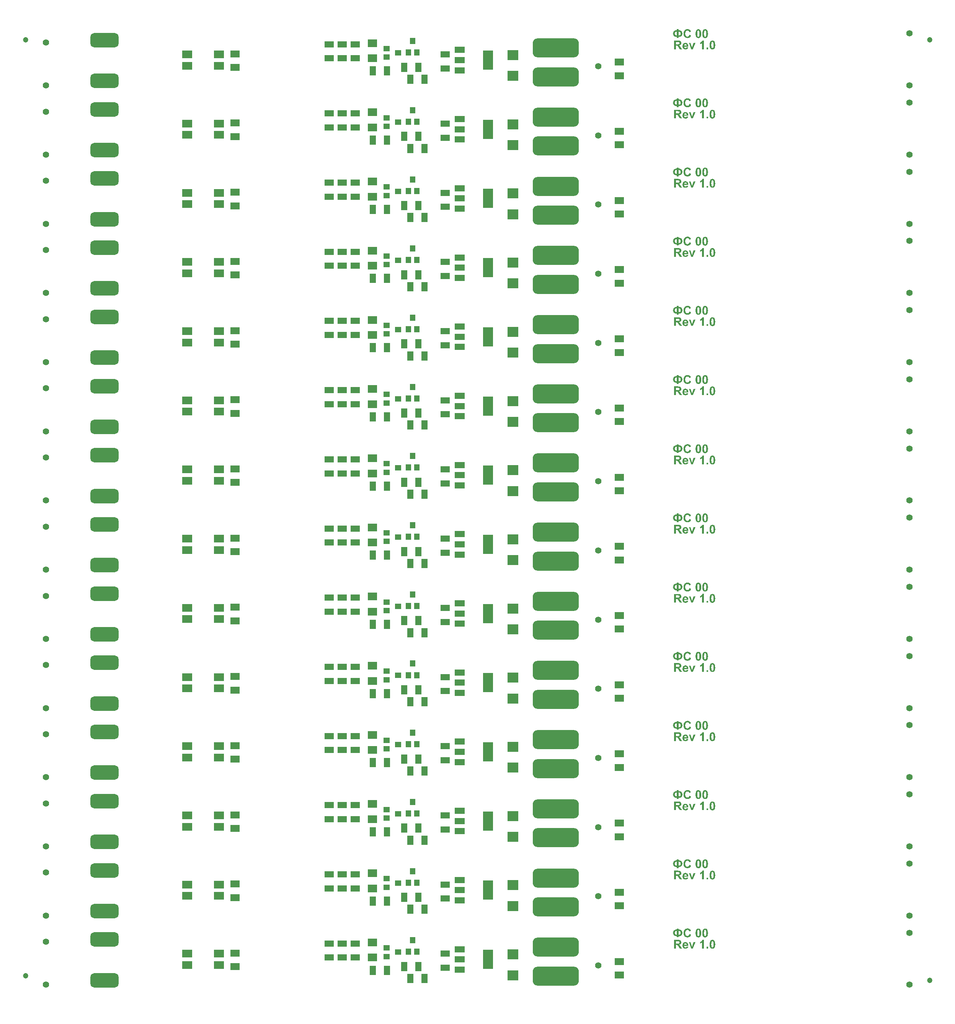
<source format=gts>
G04 Layer_Color=8388736*
%FSLAX44Y44*%
%MOMM*%
G71*
G01*
G75*
%ADD34C,1.2032*%
%ADD35R,1.3532X2.0532*%
%ADD36R,1.3532X1.2032*%
%ADD37R,2.1532X1.5532*%
%ADD38R,2.0532X1.3532*%
%ADD39R,2.0532X1.7532*%
%ADD40R,1.2032X1.3532*%
%ADD41R,2.2032X1.7032*%
%ADD42R,2.3532X2.3032*%
G04:AMPARAMS|DCode=43|XSize=10.2032mm|YSize=4.2032mm|CornerRadius=1.1016mm|HoleSize=0mm|Usage=FLASHONLY|Rotation=180.000|XOffset=0mm|YOffset=0mm|HoleType=Round|Shape=RoundedRectangle|*
%AMROUNDEDRECTD43*
21,1,10.2032,2.0000,0,0,180.0*
21,1,8.0000,4.2032,0,0,180.0*
1,1,2.2032,-4.0000,1.0000*
1,1,2.2032,4.0000,1.0000*
1,1,2.2032,4.0000,-1.0000*
1,1,2.2032,-4.0000,-1.0000*
%
%ADD43ROUNDEDRECTD43*%
%ADD44R,2.2032X4.2032*%
%ADD45R,2.2032X1.4032*%
G04:AMPARAMS|DCode=46|XSize=6.2032mm|YSize=3.2032mm|CornerRadius=0.8516mm|HoleSize=0mm|Usage=FLASHONLY|Rotation=0.000|XOffset=0mm|YOffset=0mm|HoleType=Round|Shape=RoundedRectangle|*
%AMROUNDEDRECTD46*
21,1,6.2032,1.5000,0,0,0.0*
21,1,4.5000,3.2032,0,0,0.0*
1,1,1.7032,2.2500,-0.7500*
1,1,1.7032,-2.2500,-0.7500*
1,1,1.7032,-2.2500,0.7500*
1,1,1.7032,2.2500,0.7500*
%
%ADD46ROUNDEDRECTD46*%
%ADD47C,1.4000*%
G36*
X1750065Y2393545D02*
X1750370Y2393517D01*
X1750704Y2393462D01*
X1751092Y2393406D01*
X1751509Y2393323D01*
X1751953Y2393212D01*
X1752425Y2393073D01*
X1752897Y2392906D01*
X1753396Y2392684D01*
X1753869Y2392462D01*
X1754313Y2392184D01*
X1754785Y2391851D01*
X1755201Y2391490D01*
X1755229D01*
X1755257Y2391435D01*
X1755340Y2391352D01*
X1755423Y2391268D01*
X1755534Y2391130D01*
X1755645Y2390963D01*
X1755951Y2390574D01*
X1756256Y2390075D01*
X1756589Y2389464D01*
X1756895Y2388770D01*
X1757172Y2387965D01*
X1753341Y2387048D01*
Y2387076D01*
X1753313Y2387104D01*
Y2387187D01*
X1753258Y2387298D01*
X1753174Y2387548D01*
X1753036Y2387881D01*
X1752841Y2388270D01*
X1752591Y2388659D01*
X1752258Y2389047D01*
X1751897Y2389381D01*
X1751842Y2389408D01*
X1751703Y2389519D01*
X1751481Y2389658D01*
X1751176Y2389825D01*
X1750787Y2389991D01*
X1750343Y2390130D01*
X1749843Y2390241D01*
X1749288Y2390269D01*
X1749093D01*
X1748927Y2390241D01*
X1748760Y2390213D01*
X1748538Y2390186D01*
X1748066Y2390075D01*
X1747511Y2389880D01*
X1746928Y2389603D01*
X1746623Y2389436D01*
X1746345Y2389242D01*
X1746067Y2388992D01*
X1745818Y2388714D01*
Y2388687D01*
X1745762Y2388631D01*
X1745706Y2388548D01*
X1745623Y2388409D01*
X1745512Y2388242D01*
X1745401Y2388048D01*
X1745290Y2387798D01*
X1745179Y2387520D01*
X1745040Y2387187D01*
X1744929Y2386826D01*
X1744818Y2386410D01*
X1744707Y2385966D01*
X1744624Y2385466D01*
X1744568Y2384939D01*
X1744540Y2384356D01*
X1744513Y2383717D01*
Y2383689D01*
Y2383551D01*
Y2383356D01*
X1744540Y2383134D01*
Y2382829D01*
X1744596Y2382468D01*
X1744624Y2382107D01*
X1744679Y2381690D01*
X1744846Y2380830D01*
X1745068Y2379969D01*
X1745207Y2379553D01*
X1745401Y2379164D01*
X1745595Y2378803D01*
X1745818Y2378498D01*
X1745845Y2378470D01*
X1745873Y2378442D01*
X1745956Y2378359D01*
X1746067Y2378248D01*
X1746345Y2378026D01*
X1746734Y2377748D01*
X1747206Y2377443D01*
X1747789Y2377221D01*
X1748455Y2377026D01*
X1748816Y2376999D01*
X1749205Y2376971D01*
X1749343D01*
X1749454Y2376999D01*
X1749760Y2377026D01*
X1750121Y2377082D01*
X1750509Y2377221D01*
X1750954Y2377387D01*
X1751398Y2377609D01*
X1751842Y2377943D01*
X1751897Y2377998D01*
X1752036Y2378137D01*
X1752231Y2378359D01*
X1752453Y2378692D01*
X1752730Y2379136D01*
X1752980Y2379664D01*
X1753230Y2380302D01*
X1753452Y2381052D01*
X1757228Y2379886D01*
Y2379858D01*
X1757200Y2379747D01*
X1757144Y2379581D01*
X1757061Y2379358D01*
X1756950Y2379109D01*
X1756839Y2378803D01*
X1756700Y2378470D01*
X1756534Y2378109D01*
X1756145Y2377359D01*
X1755645Y2376582D01*
X1755034Y2375833D01*
X1754701Y2375500D01*
X1754341Y2375194D01*
X1754313Y2375166D01*
X1754257Y2375139D01*
X1754146Y2375055D01*
X1753980Y2374944D01*
X1753785Y2374833D01*
X1753535Y2374722D01*
X1753258Y2374583D01*
X1752952Y2374444D01*
X1752591Y2374278D01*
X1752203Y2374139D01*
X1751786Y2374028D01*
X1751342Y2373917D01*
X1750870Y2373806D01*
X1750343Y2373723D01*
X1749815Y2373695D01*
X1749232Y2373667D01*
X1749066D01*
X1748871Y2373695D01*
X1748594Y2373723D01*
X1748288Y2373750D01*
X1747900Y2373806D01*
X1747483Y2373889D01*
X1747011Y2374000D01*
X1746539Y2374139D01*
X1746040Y2374306D01*
X1745512Y2374528D01*
X1744985Y2374778D01*
X1744457Y2375055D01*
X1743930Y2375416D01*
X1743430Y2375805D01*
X1742958Y2376277D01*
X1742930Y2376305D01*
X1742847Y2376388D01*
X1742736Y2376554D01*
X1742569Y2376749D01*
X1742403Y2377026D01*
X1742181Y2377332D01*
X1741958Y2377720D01*
X1741736Y2378165D01*
X1741514Y2378637D01*
X1741292Y2379164D01*
X1741070Y2379775D01*
X1740904Y2380413D01*
X1740737Y2381080D01*
X1740626Y2381829D01*
X1740543Y2382607D01*
X1740515Y2383439D01*
Y2383467D01*
Y2383495D01*
Y2383662D01*
X1740543Y2383911D01*
Y2384245D01*
X1740598Y2384633D01*
X1740654Y2385105D01*
X1740709Y2385605D01*
X1740820Y2386188D01*
X1740959Y2386771D01*
X1741126Y2387382D01*
X1741320Y2387993D01*
X1741570Y2388631D01*
X1741848Y2389242D01*
X1742181Y2389825D01*
X1742542Y2390380D01*
X1742986Y2390907D01*
X1743013Y2390935D01*
X1743097Y2391019D01*
X1743236Y2391157D01*
X1743430Y2391324D01*
X1743680Y2391518D01*
X1743985Y2391740D01*
X1744318Y2391990D01*
X1744735Y2392240D01*
X1745179Y2392490D01*
X1745651Y2392740D01*
X1746206Y2392962D01*
X1746761Y2393156D01*
X1747400Y2393323D01*
X1748038Y2393462D01*
X1748760Y2393545D01*
X1749482Y2393573D01*
X1749815D01*
X1750065Y2393545D01*
D02*
G37*
G36*
X1729688Y2391324D02*
X1729882D01*
X1730132Y2391296D01*
X1730437Y2391268D01*
X1730798Y2391213D01*
X1731242Y2391157D01*
X1731714Y2391074D01*
X1732214Y2390963D01*
X1732742Y2390852D01*
X1733269Y2390685D01*
X1733796Y2390491D01*
X1734352Y2390269D01*
X1734851Y2390019D01*
X1735323Y2389742D01*
X1735768Y2389408D01*
X1736156Y2389047D01*
X1736184Y2389020D01*
X1736239Y2388964D01*
X1736323Y2388825D01*
X1736462Y2388687D01*
X1736600Y2388464D01*
X1736767Y2388215D01*
X1736934Y2387937D01*
X1737128Y2387604D01*
X1737294Y2387243D01*
X1737461Y2386854D01*
X1737628Y2386410D01*
X1737766Y2385938D01*
X1737905Y2385438D01*
X1737988Y2384911D01*
X1738044Y2384356D01*
X1738072Y2383773D01*
Y2383745D01*
Y2383634D01*
Y2383467D01*
X1738044Y2383245D01*
X1738016Y2382968D01*
X1737961Y2382662D01*
X1737905Y2382301D01*
X1737822Y2381913D01*
X1737739Y2381496D01*
X1737600Y2381080D01*
X1737461Y2380636D01*
X1737267Y2380191D01*
X1737045Y2379747D01*
X1736795Y2379331D01*
X1736489Y2378914D01*
X1736156Y2378498D01*
X1736129Y2378470D01*
X1736073Y2378414D01*
X1735962Y2378303D01*
X1735795Y2378165D01*
X1735573Y2377998D01*
X1735323Y2377832D01*
X1735018Y2377637D01*
X1734629Y2377443D01*
X1734213Y2377221D01*
X1733741Y2377026D01*
X1733213Y2376832D01*
X1732630Y2376665D01*
X1731992Y2376527D01*
X1731270Y2376388D01*
X1730520Y2376305D01*
X1729688Y2376249D01*
Y2374000D01*
X1725884D01*
Y2376249D01*
X1725690D01*
X1725440Y2376277D01*
X1725135Y2376305D01*
X1724746Y2376360D01*
X1724330Y2376416D01*
X1723858Y2376499D01*
X1723358Y2376582D01*
X1722803Y2376721D01*
X1722275Y2376860D01*
X1721720Y2377054D01*
X1721192Y2377276D01*
X1720693Y2377526D01*
X1720221Y2377804D01*
X1719776Y2378137D01*
X1719388Y2378498D01*
X1719360Y2378526D01*
X1719305Y2378609D01*
X1719221Y2378720D01*
X1719082Y2378887D01*
X1718944Y2379081D01*
X1718805Y2379331D01*
X1718611Y2379608D01*
X1718444Y2379941D01*
X1718277Y2380302D01*
X1718111Y2380719D01*
X1717944Y2381135D01*
X1717805Y2381607D01*
X1717667Y2382107D01*
X1717583Y2382634D01*
X1717528Y2383190D01*
X1717500Y2383773D01*
Y2383800D01*
Y2383911D01*
Y2384106D01*
X1717528Y2384328D01*
X1717556Y2384606D01*
X1717611Y2384939D01*
X1717667Y2385300D01*
X1717750Y2385688D01*
X1717861Y2386105D01*
X1717972Y2386549D01*
X1718138Y2386993D01*
X1718333Y2387437D01*
X1718555Y2387881D01*
X1718833Y2388298D01*
X1719138Y2388714D01*
X1719471Y2389103D01*
X1719499Y2389131D01*
X1719554Y2389186D01*
X1719693Y2389297D01*
X1719860Y2389436D01*
X1720054Y2389575D01*
X1720332Y2389742D01*
X1720637Y2389936D01*
X1721026Y2390130D01*
X1721442Y2390352D01*
X1721914Y2390547D01*
X1722442Y2390713D01*
X1722997Y2390907D01*
X1723636Y2391046D01*
X1724330Y2391185D01*
X1725079Y2391268D01*
X1725884Y2391324D01*
Y2393212D01*
X1729688D01*
Y2391324D01*
D02*
G37*
G36*
X1788849Y2393295D02*
X1789071Y2393267D01*
X1789349Y2393212D01*
X1789626Y2393156D01*
X1789959Y2393073D01*
X1790320Y2392962D01*
X1790653Y2392823D01*
X1791014Y2392684D01*
X1791375Y2392490D01*
X1791736Y2392240D01*
X1792097Y2391990D01*
X1792430Y2391685D01*
X1792736Y2391324D01*
X1792763Y2391296D01*
X1792819Y2391213D01*
X1792902Y2391074D01*
X1793041Y2390880D01*
X1793180Y2390602D01*
X1793346Y2390269D01*
X1793513Y2389908D01*
X1793680Y2389436D01*
X1793846Y2388936D01*
X1794040Y2388353D01*
X1794179Y2387715D01*
X1794318Y2386993D01*
X1794457Y2386216D01*
X1794540Y2385383D01*
X1794596Y2384467D01*
X1794623Y2383467D01*
Y2383439D01*
Y2383412D01*
Y2383328D01*
Y2383217D01*
Y2382940D01*
X1794596Y2382579D01*
X1794568Y2382135D01*
X1794512Y2381607D01*
X1794457Y2381052D01*
X1794401Y2380441D01*
X1794290Y2379803D01*
X1794151Y2379136D01*
X1794013Y2378498D01*
X1793818Y2377859D01*
X1793624Y2377221D01*
X1793346Y2376638D01*
X1793069Y2376082D01*
X1792736Y2375611D01*
X1792708Y2375583D01*
X1792652Y2375527D01*
X1792569Y2375416D01*
X1792458Y2375305D01*
X1792291Y2375166D01*
X1792097Y2375000D01*
X1791847Y2374805D01*
X1791597Y2374639D01*
X1791292Y2374444D01*
X1790987Y2374250D01*
X1790626Y2374084D01*
X1790237Y2373945D01*
X1789821Y2373834D01*
X1789349Y2373723D01*
X1788877Y2373667D01*
X1788377Y2373639D01*
X1788266D01*
X1788099Y2373667D01*
X1787905D01*
X1787683Y2373695D01*
X1787405Y2373750D01*
X1787100Y2373806D01*
X1786767Y2373917D01*
X1786406Y2374028D01*
X1786045Y2374167D01*
X1785656Y2374333D01*
X1785295Y2374556D01*
X1784907Y2374778D01*
X1784546Y2375083D01*
X1784185Y2375388D01*
X1783852Y2375777D01*
X1783824Y2375805D01*
X1783768Y2375888D01*
X1783685Y2376027D01*
X1783602Y2376194D01*
X1783463Y2376443D01*
X1783324Y2376749D01*
X1783158Y2377137D01*
X1783019Y2377554D01*
X1782852Y2378054D01*
X1782686Y2378609D01*
X1782547Y2379247D01*
X1782436Y2379941D01*
X1782325Y2380719D01*
X1782242Y2381579D01*
X1782186Y2382496D01*
X1782158Y2383495D01*
Y2383523D01*
Y2383551D01*
Y2383634D01*
Y2383745D01*
Y2384023D01*
X1782186Y2384383D01*
X1782214Y2384828D01*
X1782269Y2385355D01*
X1782325Y2385910D01*
X1782380Y2386521D01*
X1782491Y2387160D01*
X1782602Y2387798D01*
X1782769Y2388464D01*
X1782935Y2389103D01*
X1783158Y2389714D01*
X1783407Y2390297D01*
X1783685Y2390852D01*
X1784018Y2391324D01*
X1784046Y2391352D01*
X1784102Y2391407D01*
X1784185Y2391518D01*
X1784324Y2391629D01*
X1784462Y2391796D01*
X1784657Y2391962D01*
X1784907Y2392129D01*
X1785157Y2392323D01*
X1785462Y2392518D01*
X1785767Y2392684D01*
X1786128Y2392851D01*
X1786517Y2393017D01*
X1786933Y2393129D01*
X1787405Y2393239D01*
X1787877Y2393295D01*
X1788377Y2393323D01*
X1788654D01*
X1788849Y2393295D01*
D02*
G37*
G36*
X1773913D02*
X1774135Y2393267D01*
X1774413Y2393212D01*
X1774690Y2393156D01*
X1775023Y2393073D01*
X1775384Y2392962D01*
X1775717Y2392823D01*
X1776078Y2392684D01*
X1776439Y2392490D01*
X1776800Y2392240D01*
X1777161Y2391990D01*
X1777494Y2391685D01*
X1777800Y2391324D01*
X1777827Y2391296D01*
X1777883Y2391213D01*
X1777966Y2391074D01*
X1778105Y2390880D01*
X1778244Y2390602D01*
X1778410Y2390269D01*
X1778577Y2389908D01*
X1778743Y2389436D01*
X1778910Y2388936D01*
X1779104Y2388353D01*
X1779243Y2387715D01*
X1779382Y2386993D01*
X1779521Y2386216D01*
X1779604Y2385383D01*
X1779660Y2384467D01*
X1779687Y2383467D01*
Y2383439D01*
Y2383412D01*
Y2383328D01*
Y2383217D01*
Y2382940D01*
X1779660Y2382579D01*
X1779632Y2382135D01*
X1779576Y2381607D01*
X1779521Y2381052D01*
X1779465Y2380441D01*
X1779354Y2379803D01*
X1779215Y2379136D01*
X1779077Y2378498D01*
X1778882Y2377859D01*
X1778688Y2377221D01*
X1778410Y2376638D01*
X1778133Y2376082D01*
X1777800Y2375611D01*
X1777772Y2375583D01*
X1777716Y2375527D01*
X1777633Y2375416D01*
X1777522Y2375305D01*
X1777355Y2375166D01*
X1777161Y2375000D01*
X1776911Y2374805D01*
X1776661Y2374639D01*
X1776356Y2374444D01*
X1776051Y2374250D01*
X1775690Y2374084D01*
X1775301Y2373945D01*
X1774884Y2373834D01*
X1774413Y2373723D01*
X1773941Y2373667D01*
X1773441Y2373639D01*
X1773330D01*
X1773163Y2373667D01*
X1772969D01*
X1772747Y2373695D01*
X1772469Y2373750D01*
X1772164Y2373806D01*
X1771831Y2373917D01*
X1771470Y2374028D01*
X1771109Y2374167D01*
X1770720Y2374333D01*
X1770359Y2374556D01*
X1769971Y2374778D01*
X1769610Y2375083D01*
X1769249Y2375388D01*
X1768916Y2375777D01*
X1768888Y2375805D01*
X1768832Y2375888D01*
X1768749Y2376027D01*
X1768666Y2376194D01*
X1768527Y2376443D01*
X1768388Y2376749D01*
X1768222Y2377137D01*
X1768083Y2377554D01*
X1767916Y2378054D01*
X1767750Y2378609D01*
X1767611Y2379247D01*
X1767500Y2379941D01*
X1767389Y2380719D01*
X1767305Y2381579D01*
X1767250Y2382496D01*
X1767222Y2383495D01*
Y2383523D01*
Y2383551D01*
Y2383634D01*
Y2383745D01*
Y2384023D01*
X1767250Y2384383D01*
X1767278Y2384828D01*
X1767333Y2385355D01*
X1767389Y2385910D01*
X1767444Y2386521D01*
X1767555Y2387160D01*
X1767666Y2387798D01*
X1767833Y2388464D01*
X1768000Y2389103D01*
X1768222Y2389714D01*
X1768471Y2390297D01*
X1768749Y2390852D01*
X1769082Y2391324D01*
X1769110Y2391352D01*
X1769165Y2391407D01*
X1769249Y2391518D01*
X1769388Y2391629D01*
X1769526Y2391796D01*
X1769721Y2391962D01*
X1769971Y2392129D01*
X1770220Y2392323D01*
X1770526Y2392518D01*
X1770831Y2392684D01*
X1771192Y2392851D01*
X1771581Y2393017D01*
X1771997Y2393129D01*
X1772469Y2393239D01*
X1772941Y2393295D01*
X1773441Y2393323D01*
X1773719D01*
X1773913Y2393295D01*
D02*
G37*
G36*
X1761393Y2349000D02*
X1758062D01*
X1752454Y2362937D01*
X1756313D01*
X1758950Y2355802D01*
X1759700Y2353442D01*
X1759728Y2353470D01*
X1759756Y2353581D01*
X1759811Y2353748D01*
X1759866Y2353914D01*
X1760005Y2354331D01*
X1760061Y2354497D01*
X1760089Y2354636D01*
Y2354664D01*
X1760116Y2354747D01*
X1760144Y2354858D01*
X1760200Y2354997D01*
X1760311Y2355386D01*
X1760477Y2355802D01*
X1763143Y2362937D01*
X1766918D01*
X1761393Y2349000D01*
D02*
G37*
G36*
X1795291D02*
X1791599D01*
Y2352693D01*
X1795291D01*
Y2349000D01*
D02*
G37*
G36*
X1785297D02*
X1781604D01*
Y2362909D01*
X1781577Y2362881D01*
X1781521Y2362826D01*
X1781410Y2362743D01*
X1781243Y2362604D01*
X1781049Y2362437D01*
X1780827Y2362271D01*
X1780549Y2362076D01*
X1780244Y2361854D01*
X1779911Y2361632D01*
X1779550Y2361410D01*
X1779161Y2361160D01*
X1778745Y2360938D01*
X1777856Y2360522D01*
X1776857Y2360133D01*
Y2363464D01*
X1776885D01*
X1776913Y2363492D01*
X1776996Y2363520D01*
X1777107Y2363548D01*
X1777384Y2363687D01*
X1777773Y2363853D01*
X1778245Y2364075D01*
X1778773Y2364381D01*
X1779356Y2364769D01*
X1779966Y2365213D01*
X1779994Y2365241D01*
X1780050Y2365269D01*
X1780133Y2365352D01*
X1780244Y2365463D01*
X1780549Y2365741D01*
X1780883Y2366102D01*
X1781271Y2366546D01*
X1781660Y2367101D01*
X1782021Y2367684D01*
X1782298Y2368323D01*
X1785297D01*
Y2349000D01*
D02*
G37*
G36*
X1728912Y2368184D02*
X1729217D01*
X1729522Y2368156D01*
X1729883D01*
X1730605Y2368073D01*
X1731355Y2367990D01*
X1732049Y2367851D01*
X1732354Y2367768D01*
X1732632Y2367684D01*
X1732660D01*
X1732687Y2367657D01*
X1732854Y2367573D01*
X1733104Y2367434D01*
X1733437Y2367268D01*
X1733798Y2366990D01*
X1734159Y2366685D01*
X1734520Y2366296D01*
X1734853Y2365824D01*
Y2365796D01*
X1734881Y2365769D01*
X1734936Y2365685D01*
X1734992Y2365602D01*
X1735130Y2365325D01*
X1735297Y2364964D01*
X1735436Y2364519D01*
X1735575Y2364020D01*
X1735686Y2363437D01*
X1735713Y2362826D01*
Y2362798D01*
Y2362743D01*
Y2362604D01*
X1735686Y2362465D01*
Y2362271D01*
X1735658Y2362076D01*
X1735547Y2361577D01*
X1735408Y2360994D01*
X1735186Y2360411D01*
X1734853Y2359800D01*
X1734659Y2359522D01*
X1734436Y2359245D01*
X1734409Y2359217D01*
X1734381Y2359189D01*
X1734297Y2359106D01*
X1734187Y2359023D01*
X1734075Y2358911D01*
X1733909Y2358773D01*
X1733714Y2358634D01*
X1733492Y2358495D01*
X1733243Y2358328D01*
X1732937Y2358190D01*
X1732632Y2358051D01*
X1732299Y2357912D01*
X1731910Y2357773D01*
X1731521Y2357662D01*
X1731105Y2357551D01*
X1730633Y2357468D01*
X1730661D01*
X1730688Y2357440D01*
X1730855Y2357329D01*
X1731077Y2357190D01*
X1731355Y2356996D01*
X1731688Y2356746D01*
X1732021Y2356496D01*
X1732382Y2356191D01*
X1732687Y2355858D01*
X1732715Y2355830D01*
X1732854Y2355691D01*
X1733020Y2355469D01*
X1733270Y2355136D01*
X1733604Y2354719D01*
X1733770Y2354442D01*
X1733964Y2354164D01*
X1734187Y2353859D01*
X1734409Y2353526D01*
X1734659Y2353137D01*
X1734908Y2352748D01*
X1737268Y2349000D01*
X1732604D01*
X1729828Y2353165D01*
X1729800Y2353192D01*
X1729772Y2353276D01*
X1729689Y2353387D01*
X1729578Y2353526D01*
X1729467Y2353692D01*
X1729328Y2353914D01*
X1729023Y2354358D01*
X1728662Y2354858D01*
X1728329Y2355302D01*
X1728023Y2355719D01*
X1727885Y2355858D01*
X1727773Y2355996D01*
X1727746Y2356024D01*
X1727690Y2356080D01*
X1727579Y2356191D01*
X1727440Y2356329D01*
X1727246Y2356441D01*
X1727052Y2356579D01*
X1726830Y2356690D01*
X1726607Y2356801D01*
X1726580D01*
X1726496Y2356829D01*
X1726358Y2356885D01*
X1726136Y2356913D01*
X1725858Y2356968D01*
X1725525Y2356996D01*
X1725136Y2357024D01*
X1723887D01*
Y2349000D01*
X1720000D01*
Y2368212D01*
X1728662D01*
X1728912Y2368184D01*
D02*
G37*
G36*
X1745153Y2363215D02*
X1745402Y2363187D01*
X1745708Y2363131D01*
X1746041Y2363076D01*
X1746402Y2362993D01*
X1746790Y2362881D01*
X1747179Y2362743D01*
X1747596Y2362576D01*
X1748012Y2362354D01*
X1748401Y2362132D01*
X1748789Y2361854D01*
X1749178Y2361521D01*
X1749511Y2361160D01*
X1749539Y2361132D01*
X1749595Y2361077D01*
X1749678Y2360938D01*
X1749789Y2360771D01*
X1749928Y2360549D01*
X1750067Y2360300D01*
X1750233Y2359966D01*
X1750400Y2359606D01*
X1750566Y2359189D01*
X1750733Y2358717D01*
X1750872Y2358217D01*
X1751010Y2357634D01*
X1751121Y2357024D01*
X1751205Y2356357D01*
X1751260Y2355663D01*
Y2354886D01*
X1742043D01*
Y2354858D01*
Y2354803D01*
Y2354719D01*
X1742071Y2354608D01*
X1742099Y2354331D01*
X1742154Y2353942D01*
X1742265Y2353553D01*
X1742432Y2353109D01*
X1742626Y2352693D01*
X1742904Y2352332D01*
X1742932Y2352304D01*
X1743070Y2352193D01*
X1743237Y2352054D01*
X1743487Y2351888D01*
X1743792Y2351721D01*
X1744181Y2351582D01*
X1744597Y2351471D01*
X1745042Y2351443D01*
X1745180D01*
X1745347Y2351471D01*
X1745541Y2351499D01*
X1745763Y2351554D01*
X1746013Y2351638D01*
X1746263Y2351749D01*
X1746485Y2351915D01*
X1746513Y2351943D01*
X1746596Y2351999D01*
X1746707Y2352110D01*
X1746818Y2352276D01*
X1746985Y2352498D01*
X1747124Y2352748D01*
X1747263Y2353081D01*
X1747401Y2353442D01*
X1751066Y2352832D01*
Y2352804D01*
X1751038Y2352748D01*
X1750983Y2352637D01*
X1750927Y2352498D01*
X1750844Y2352332D01*
X1750760Y2352137D01*
X1750511Y2351693D01*
X1750205Y2351194D01*
X1749817Y2350666D01*
X1749345Y2350194D01*
X1748817Y2349750D01*
X1748789D01*
X1748762Y2349694D01*
X1748651Y2349667D01*
X1748540Y2349583D01*
X1748401Y2349500D01*
X1748206Y2349417D01*
X1748012Y2349333D01*
X1747762Y2349222D01*
X1747207Y2349028D01*
X1746568Y2348862D01*
X1745819Y2348750D01*
X1745014Y2348695D01*
X1744847D01*
X1744681Y2348723D01*
X1744431D01*
X1744125Y2348778D01*
X1743764Y2348834D01*
X1743376Y2348889D01*
X1742987Y2349000D01*
X1742543Y2349111D01*
X1742099Y2349278D01*
X1741655Y2349472D01*
X1741210Y2349694D01*
X1740766Y2349972D01*
X1740350Y2350277D01*
X1739989Y2350638D01*
X1739628Y2351055D01*
X1739600Y2351082D01*
X1739572Y2351138D01*
X1739517Y2351249D01*
X1739406Y2351388D01*
X1739323Y2351582D01*
X1739211Y2351804D01*
X1739073Y2352054D01*
X1738962Y2352359D01*
X1738823Y2352693D01*
X1738712Y2353054D01*
X1738573Y2353442D01*
X1738490Y2353887D01*
X1738406Y2354331D01*
X1738323Y2354803D01*
X1738295Y2355330D01*
X1738268Y2355858D01*
Y2355885D01*
Y2355996D01*
Y2356191D01*
X1738295Y2356441D01*
X1738323Y2356718D01*
X1738351Y2357051D01*
X1738406Y2357412D01*
X1738490Y2357829D01*
X1738712Y2358689D01*
X1738851Y2359133D01*
X1739017Y2359606D01*
X1739239Y2360050D01*
X1739489Y2360466D01*
X1739767Y2360883D01*
X1740072Y2361271D01*
X1740100Y2361299D01*
X1740155Y2361355D01*
X1740266Y2361465D01*
X1740405Y2361577D01*
X1740572Y2361715D01*
X1740794Y2361882D01*
X1741044Y2362076D01*
X1741321Y2362271D01*
X1741627Y2362437D01*
X1741988Y2362632D01*
X1742349Y2362798D01*
X1742765Y2362937D01*
X1743181Y2363048D01*
X1743653Y2363159D01*
X1744125Y2363215D01*
X1744625Y2363242D01*
X1744931D01*
X1745153Y2363215D01*
D02*
G37*
G36*
X1804980Y2368295D02*
X1805202Y2368267D01*
X1805480Y2368212D01*
X1805757Y2368156D01*
X1806091Y2368073D01*
X1806452Y2367962D01*
X1806785Y2367823D01*
X1807146Y2367684D01*
X1807507Y2367490D01*
X1807867Y2367240D01*
X1808228Y2366990D01*
X1808561Y2366685D01*
X1808867Y2366324D01*
X1808895Y2366296D01*
X1808950Y2366213D01*
X1809033Y2366074D01*
X1809172Y2365880D01*
X1809311Y2365602D01*
X1809478Y2365269D01*
X1809644Y2364908D01*
X1809811Y2364436D01*
X1809977Y2363936D01*
X1810172Y2363353D01*
X1810311Y2362715D01*
X1810449Y2361993D01*
X1810588Y2361216D01*
X1810671Y2360383D01*
X1810727Y2359467D01*
X1810755Y2358467D01*
Y2358439D01*
Y2358412D01*
Y2358328D01*
Y2358217D01*
Y2357940D01*
X1810727Y2357579D01*
X1810699Y2357135D01*
X1810644Y2356607D01*
X1810588Y2356052D01*
X1810533Y2355441D01*
X1810421Y2354803D01*
X1810283Y2354136D01*
X1810144Y2353498D01*
X1809949Y2352859D01*
X1809755Y2352221D01*
X1809478Y2351638D01*
X1809200Y2351082D01*
X1808867Y2350611D01*
X1808839Y2350583D01*
X1808784Y2350527D01*
X1808700Y2350416D01*
X1808589Y2350305D01*
X1808423Y2350166D01*
X1808228Y2350000D01*
X1807978Y2349805D01*
X1807729Y2349639D01*
X1807423Y2349444D01*
X1807118Y2349250D01*
X1806757Y2349084D01*
X1806368Y2348945D01*
X1805952Y2348834D01*
X1805480Y2348723D01*
X1805008Y2348667D01*
X1804508Y2348639D01*
X1804397D01*
X1804230Y2348667D01*
X1804036D01*
X1803814Y2348695D01*
X1803537Y2348750D01*
X1803231Y2348806D01*
X1802898Y2348917D01*
X1802537Y2349028D01*
X1802176Y2349167D01*
X1801788Y2349333D01*
X1801427Y2349556D01*
X1801038Y2349778D01*
X1800677Y2350083D01*
X1800316Y2350388D01*
X1799983Y2350777D01*
X1799955Y2350805D01*
X1799900Y2350888D01*
X1799816Y2351027D01*
X1799733Y2351194D01*
X1799594Y2351443D01*
X1799455Y2351749D01*
X1799289Y2352137D01*
X1799150Y2352554D01*
X1798983Y2353054D01*
X1798817Y2353609D01*
X1798678Y2354247D01*
X1798567Y2354941D01*
X1798456Y2355719D01*
X1798373Y2356579D01*
X1798317Y2357496D01*
X1798289Y2358495D01*
Y2358523D01*
Y2358551D01*
Y2358634D01*
Y2358745D01*
Y2359023D01*
X1798317Y2359383D01*
X1798345Y2359828D01*
X1798401Y2360355D01*
X1798456Y2360910D01*
X1798512Y2361521D01*
X1798623Y2362160D01*
X1798734Y2362798D01*
X1798900Y2363464D01*
X1799067Y2364103D01*
X1799289Y2364714D01*
X1799539Y2365297D01*
X1799816Y2365852D01*
X1800150Y2366324D01*
X1800177Y2366352D01*
X1800233Y2366407D01*
X1800316Y2366518D01*
X1800455Y2366629D01*
X1800594Y2366796D01*
X1800788Y2366962D01*
X1801038Y2367129D01*
X1801288Y2367323D01*
X1801593Y2367518D01*
X1801898Y2367684D01*
X1802259Y2367851D01*
X1802648Y2368017D01*
X1803065Y2368129D01*
X1803537Y2368239D01*
X1804008Y2368295D01*
X1804508Y2368323D01*
X1804786D01*
X1804980Y2368295D01*
D02*
G37*
G36*
X1750065Y2240545D02*
X1750370Y2240517D01*
X1750704Y2240462D01*
X1751092Y2240406D01*
X1751509Y2240323D01*
X1751953Y2240212D01*
X1752425Y2240073D01*
X1752897Y2239906D01*
X1753396Y2239684D01*
X1753869Y2239462D01*
X1754313Y2239185D01*
X1754785Y2238851D01*
X1755201Y2238490D01*
X1755229D01*
X1755257Y2238435D01*
X1755340Y2238352D01*
X1755423Y2238268D01*
X1755534Y2238130D01*
X1755645Y2237963D01*
X1755951Y2237574D01*
X1756256Y2237075D01*
X1756589Y2236464D01*
X1756895Y2235770D01*
X1757172Y2234965D01*
X1753341Y2234048D01*
Y2234076D01*
X1753313Y2234104D01*
Y2234187D01*
X1753258Y2234298D01*
X1753174Y2234548D01*
X1753036Y2234881D01*
X1752841Y2235270D01*
X1752591Y2235659D01*
X1752258Y2236047D01*
X1751897Y2236380D01*
X1751842Y2236408D01*
X1751703Y2236519D01*
X1751481Y2236658D01*
X1751176Y2236825D01*
X1750787Y2236991D01*
X1750343Y2237130D01*
X1749843Y2237241D01*
X1749288Y2237269D01*
X1749093D01*
X1748927Y2237241D01*
X1748760Y2237213D01*
X1748538Y2237186D01*
X1748066Y2237075D01*
X1747511Y2236880D01*
X1746928Y2236603D01*
X1746623Y2236436D01*
X1746345Y2236242D01*
X1746067Y2235992D01*
X1745818Y2235714D01*
Y2235686D01*
X1745762Y2235631D01*
X1745706Y2235548D01*
X1745623Y2235409D01*
X1745512Y2235242D01*
X1745401Y2235048D01*
X1745290Y2234798D01*
X1745179Y2234521D01*
X1745040Y2234187D01*
X1744929Y2233826D01*
X1744818Y2233410D01*
X1744707Y2232966D01*
X1744624Y2232466D01*
X1744568Y2231939D01*
X1744540Y2231356D01*
X1744513Y2230717D01*
Y2230689D01*
Y2230551D01*
Y2230356D01*
X1744540Y2230134D01*
Y2229829D01*
X1744596Y2229468D01*
X1744624Y2229107D01*
X1744679Y2228690D01*
X1744846Y2227830D01*
X1745068Y2226969D01*
X1745207Y2226553D01*
X1745401Y2226164D01*
X1745595Y2225803D01*
X1745818Y2225498D01*
X1745845Y2225470D01*
X1745873Y2225442D01*
X1745956Y2225359D01*
X1746067Y2225248D01*
X1746345Y2225026D01*
X1746734Y2224748D01*
X1747206Y2224443D01*
X1747789Y2224221D01*
X1748455Y2224026D01*
X1748816Y2223999D01*
X1749205Y2223971D01*
X1749343D01*
X1749454Y2223999D01*
X1749760Y2224026D01*
X1750121Y2224082D01*
X1750509Y2224221D01*
X1750954Y2224387D01*
X1751398Y2224609D01*
X1751842Y2224942D01*
X1751897Y2224998D01*
X1752036Y2225137D01*
X1752231Y2225359D01*
X1752453Y2225692D01*
X1752730Y2226136D01*
X1752980Y2226664D01*
X1753230Y2227302D01*
X1753452Y2228052D01*
X1757228Y2226886D01*
Y2226858D01*
X1757200Y2226747D01*
X1757144Y2226581D01*
X1757061Y2226358D01*
X1756950Y2226109D01*
X1756839Y2225803D01*
X1756700Y2225470D01*
X1756534Y2225109D01*
X1756145Y2224359D01*
X1755645Y2223582D01*
X1755034Y2222833D01*
X1754701Y2222499D01*
X1754341Y2222194D01*
X1754313Y2222166D01*
X1754257Y2222139D01*
X1754146Y2222055D01*
X1753980Y2221944D01*
X1753785Y2221833D01*
X1753535Y2221722D01*
X1753258Y2221583D01*
X1752952Y2221445D01*
X1752591Y2221278D01*
X1752203Y2221139D01*
X1751786Y2221028D01*
X1751342Y2220917D01*
X1750870Y2220806D01*
X1750343Y2220723D01*
X1749815Y2220695D01*
X1749232Y2220667D01*
X1749066D01*
X1748871Y2220695D01*
X1748594Y2220723D01*
X1748288Y2220750D01*
X1747900Y2220806D01*
X1747483Y2220889D01*
X1747011Y2221000D01*
X1746539Y2221139D01*
X1746040Y2221306D01*
X1745512Y2221528D01*
X1744985Y2221778D01*
X1744457Y2222055D01*
X1743930Y2222416D01*
X1743430Y2222805D01*
X1742958Y2223277D01*
X1742930Y2223304D01*
X1742847Y2223388D01*
X1742736Y2223554D01*
X1742569Y2223749D01*
X1742403Y2224026D01*
X1742181Y2224332D01*
X1741958Y2224720D01*
X1741736Y2225165D01*
X1741514Y2225637D01*
X1741292Y2226164D01*
X1741070Y2226775D01*
X1740904Y2227413D01*
X1740737Y2228080D01*
X1740626Y2228829D01*
X1740543Y2229607D01*
X1740515Y2230439D01*
Y2230467D01*
Y2230495D01*
Y2230661D01*
X1740543Y2230911D01*
Y2231245D01*
X1740598Y2231633D01*
X1740654Y2232105D01*
X1740709Y2232605D01*
X1740820Y2233188D01*
X1740959Y2233771D01*
X1741126Y2234382D01*
X1741320Y2234992D01*
X1741570Y2235631D01*
X1741848Y2236242D01*
X1742181Y2236825D01*
X1742542Y2237380D01*
X1742986Y2237908D01*
X1743013Y2237935D01*
X1743097Y2238018D01*
X1743236Y2238157D01*
X1743430Y2238324D01*
X1743680Y2238518D01*
X1743985Y2238740D01*
X1744318Y2238990D01*
X1744735Y2239240D01*
X1745179Y2239490D01*
X1745651Y2239740D01*
X1746206Y2239962D01*
X1746761Y2240156D01*
X1747400Y2240323D01*
X1748038Y2240462D01*
X1748760Y2240545D01*
X1749482Y2240573D01*
X1749815D01*
X1750065Y2240545D01*
D02*
G37*
G36*
X1729688Y2238324D02*
X1729882D01*
X1730132Y2238296D01*
X1730437Y2238268D01*
X1730798Y2238213D01*
X1731242Y2238157D01*
X1731714Y2238074D01*
X1732214Y2237963D01*
X1732742Y2237852D01*
X1733269Y2237685D01*
X1733796Y2237491D01*
X1734352Y2237269D01*
X1734851Y2237019D01*
X1735323Y2236741D01*
X1735768Y2236408D01*
X1736156Y2236047D01*
X1736184Y2236020D01*
X1736239Y2235964D01*
X1736323Y2235825D01*
X1736462Y2235686D01*
X1736600Y2235464D01*
X1736767Y2235215D01*
X1736934Y2234937D01*
X1737128Y2234604D01*
X1737294Y2234243D01*
X1737461Y2233854D01*
X1737628Y2233410D01*
X1737766Y2232938D01*
X1737905Y2232438D01*
X1737988Y2231911D01*
X1738044Y2231356D01*
X1738072Y2230773D01*
Y2230745D01*
Y2230634D01*
Y2230467D01*
X1738044Y2230245D01*
X1738016Y2229967D01*
X1737961Y2229662D01*
X1737905Y2229301D01*
X1737822Y2228913D01*
X1737739Y2228496D01*
X1737600Y2228080D01*
X1737461Y2227635D01*
X1737267Y2227191D01*
X1737045Y2226747D01*
X1736795Y2226331D01*
X1736489Y2225914D01*
X1736156Y2225498D01*
X1736129Y2225470D01*
X1736073Y2225414D01*
X1735962Y2225303D01*
X1735795Y2225165D01*
X1735573Y2224998D01*
X1735323Y2224832D01*
X1735018Y2224637D01*
X1734629Y2224443D01*
X1734213Y2224221D01*
X1733741Y2224026D01*
X1733213Y2223832D01*
X1732630Y2223665D01*
X1731992Y2223527D01*
X1731270Y2223388D01*
X1730520Y2223304D01*
X1729688Y2223249D01*
Y2221000D01*
X1725884D01*
Y2223249D01*
X1725690D01*
X1725440Y2223277D01*
X1725135Y2223304D01*
X1724746Y2223360D01*
X1724330Y2223416D01*
X1723858Y2223499D01*
X1723358Y2223582D01*
X1722803Y2223721D01*
X1722275Y2223860D01*
X1721720Y2224054D01*
X1721192Y2224276D01*
X1720693Y2224526D01*
X1720221Y2224804D01*
X1719776Y2225137D01*
X1719388Y2225498D01*
X1719360Y2225526D01*
X1719305Y2225609D01*
X1719221Y2225720D01*
X1719082Y2225886D01*
X1718944Y2226081D01*
X1718805Y2226331D01*
X1718611Y2226608D01*
X1718444Y2226941D01*
X1718277Y2227302D01*
X1718111Y2227719D01*
X1717944Y2228135D01*
X1717805Y2228607D01*
X1717667Y2229107D01*
X1717583Y2229634D01*
X1717528Y2230190D01*
X1717500Y2230773D01*
Y2230800D01*
Y2230911D01*
Y2231106D01*
X1717528Y2231328D01*
X1717556Y2231605D01*
X1717611Y2231939D01*
X1717667Y2232299D01*
X1717750Y2232688D01*
X1717861Y2233105D01*
X1717972Y2233549D01*
X1718138Y2233993D01*
X1718333Y2234437D01*
X1718555Y2234881D01*
X1718833Y2235298D01*
X1719138Y2235714D01*
X1719471Y2236103D01*
X1719499Y2236131D01*
X1719554Y2236186D01*
X1719693Y2236297D01*
X1719860Y2236436D01*
X1720054Y2236575D01*
X1720332Y2236741D01*
X1720637Y2236936D01*
X1721026Y2237130D01*
X1721442Y2237352D01*
X1721914Y2237547D01*
X1722442Y2237713D01*
X1722997Y2237908D01*
X1723636Y2238046D01*
X1724330Y2238185D01*
X1725079Y2238268D01*
X1725884Y2238324D01*
Y2240212D01*
X1729688D01*
Y2238324D01*
D02*
G37*
G36*
X1788849Y2240295D02*
X1789071Y2240267D01*
X1789349Y2240212D01*
X1789626Y2240156D01*
X1789959Y2240073D01*
X1790320Y2239962D01*
X1790653Y2239823D01*
X1791014Y2239684D01*
X1791375Y2239490D01*
X1791736Y2239240D01*
X1792097Y2238990D01*
X1792430Y2238685D01*
X1792736Y2238324D01*
X1792763Y2238296D01*
X1792819Y2238213D01*
X1792902Y2238074D01*
X1793041Y2237880D01*
X1793180Y2237602D01*
X1793346Y2237269D01*
X1793513Y2236908D01*
X1793680Y2236436D01*
X1793846Y2235936D01*
X1794040Y2235353D01*
X1794179Y2234715D01*
X1794318Y2233993D01*
X1794457Y2233216D01*
X1794540Y2232383D01*
X1794596Y2231467D01*
X1794623Y2230467D01*
Y2230439D01*
Y2230412D01*
Y2230328D01*
Y2230217D01*
Y2229940D01*
X1794596Y2229579D01*
X1794568Y2229135D01*
X1794512Y2228607D01*
X1794457Y2228052D01*
X1794401Y2227441D01*
X1794290Y2226803D01*
X1794151Y2226136D01*
X1794013Y2225498D01*
X1793818Y2224859D01*
X1793624Y2224221D01*
X1793346Y2223638D01*
X1793069Y2223082D01*
X1792736Y2222610D01*
X1792708Y2222583D01*
X1792652Y2222527D01*
X1792569Y2222416D01*
X1792458Y2222305D01*
X1792291Y2222166D01*
X1792097Y2222000D01*
X1791847Y2221805D01*
X1791597Y2221639D01*
X1791292Y2221445D01*
X1790987Y2221250D01*
X1790626Y2221084D01*
X1790237Y2220945D01*
X1789821Y2220834D01*
X1789349Y2220723D01*
X1788877Y2220667D01*
X1788377Y2220639D01*
X1788266D01*
X1788099Y2220667D01*
X1787905D01*
X1787683Y2220695D01*
X1787405Y2220750D01*
X1787100Y2220806D01*
X1786767Y2220917D01*
X1786406Y2221028D01*
X1786045Y2221167D01*
X1785656Y2221333D01*
X1785295Y2221555D01*
X1784907Y2221778D01*
X1784546Y2222083D01*
X1784185Y2222388D01*
X1783852Y2222777D01*
X1783824Y2222805D01*
X1783768Y2222888D01*
X1783685Y2223027D01*
X1783602Y2223194D01*
X1783463Y2223443D01*
X1783324Y2223749D01*
X1783158Y2224137D01*
X1783019Y2224554D01*
X1782852Y2225054D01*
X1782686Y2225609D01*
X1782547Y2226247D01*
X1782436Y2226941D01*
X1782325Y2227719D01*
X1782242Y2228579D01*
X1782186Y2229496D01*
X1782158Y2230495D01*
Y2230523D01*
Y2230551D01*
Y2230634D01*
Y2230745D01*
Y2231022D01*
X1782186Y2231383D01*
X1782214Y2231828D01*
X1782269Y2232355D01*
X1782325Y2232910D01*
X1782380Y2233521D01*
X1782491Y2234160D01*
X1782602Y2234798D01*
X1782769Y2235464D01*
X1782935Y2236103D01*
X1783158Y2236714D01*
X1783407Y2237297D01*
X1783685Y2237852D01*
X1784018Y2238324D01*
X1784046Y2238352D01*
X1784102Y2238407D01*
X1784185Y2238518D01*
X1784324Y2238629D01*
X1784462Y2238796D01*
X1784657Y2238962D01*
X1784907Y2239129D01*
X1785157Y2239323D01*
X1785462Y2239518D01*
X1785767Y2239684D01*
X1786128Y2239851D01*
X1786517Y2240017D01*
X1786933Y2240128D01*
X1787405Y2240240D01*
X1787877Y2240295D01*
X1788377Y2240323D01*
X1788654D01*
X1788849Y2240295D01*
D02*
G37*
G36*
X1773913D02*
X1774135Y2240267D01*
X1774413Y2240212D01*
X1774690Y2240156D01*
X1775023Y2240073D01*
X1775384Y2239962D01*
X1775717Y2239823D01*
X1776078Y2239684D01*
X1776439Y2239490D01*
X1776800Y2239240D01*
X1777161Y2238990D01*
X1777494Y2238685D01*
X1777800Y2238324D01*
X1777827Y2238296D01*
X1777883Y2238213D01*
X1777966Y2238074D01*
X1778105Y2237880D01*
X1778244Y2237602D01*
X1778410Y2237269D01*
X1778577Y2236908D01*
X1778743Y2236436D01*
X1778910Y2235936D01*
X1779104Y2235353D01*
X1779243Y2234715D01*
X1779382Y2233993D01*
X1779521Y2233216D01*
X1779604Y2232383D01*
X1779660Y2231467D01*
X1779687Y2230467D01*
Y2230439D01*
Y2230412D01*
Y2230328D01*
Y2230217D01*
Y2229940D01*
X1779660Y2229579D01*
X1779632Y2229135D01*
X1779576Y2228607D01*
X1779521Y2228052D01*
X1779465Y2227441D01*
X1779354Y2226803D01*
X1779215Y2226136D01*
X1779077Y2225498D01*
X1778882Y2224859D01*
X1778688Y2224221D01*
X1778410Y2223638D01*
X1778133Y2223082D01*
X1777800Y2222610D01*
X1777772Y2222583D01*
X1777716Y2222527D01*
X1777633Y2222416D01*
X1777522Y2222305D01*
X1777355Y2222166D01*
X1777161Y2222000D01*
X1776911Y2221805D01*
X1776661Y2221639D01*
X1776356Y2221445D01*
X1776051Y2221250D01*
X1775690Y2221084D01*
X1775301Y2220945D01*
X1774884Y2220834D01*
X1774413Y2220723D01*
X1773941Y2220667D01*
X1773441Y2220639D01*
X1773330D01*
X1773163Y2220667D01*
X1772969D01*
X1772747Y2220695D01*
X1772469Y2220750D01*
X1772164Y2220806D01*
X1771831Y2220917D01*
X1771470Y2221028D01*
X1771109Y2221167D01*
X1770720Y2221333D01*
X1770359Y2221555D01*
X1769971Y2221778D01*
X1769610Y2222083D01*
X1769249Y2222388D01*
X1768916Y2222777D01*
X1768888Y2222805D01*
X1768832Y2222888D01*
X1768749Y2223027D01*
X1768666Y2223194D01*
X1768527Y2223443D01*
X1768388Y2223749D01*
X1768222Y2224137D01*
X1768083Y2224554D01*
X1767916Y2225054D01*
X1767750Y2225609D01*
X1767611Y2226247D01*
X1767500Y2226941D01*
X1767389Y2227719D01*
X1767305Y2228579D01*
X1767250Y2229496D01*
X1767222Y2230495D01*
Y2230523D01*
Y2230551D01*
Y2230634D01*
Y2230745D01*
Y2231022D01*
X1767250Y2231383D01*
X1767278Y2231828D01*
X1767333Y2232355D01*
X1767389Y2232910D01*
X1767444Y2233521D01*
X1767555Y2234160D01*
X1767666Y2234798D01*
X1767833Y2235464D01*
X1768000Y2236103D01*
X1768222Y2236714D01*
X1768471Y2237297D01*
X1768749Y2237852D01*
X1769082Y2238324D01*
X1769110Y2238352D01*
X1769165Y2238407D01*
X1769249Y2238518D01*
X1769388Y2238629D01*
X1769526Y2238796D01*
X1769721Y2238962D01*
X1769971Y2239129D01*
X1770220Y2239323D01*
X1770526Y2239518D01*
X1770831Y2239684D01*
X1771192Y2239851D01*
X1771581Y2240017D01*
X1771997Y2240128D01*
X1772469Y2240240D01*
X1772941Y2240295D01*
X1773441Y2240323D01*
X1773719D01*
X1773913Y2240295D01*
D02*
G37*
G36*
X1761393Y2196000D02*
X1758062D01*
X1752454Y2209937D01*
X1756313D01*
X1758950Y2202802D01*
X1759700Y2200442D01*
X1759728Y2200470D01*
X1759756Y2200581D01*
X1759811Y2200748D01*
X1759866Y2200914D01*
X1760005Y2201331D01*
X1760061Y2201497D01*
X1760089Y2201636D01*
Y2201664D01*
X1760116Y2201747D01*
X1760144Y2201858D01*
X1760200Y2201997D01*
X1760311Y2202386D01*
X1760477Y2202802D01*
X1763143Y2209937D01*
X1766918D01*
X1761393Y2196000D01*
D02*
G37*
G36*
X1795291D02*
X1791599D01*
Y2199693D01*
X1795291D01*
Y2196000D01*
D02*
G37*
G36*
X1785297D02*
X1781604D01*
Y2209909D01*
X1781577Y2209881D01*
X1781521Y2209826D01*
X1781410Y2209743D01*
X1781243Y2209604D01*
X1781049Y2209437D01*
X1780827Y2209271D01*
X1780549Y2209076D01*
X1780244Y2208854D01*
X1779911Y2208632D01*
X1779550Y2208410D01*
X1779161Y2208160D01*
X1778745Y2207938D01*
X1777856Y2207522D01*
X1776857Y2207133D01*
Y2210464D01*
X1776885D01*
X1776913Y2210492D01*
X1776996Y2210520D01*
X1777107Y2210548D01*
X1777384Y2210686D01*
X1777773Y2210853D01*
X1778245Y2211075D01*
X1778773Y2211380D01*
X1779356Y2211769D01*
X1779966Y2212213D01*
X1779994Y2212241D01*
X1780050Y2212269D01*
X1780133Y2212352D01*
X1780244Y2212463D01*
X1780549Y2212741D01*
X1780883Y2213102D01*
X1781271Y2213546D01*
X1781660Y2214101D01*
X1782021Y2214684D01*
X1782298Y2215323D01*
X1785297D01*
Y2196000D01*
D02*
G37*
G36*
X1728912Y2215184D02*
X1729217D01*
X1729522Y2215156D01*
X1729883D01*
X1730605Y2215073D01*
X1731355Y2214990D01*
X1732049Y2214851D01*
X1732354Y2214767D01*
X1732632Y2214684D01*
X1732660D01*
X1732687Y2214657D01*
X1732854Y2214573D01*
X1733104Y2214434D01*
X1733437Y2214268D01*
X1733798Y2213990D01*
X1734159Y2213685D01*
X1734520Y2213296D01*
X1734853Y2212824D01*
Y2212796D01*
X1734881Y2212769D01*
X1734936Y2212685D01*
X1734992Y2212602D01*
X1735130Y2212325D01*
X1735297Y2211964D01*
X1735436Y2211519D01*
X1735575Y2211020D01*
X1735686Y2210437D01*
X1735713Y2209826D01*
Y2209798D01*
Y2209743D01*
Y2209604D01*
X1735686Y2209465D01*
Y2209271D01*
X1735658Y2209076D01*
X1735547Y2208577D01*
X1735408Y2207994D01*
X1735186Y2207410D01*
X1734853Y2206800D01*
X1734659Y2206522D01*
X1734436Y2206245D01*
X1734409Y2206217D01*
X1734381Y2206189D01*
X1734297Y2206106D01*
X1734187Y2206022D01*
X1734075Y2205911D01*
X1733909Y2205773D01*
X1733714Y2205634D01*
X1733492Y2205495D01*
X1733243Y2205328D01*
X1732937Y2205190D01*
X1732632Y2205051D01*
X1732299Y2204912D01*
X1731910Y2204773D01*
X1731521Y2204662D01*
X1731105Y2204551D01*
X1730633Y2204468D01*
X1730661D01*
X1730688Y2204440D01*
X1730855Y2204329D01*
X1731077Y2204190D01*
X1731355Y2203996D01*
X1731688Y2203746D01*
X1732021Y2203496D01*
X1732382Y2203191D01*
X1732687Y2202858D01*
X1732715Y2202830D01*
X1732854Y2202691D01*
X1733020Y2202469D01*
X1733270Y2202136D01*
X1733604Y2201719D01*
X1733770Y2201442D01*
X1733964Y2201164D01*
X1734187Y2200859D01*
X1734409Y2200526D01*
X1734659Y2200137D01*
X1734908Y2199748D01*
X1737268Y2196000D01*
X1732604D01*
X1729828Y2200165D01*
X1729800Y2200192D01*
X1729772Y2200276D01*
X1729689Y2200387D01*
X1729578Y2200526D01*
X1729467Y2200692D01*
X1729328Y2200914D01*
X1729023Y2201358D01*
X1728662Y2201858D01*
X1728329Y2202302D01*
X1728023Y2202719D01*
X1727885Y2202858D01*
X1727773Y2202996D01*
X1727746Y2203024D01*
X1727690Y2203080D01*
X1727579Y2203191D01*
X1727440Y2203329D01*
X1727246Y2203441D01*
X1727052Y2203579D01*
X1726830Y2203690D01*
X1726607Y2203802D01*
X1726580D01*
X1726496Y2203829D01*
X1726358Y2203885D01*
X1726136Y2203913D01*
X1725858Y2203968D01*
X1725525Y2203996D01*
X1725136Y2204024D01*
X1723887D01*
Y2196000D01*
X1720000D01*
Y2215212D01*
X1728662D01*
X1728912Y2215184D01*
D02*
G37*
G36*
X1745153Y2210215D02*
X1745402Y2210187D01*
X1745708Y2210131D01*
X1746041Y2210076D01*
X1746402Y2209992D01*
X1746790Y2209881D01*
X1747179Y2209743D01*
X1747596Y2209576D01*
X1748012Y2209354D01*
X1748401Y2209132D01*
X1748789Y2208854D01*
X1749178Y2208521D01*
X1749511Y2208160D01*
X1749539Y2208132D01*
X1749595Y2208077D01*
X1749678Y2207938D01*
X1749789Y2207771D01*
X1749928Y2207549D01*
X1750067Y2207299D01*
X1750233Y2206966D01*
X1750400Y2206605D01*
X1750566Y2206189D01*
X1750733Y2205717D01*
X1750872Y2205217D01*
X1751010Y2204634D01*
X1751121Y2204024D01*
X1751205Y2203357D01*
X1751260Y2202663D01*
Y2201886D01*
X1742043D01*
Y2201858D01*
Y2201803D01*
Y2201719D01*
X1742071Y2201608D01*
X1742099Y2201331D01*
X1742154Y2200942D01*
X1742265Y2200553D01*
X1742432Y2200109D01*
X1742626Y2199693D01*
X1742904Y2199332D01*
X1742932Y2199304D01*
X1743070Y2199193D01*
X1743237Y2199054D01*
X1743487Y2198888D01*
X1743792Y2198721D01*
X1744181Y2198582D01*
X1744597Y2198471D01*
X1745042Y2198443D01*
X1745180D01*
X1745347Y2198471D01*
X1745541Y2198499D01*
X1745763Y2198554D01*
X1746013Y2198638D01*
X1746263Y2198749D01*
X1746485Y2198915D01*
X1746513Y2198943D01*
X1746596Y2198999D01*
X1746707Y2199110D01*
X1746818Y2199276D01*
X1746985Y2199498D01*
X1747124Y2199748D01*
X1747263Y2200081D01*
X1747401Y2200442D01*
X1751066Y2199832D01*
Y2199804D01*
X1751038Y2199748D01*
X1750983Y2199637D01*
X1750927Y2199498D01*
X1750844Y2199332D01*
X1750760Y2199137D01*
X1750511Y2198693D01*
X1750205Y2198194D01*
X1749817Y2197666D01*
X1749345Y2197194D01*
X1748817Y2196750D01*
X1748789D01*
X1748762Y2196694D01*
X1748651Y2196667D01*
X1748540Y2196583D01*
X1748401Y2196500D01*
X1748206Y2196417D01*
X1748012Y2196333D01*
X1747762Y2196222D01*
X1747207Y2196028D01*
X1746568Y2195862D01*
X1745819Y2195750D01*
X1745014Y2195695D01*
X1744847D01*
X1744681Y2195723D01*
X1744431D01*
X1744125Y2195778D01*
X1743764Y2195834D01*
X1743376Y2195889D01*
X1742987Y2196000D01*
X1742543Y2196111D01*
X1742099Y2196278D01*
X1741655Y2196472D01*
X1741210Y2196694D01*
X1740766Y2196972D01*
X1740350Y2197277D01*
X1739989Y2197638D01*
X1739628Y2198055D01*
X1739600Y2198082D01*
X1739572Y2198138D01*
X1739517Y2198249D01*
X1739406Y2198388D01*
X1739323Y2198582D01*
X1739211Y2198804D01*
X1739073Y2199054D01*
X1738962Y2199359D01*
X1738823Y2199693D01*
X1738712Y2200054D01*
X1738573Y2200442D01*
X1738490Y2200886D01*
X1738406Y2201331D01*
X1738323Y2201803D01*
X1738295Y2202330D01*
X1738268Y2202858D01*
Y2202885D01*
Y2202996D01*
Y2203191D01*
X1738295Y2203441D01*
X1738323Y2203718D01*
X1738351Y2204051D01*
X1738406Y2204412D01*
X1738490Y2204829D01*
X1738712Y2205689D01*
X1738851Y2206134D01*
X1739017Y2206605D01*
X1739239Y2207050D01*
X1739489Y2207466D01*
X1739767Y2207883D01*
X1740072Y2208271D01*
X1740100Y2208299D01*
X1740155Y2208354D01*
X1740266Y2208466D01*
X1740405Y2208577D01*
X1740572Y2208715D01*
X1740794Y2208882D01*
X1741044Y2209076D01*
X1741321Y2209271D01*
X1741627Y2209437D01*
X1741988Y2209632D01*
X1742349Y2209798D01*
X1742765Y2209937D01*
X1743181Y2210048D01*
X1743653Y2210159D01*
X1744125Y2210215D01*
X1744625Y2210242D01*
X1744931D01*
X1745153Y2210215D01*
D02*
G37*
G36*
X1804980Y2215295D02*
X1805202Y2215267D01*
X1805480Y2215212D01*
X1805757Y2215156D01*
X1806091Y2215073D01*
X1806452Y2214962D01*
X1806785Y2214823D01*
X1807146Y2214684D01*
X1807507Y2214490D01*
X1807867Y2214240D01*
X1808228Y2213990D01*
X1808561Y2213685D01*
X1808867Y2213324D01*
X1808895Y2213296D01*
X1808950Y2213213D01*
X1809033Y2213074D01*
X1809172Y2212880D01*
X1809311Y2212602D01*
X1809478Y2212269D01*
X1809644Y2211908D01*
X1809811Y2211436D01*
X1809977Y2210936D01*
X1810172Y2210353D01*
X1810311Y2209715D01*
X1810449Y2208993D01*
X1810588Y2208216D01*
X1810671Y2207383D01*
X1810727Y2206467D01*
X1810755Y2205467D01*
Y2205439D01*
Y2205412D01*
Y2205328D01*
Y2205217D01*
Y2204940D01*
X1810727Y2204579D01*
X1810699Y2204135D01*
X1810644Y2203607D01*
X1810588Y2203052D01*
X1810533Y2202441D01*
X1810421Y2201803D01*
X1810283Y2201136D01*
X1810144Y2200498D01*
X1809949Y2199859D01*
X1809755Y2199221D01*
X1809478Y2198638D01*
X1809200Y2198082D01*
X1808867Y2197610D01*
X1808839Y2197583D01*
X1808784Y2197527D01*
X1808700Y2197416D01*
X1808589Y2197305D01*
X1808423Y2197166D01*
X1808228Y2197000D01*
X1807978Y2196805D01*
X1807729Y2196639D01*
X1807423Y2196445D01*
X1807118Y2196250D01*
X1806757Y2196084D01*
X1806368Y2195945D01*
X1805952Y2195834D01*
X1805480Y2195723D01*
X1805008Y2195667D01*
X1804508Y2195639D01*
X1804397D01*
X1804230Y2195667D01*
X1804036D01*
X1803814Y2195695D01*
X1803537Y2195750D01*
X1803231Y2195806D01*
X1802898Y2195917D01*
X1802537Y2196028D01*
X1802176Y2196167D01*
X1801788Y2196333D01*
X1801427Y2196555D01*
X1801038Y2196778D01*
X1800677Y2197083D01*
X1800316Y2197388D01*
X1799983Y2197777D01*
X1799955Y2197805D01*
X1799900Y2197888D01*
X1799816Y2198027D01*
X1799733Y2198194D01*
X1799594Y2198443D01*
X1799455Y2198749D01*
X1799289Y2199137D01*
X1799150Y2199554D01*
X1798983Y2200054D01*
X1798817Y2200609D01*
X1798678Y2201247D01*
X1798567Y2201941D01*
X1798456Y2202719D01*
X1798373Y2203579D01*
X1798317Y2204496D01*
X1798289Y2205495D01*
Y2205523D01*
Y2205551D01*
Y2205634D01*
Y2205745D01*
Y2206022D01*
X1798317Y2206383D01*
X1798345Y2206828D01*
X1798401Y2207355D01*
X1798456Y2207910D01*
X1798512Y2208521D01*
X1798623Y2209160D01*
X1798734Y2209798D01*
X1798900Y2210464D01*
X1799067Y2211103D01*
X1799289Y2211714D01*
X1799539Y2212297D01*
X1799816Y2212852D01*
X1800150Y2213324D01*
X1800177Y2213352D01*
X1800233Y2213407D01*
X1800316Y2213518D01*
X1800455Y2213629D01*
X1800594Y2213796D01*
X1800788Y2213962D01*
X1801038Y2214129D01*
X1801288Y2214323D01*
X1801593Y2214518D01*
X1801898Y2214684D01*
X1802259Y2214851D01*
X1802648Y2215017D01*
X1803065Y2215128D01*
X1803537Y2215240D01*
X1804008Y2215295D01*
X1804508Y2215323D01*
X1804786D01*
X1804980Y2215295D01*
D02*
G37*
G36*
X1750065Y2087545D02*
X1750370Y2087517D01*
X1750704Y2087462D01*
X1751092Y2087406D01*
X1751509Y2087323D01*
X1751953Y2087212D01*
X1752425Y2087073D01*
X1752897Y2086906D01*
X1753396Y2086684D01*
X1753869Y2086462D01*
X1754313Y2086185D01*
X1754785Y2085851D01*
X1755201Y2085490D01*
X1755229D01*
X1755257Y2085435D01*
X1755340Y2085352D01*
X1755423Y2085268D01*
X1755534Y2085130D01*
X1755645Y2084963D01*
X1755951Y2084574D01*
X1756256Y2084075D01*
X1756589Y2083464D01*
X1756895Y2082770D01*
X1757172Y2081965D01*
X1753341Y2081048D01*
Y2081076D01*
X1753313Y2081104D01*
Y2081187D01*
X1753258Y2081298D01*
X1753174Y2081548D01*
X1753036Y2081881D01*
X1752841Y2082270D01*
X1752591Y2082659D01*
X1752258Y2083047D01*
X1751897Y2083380D01*
X1751842Y2083408D01*
X1751703Y2083519D01*
X1751481Y2083658D01*
X1751176Y2083825D01*
X1750787Y2083991D01*
X1750343Y2084130D01*
X1749843Y2084241D01*
X1749288Y2084269D01*
X1749093D01*
X1748927Y2084241D01*
X1748760Y2084213D01*
X1748538Y2084186D01*
X1748066Y2084075D01*
X1747511Y2083880D01*
X1746928Y2083603D01*
X1746623Y2083436D01*
X1746345Y2083242D01*
X1746067Y2082992D01*
X1745818Y2082714D01*
Y2082686D01*
X1745762Y2082631D01*
X1745706Y2082548D01*
X1745623Y2082409D01*
X1745512Y2082242D01*
X1745401Y2082048D01*
X1745290Y2081798D01*
X1745179Y2081520D01*
X1745040Y2081187D01*
X1744929Y2080826D01*
X1744818Y2080410D01*
X1744707Y2079966D01*
X1744624Y2079466D01*
X1744568Y2078939D01*
X1744540Y2078356D01*
X1744513Y2077717D01*
Y2077689D01*
Y2077551D01*
Y2077356D01*
X1744540Y2077134D01*
Y2076829D01*
X1744596Y2076468D01*
X1744624Y2076107D01*
X1744679Y2075690D01*
X1744846Y2074830D01*
X1745068Y2073969D01*
X1745207Y2073553D01*
X1745401Y2073164D01*
X1745595Y2072803D01*
X1745818Y2072498D01*
X1745845Y2072470D01*
X1745873Y2072442D01*
X1745956Y2072359D01*
X1746067Y2072248D01*
X1746345Y2072026D01*
X1746734Y2071748D01*
X1747206Y2071443D01*
X1747789Y2071221D01*
X1748455Y2071026D01*
X1748816Y2070999D01*
X1749205Y2070971D01*
X1749343D01*
X1749454Y2070999D01*
X1749760Y2071026D01*
X1750121Y2071082D01*
X1750509Y2071221D01*
X1750954Y2071387D01*
X1751398Y2071609D01*
X1751842Y2071942D01*
X1751897Y2071998D01*
X1752036Y2072137D01*
X1752231Y2072359D01*
X1752453Y2072692D01*
X1752730Y2073136D01*
X1752980Y2073664D01*
X1753230Y2074302D01*
X1753452Y2075052D01*
X1757228Y2073886D01*
Y2073858D01*
X1757200Y2073747D01*
X1757144Y2073580D01*
X1757061Y2073358D01*
X1756950Y2073109D01*
X1756839Y2072803D01*
X1756700Y2072470D01*
X1756534Y2072109D01*
X1756145Y2071360D01*
X1755645Y2070582D01*
X1755034Y2069833D01*
X1754701Y2069499D01*
X1754341Y2069194D01*
X1754313Y2069166D01*
X1754257Y2069138D01*
X1754146Y2069055D01*
X1753980Y2068944D01*
X1753785Y2068833D01*
X1753535Y2068722D01*
X1753258Y2068583D01*
X1752952Y2068445D01*
X1752591Y2068278D01*
X1752203Y2068139D01*
X1751786Y2068028D01*
X1751342Y2067917D01*
X1750870Y2067806D01*
X1750343Y2067723D01*
X1749815Y2067695D01*
X1749232Y2067667D01*
X1749066D01*
X1748871Y2067695D01*
X1748594Y2067723D01*
X1748288Y2067750D01*
X1747900Y2067806D01*
X1747483Y2067889D01*
X1747011Y2068000D01*
X1746539Y2068139D01*
X1746040Y2068306D01*
X1745512Y2068528D01*
X1744985Y2068778D01*
X1744457Y2069055D01*
X1743930Y2069416D01*
X1743430Y2069805D01*
X1742958Y2070277D01*
X1742930Y2070305D01*
X1742847Y2070388D01*
X1742736Y2070554D01*
X1742569Y2070749D01*
X1742403Y2071026D01*
X1742181Y2071332D01*
X1741958Y2071720D01*
X1741736Y2072165D01*
X1741514Y2072637D01*
X1741292Y2073164D01*
X1741070Y2073775D01*
X1740904Y2074413D01*
X1740737Y2075080D01*
X1740626Y2075829D01*
X1740543Y2076606D01*
X1740515Y2077439D01*
Y2077467D01*
Y2077495D01*
Y2077661D01*
X1740543Y2077911D01*
Y2078244D01*
X1740598Y2078633D01*
X1740654Y2079105D01*
X1740709Y2079605D01*
X1740820Y2080188D01*
X1740959Y2080771D01*
X1741126Y2081382D01*
X1741320Y2081992D01*
X1741570Y2082631D01*
X1741848Y2083242D01*
X1742181Y2083825D01*
X1742542Y2084380D01*
X1742986Y2084907D01*
X1743013Y2084935D01*
X1743097Y2085018D01*
X1743236Y2085157D01*
X1743430Y2085324D01*
X1743680Y2085518D01*
X1743985Y2085740D01*
X1744318Y2085990D01*
X1744735Y2086240D01*
X1745179Y2086490D01*
X1745651Y2086740D01*
X1746206Y2086962D01*
X1746761Y2087156D01*
X1747400Y2087323D01*
X1748038Y2087462D01*
X1748760Y2087545D01*
X1749482Y2087573D01*
X1749815D01*
X1750065Y2087545D01*
D02*
G37*
G36*
X1729688Y2085324D02*
X1729882D01*
X1730132Y2085296D01*
X1730437Y2085268D01*
X1730798Y2085213D01*
X1731242Y2085157D01*
X1731714Y2085074D01*
X1732214Y2084963D01*
X1732742Y2084852D01*
X1733269Y2084685D01*
X1733796Y2084491D01*
X1734352Y2084269D01*
X1734851Y2084019D01*
X1735323Y2083741D01*
X1735768Y2083408D01*
X1736156Y2083047D01*
X1736184Y2083020D01*
X1736239Y2082964D01*
X1736323Y2082825D01*
X1736462Y2082686D01*
X1736600Y2082464D01*
X1736767Y2082215D01*
X1736934Y2081937D01*
X1737128Y2081604D01*
X1737294Y2081243D01*
X1737461Y2080854D01*
X1737628Y2080410D01*
X1737766Y2079938D01*
X1737905Y2079438D01*
X1737988Y2078911D01*
X1738044Y2078356D01*
X1738072Y2077773D01*
Y2077745D01*
Y2077634D01*
Y2077467D01*
X1738044Y2077245D01*
X1738016Y2076967D01*
X1737961Y2076662D01*
X1737905Y2076301D01*
X1737822Y2075912D01*
X1737739Y2075496D01*
X1737600Y2075080D01*
X1737461Y2074635D01*
X1737267Y2074191D01*
X1737045Y2073747D01*
X1736795Y2073331D01*
X1736489Y2072914D01*
X1736156Y2072498D01*
X1736129Y2072470D01*
X1736073Y2072414D01*
X1735962Y2072303D01*
X1735795Y2072165D01*
X1735573Y2071998D01*
X1735323Y2071831D01*
X1735018Y2071637D01*
X1734629Y2071443D01*
X1734213Y2071221D01*
X1733741Y2071026D01*
X1733213Y2070832D01*
X1732630Y2070665D01*
X1731992Y2070527D01*
X1731270Y2070388D01*
X1730520Y2070305D01*
X1729688Y2070249D01*
Y2068000D01*
X1725884D01*
Y2070249D01*
X1725690D01*
X1725440Y2070277D01*
X1725135Y2070305D01*
X1724746Y2070360D01*
X1724330Y2070416D01*
X1723858Y2070499D01*
X1723358Y2070582D01*
X1722803Y2070721D01*
X1722275Y2070860D01*
X1721720Y2071054D01*
X1721192Y2071276D01*
X1720693Y2071526D01*
X1720221Y2071804D01*
X1719776Y2072137D01*
X1719388Y2072498D01*
X1719360Y2072525D01*
X1719305Y2072609D01*
X1719221Y2072720D01*
X1719082Y2072886D01*
X1718944Y2073081D01*
X1718805Y2073331D01*
X1718611Y2073608D01*
X1718444Y2073941D01*
X1718277Y2074302D01*
X1718111Y2074719D01*
X1717944Y2075135D01*
X1717805Y2075607D01*
X1717667Y2076107D01*
X1717583Y2076634D01*
X1717528Y2077189D01*
X1717500Y2077773D01*
Y2077800D01*
Y2077911D01*
Y2078106D01*
X1717528Y2078328D01*
X1717556Y2078605D01*
X1717611Y2078939D01*
X1717667Y2079299D01*
X1717750Y2079688D01*
X1717861Y2080105D01*
X1717972Y2080549D01*
X1718138Y2080993D01*
X1718333Y2081437D01*
X1718555Y2081881D01*
X1718833Y2082298D01*
X1719138Y2082714D01*
X1719471Y2083103D01*
X1719499Y2083131D01*
X1719554Y2083186D01*
X1719693Y2083297D01*
X1719860Y2083436D01*
X1720054Y2083575D01*
X1720332Y2083741D01*
X1720637Y2083936D01*
X1721026Y2084130D01*
X1721442Y2084352D01*
X1721914Y2084547D01*
X1722442Y2084713D01*
X1722997Y2084907D01*
X1723636Y2085046D01*
X1724330Y2085185D01*
X1725079Y2085268D01*
X1725884Y2085324D01*
Y2087212D01*
X1729688D01*
Y2085324D01*
D02*
G37*
G36*
X1788849Y2087295D02*
X1789071Y2087267D01*
X1789349Y2087212D01*
X1789626Y2087156D01*
X1789959Y2087073D01*
X1790320Y2086962D01*
X1790653Y2086823D01*
X1791014Y2086684D01*
X1791375Y2086490D01*
X1791736Y2086240D01*
X1792097Y2085990D01*
X1792430Y2085685D01*
X1792736Y2085324D01*
X1792763Y2085296D01*
X1792819Y2085213D01*
X1792902Y2085074D01*
X1793041Y2084880D01*
X1793180Y2084602D01*
X1793346Y2084269D01*
X1793513Y2083908D01*
X1793680Y2083436D01*
X1793846Y2082936D01*
X1794040Y2082353D01*
X1794179Y2081715D01*
X1794318Y2080993D01*
X1794457Y2080216D01*
X1794540Y2079383D01*
X1794596Y2078467D01*
X1794623Y2077467D01*
Y2077439D01*
Y2077412D01*
Y2077328D01*
Y2077217D01*
Y2076940D01*
X1794596Y2076579D01*
X1794568Y2076135D01*
X1794512Y2075607D01*
X1794457Y2075052D01*
X1794401Y2074441D01*
X1794290Y2073803D01*
X1794151Y2073136D01*
X1794013Y2072498D01*
X1793818Y2071859D01*
X1793624Y2071221D01*
X1793346Y2070638D01*
X1793069Y2070082D01*
X1792736Y2069610D01*
X1792708Y2069583D01*
X1792652Y2069527D01*
X1792569Y2069416D01*
X1792458Y2069305D01*
X1792291Y2069166D01*
X1792097Y2069000D01*
X1791847Y2068805D01*
X1791597Y2068639D01*
X1791292Y2068445D01*
X1790987Y2068250D01*
X1790626Y2068083D01*
X1790237Y2067945D01*
X1789821Y2067834D01*
X1789349Y2067723D01*
X1788877Y2067667D01*
X1788377Y2067639D01*
X1788266D01*
X1788099Y2067667D01*
X1787905D01*
X1787683Y2067695D01*
X1787405Y2067750D01*
X1787100Y2067806D01*
X1786767Y2067917D01*
X1786406Y2068028D01*
X1786045Y2068167D01*
X1785656Y2068333D01*
X1785295Y2068555D01*
X1784907Y2068778D01*
X1784546Y2069083D01*
X1784185Y2069388D01*
X1783852Y2069777D01*
X1783824Y2069805D01*
X1783768Y2069888D01*
X1783685Y2070027D01*
X1783602Y2070193D01*
X1783463Y2070443D01*
X1783324Y2070749D01*
X1783158Y2071137D01*
X1783019Y2071554D01*
X1782852Y2072054D01*
X1782686Y2072609D01*
X1782547Y2073247D01*
X1782436Y2073941D01*
X1782325Y2074719D01*
X1782242Y2075579D01*
X1782186Y2076496D01*
X1782158Y2077495D01*
Y2077523D01*
Y2077551D01*
Y2077634D01*
Y2077745D01*
Y2078022D01*
X1782186Y2078383D01*
X1782214Y2078828D01*
X1782269Y2079355D01*
X1782325Y2079910D01*
X1782380Y2080521D01*
X1782491Y2081160D01*
X1782602Y2081798D01*
X1782769Y2082464D01*
X1782935Y2083103D01*
X1783158Y2083714D01*
X1783407Y2084297D01*
X1783685Y2084852D01*
X1784018Y2085324D01*
X1784046Y2085352D01*
X1784102Y2085407D01*
X1784185Y2085518D01*
X1784324Y2085629D01*
X1784462Y2085796D01*
X1784657Y2085962D01*
X1784907Y2086129D01*
X1785157Y2086323D01*
X1785462Y2086518D01*
X1785767Y2086684D01*
X1786128Y2086851D01*
X1786517Y2087017D01*
X1786933Y2087128D01*
X1787405Y2087240D01*
X1787877Y2087295D01*
X1788377Y2087323D01*
X1788654D01*
X1788849Y2087295D01*
D02*
G37*
G36*
X1773913D02*
X1774135Y2087267D01*
X1774413Y2087212D01*
X1774690Y2087156D01*
X1775023Y2087073D01*
X1775384Y2086962D01*
X1775717Y2086823D01*
X1776078Y2086684D01*
X1776439Y2086490D01*
X1776800Y2086240D01*
X1777161Y2085990D01*
X1777494Y2085685D01*
X1777800Y2085324D01*
X1777827Y2085296D01*
X1777883Y2085213D01*
X1777966Y2085074D01*
X1778105Y2084880D01*
X1778244Y2084602D01*
X1778410Y2084269D01*
X1778577Y2083908D01*
X1778743Y2083436D01*
X1778910Y2082936D01*
X1779104Y2082353D01*
X1779243Y2081715D01*
X1779382Y2080993D01*
X1779521Y2080216D01*
X1779604Y2079383D01*
X1779660Y2078467D01*
X1779687Y2077467D01*
Y2077439D01*
Y2077412D01*
Y2077328D01*
Y2077217D01*
Y2076940D01*
X1779660Y2076579D01*
X1779632Y2076135D01*
X1779576Y2075607D01*
X1779521Y2075052D01*
X1779465Y2074441D01*
X1779354Y2073803D01*
X1779215Y2073136D01*
X1779077Y2072498D01*
X1778882Y2071859D01*
X1778688Y2071221D01*
X1778410Y2070638D01*
X1778133Y2070082D01*
X1777800Y2069610D01*
X1777772Y2069583D01*
X1777716Y2069527D01*
X1777633Y2069416D01*
X1777522Y2069305D01*
X1777355Y2069166D01*
X1777161Y2069000D01*
X1776911Y2068805D01*
X1776661Y2068639D01*
X1776356Y2068445D01*
X1776051Y2068250D01*
X1775690Y2068083D01*
X1775301Y2067945D01*
X1774884Y2067834D01*
X1774413Y2067723D01*
X1773941Y2067667D01*
X1773441Y2067639D01*
X1773330D01*
X1773163Y2067667D01*
X1772969D01*
X1772747Y2067695D01*
X1772469Y2067750D01*
X1772164Y2067806D01*
X1771831Y2067917D01*
X1771470Y2068028D01*
X1771109Y2068167D01*
X1770720Y2068333D01*
X1770359Y2068555D01*
X1769971Y2068778D01*
X1769610Y2069083D01*
X1769249Y2069388D01*
X1768916Y2069777D01*
X1768888Y2069805D01*
X1768832Y2069888D01*
X1768749Y2070027D01*
X1768666Y2070193D01*
X1768527Y2070443D01*
X1768388Y2070749D01*
X1768222Y2071137D01*
X1768083Y2071554D01*
X1767916Y2072054D01*
X1767750Y2072609D01*
X1767611Y2073247D01*
X1767500Y2073941D01*
X1767389Y2074719D01*
X1767305Y2075579D01*
X1767250Y2076496D01*
X1767222Y2077495D01*
Y2077523D01*
Y2077551D01*
Y2077634D01*
Y2077745D01*
Y2078022D01*
X1767250Y2078383D01*
X1767278Y2078828D01*
X1767333Y2079355D01*
X1767389Y2079910D01*
X1767444Y2080521D01*
X1767555Y2081160D01*
X1767666Y2081798D01*
X1767833Y2082464D01*
X1768000Y2083103D01*
X1768222Y2083714D01*
X1768471Y2084297D01*
X1768749Y2084852D01*
X1769082Y2085324D01*
X1769110Y2085352D01*
X1769165Y2085407D01*
X1769249Y2085518D01*
X1769388Y2085629D01*
X1769526Y2085796D01*
X1769721Y2085962D01*
X1769971Y2086129D01*
X1770220Y2086323D01*
X1770526Y2086518D01*
X1770831Y2086684D01*
X1771192Y2086851D01*
X1771581Y2087017D01*
X1771997Y2087128D01*
X1772469Y2087240D01*
X1772941Y2087295D01*
X1773441Y2087323D01*
X1773719D01*
X1773913Y2087295D01*
D02*
G37*
G36*
X1761393Y2043000D02*
X1758062D01*
X1752454Y2056937D01*
X1756313D01*
X1758950Y2049802D01*
X1759700Y2047442D01*
X1759728Y2047470D01*
X1759756Y2047581D01*
X1759811Y2047748D01*
X1759866Y2047914D01*
X1760005Y2048331D01*
X1760061Y2048497D01*
X1760089Y2048636D01*
Y2048664D01*
X1760116Y2048747D01*
X1760144Y2048858D01*
X1760200Y2048997D01*
X1760311Y2049386D01*
X1760477Y2049802D01*
X1763143Y2056937D01*
X1766918D01*
X1761393Y2043000D01*
D02*
G37*
G36*
X1795291D02*
X1791599D01*
Y2046693D01*
X1795291D01*
Y2043000D01*
D02*
G37*
G36*
X1785297D02*
X1781604D01*
Y2056909D01*
X1781577Y2056881D01*
X1781521Y2056826D01*
X1781410Y2056743D01*
X1781243Y2056604D01*
X1781049Y2056437D01*
X1780827Y2056271D01*
X1780549Y2056076D01*
X1780244Y2055854D01*
X1779911Y2055632D01*
X1779550Y2055410D01*
X1779161Y2055160D01*
X1778745Y2054938D01*
X1777856Y2054522D01*
X1776857Y2054133D01*
Y2057464D01*
X1776885D01*
X1776913Y2057492D01*
X1776996Y2057520D01*
X1777107Y2057548D01*
X1777384Y2057686D01*
X1777773Y2057853D01*
X1778245Y2058075D01*
X1778773Y2058380D01*
X1779356Y2058769D01*
X1779966Y2059213D01*
X1779994Y2059241D01*
X1780050Y2059269D01*
X1780133Y2059352D01*
X1780244Y2059463D01*
X1780549Y2059741D01*
X1780883Y2060102D01*
X1781271Y2060546D01*
X1781660Y2061101D01*
X1782021Y2061684D01*
X1782298Y2062323D01*
X1785297D01*
Y2043000D01*
D02*
G37*
G36*
X1728912Y2062184D02*
X1729217D01*
X1729522Y2062156D01*
X1729883D01*
X1730605Y2062073D01*
X1731355Y2061990D01*
X1732049Y2061851D01*
X1732354Y2061767D01*
X1732632Y2061684D01*
X1732660D01*
X1732687Y2061656D01*
X1732854Y2061573D01*
X1733104Y2061434D01*
X1733437Y2061268D01*
X1733798Y2060990D01*
X1734159Y2060685D01*
X1734520Y2060296D01*
X1734853Y2059824D01*
Y2059796D01*
X1734881Y2059769D01*
X1734936Y2059685D01*
X1734992Y2059602D01*
X1735130Y2059324D01*
X1735297Y2058963D01*
X1735436Y2058519D01*
X1735575Y2058020D01*
X1735686Y2057437D01*
X1735713Y2056826D01*
Y2056798D01*
Y2056743D01*
Y2056604D01*
X1735686Y2056465D01*
Y2056271D01*
X1735658Y2056076D01*
X1735547Y2055576D01*
X1735408Y2054993D01*
X1735186Y2054411D01*
X1734853Y2053800D01*
X1734659Y2053522D01*
X1734436Y2053244D01*
X1734409Y2053217D01*
X1734381Y2053189D01*
X1734297Y2053106D01*
X1734187Y2053022D01*
X1734075Y2052911D01*
X1733909Y2052773D01*
X1733714Y2052634D01*
X1733492Y2052495D01*
X1733243Y2052328D01*
X1732937Y2052189D01*
X1732632Y2052051D01*
X1732299Y2051912D01*
X1731910Y2051773D01*
X1731521Y2051662D01*
X1731105Y2051551D01*
X1730633Y2051468D01*
X1730661D01*
X1730688Y2051440D01*
X1730855Y2051329D01*
X1731077Y2051190D01*
X1731355Y2050996D01*
X1731688Y2050746D01*
X1732021Y2050496D01*
X1732382Y2050191D01*
X1732687Y2049857D01*
X1732715Y2049830D01*
X1732854Y2049691D01*
X1733020Y2049469D01*
X1733270Y2049136D01*
X1733604Y2048719D01*
X1733770Y2048442D01*
X1733964Y2048164D01*
X1734187Y2047859D01*
X1734409Y2047525D01*
X1734659Y2047137D01*
X1734908Y2046748D01*
X1737268Y2043000D01*
X1732604D01*
X1729828Y2047165D01*
X1729800Y2047192D01*
X1729772Y2047276D01*
X1729689Y2047387D01*
X1729578Y2047525D01*
X1729467Y2047692D01*
X1729328Y2047914D01*
X1729023Y2048358D01*
X1728662Y2048858D01*
X1728329Y2049302D01*
X1728023Y2049719D01*
X1727885Y2049857D01*
X1727773Y2049996D01*
X1727746Y2050024D01*
X1727690Y2050080D01*
X1727579Y2050191D01*
X1727440Y2050329D01*
X1727246Y2050441D01*
X1727052Y2050579D01*
X1726830Y2050690D01*
X1726607Y2050801D01*
X1726580D01*
X1726496Y2050829D01*
X1726358Y2050885D01*
X1726136Y2050912D01*
X1725858Y2050968D01*
X1725525Y2050996D01*
X1725136Y2051024D01*
X1723887D01*
Y2043000D01*
X1720000D01*
Y2062212D01*
X1728662D01*
X1728912Y2062184D01*
D02*
G37*
G36*
X1745153Y2057215D02*
X1745402Y2057187D01*
X1745708Y2057131D01*
X1746041Y2057076D01*
X1746402Y2056992D01*
X1746790Y2056881D01*
X1747179Y2056743D01*
X1747596Y2056576D01*
X1748012Y2056354D01*
X1748401Y2056132D01*
X1748789Y2055854D01*
X1749178Y2055521D01*
X1749511Y2055160D01*
X1749539Y2055132D01*
X1749595Y2055077D01*
X1749678Y2054938D01*
X1749789Y2054771D01*
X1749928Y2054549D01*
X1750067Y2054299D01*
X1750233Y2053966D01*
X1750400Y2053605D01*
X1750566Y2053189D01*
X1750733Y2052717D01*
X1750872Y2052217D01*
X1751010Y2051634D01*
X1751121Y2051024D01*
X1751205Y2050357D01*
X1751260Y2049663D01*
Y2048886D01*
X1742043D01*
Y2048858D01*
Y2048803D01*
Y2048719D01*
X1742071Y2048608D01*
X1742099Y2048331D01*
X1742154Y2047942D01*
X1742265Y2047553D01*
X1742432Y2047109D01*
X1742626Y2046693D01*
X1742904Y2046332D01*
X1742932Y2046304D01*
X1743070Y2046193D01*
X1743237Y2046054D01*
X1743487Y2045887D01*
X1743792Y2045721D01*
X1744181Y2045582D01*
X1744597Y2045471D01*
X1745042Y2045443D01*
X1745180D01*
X1745347Y2045471D01*
X1745541Y2045499D01*
X1745763Y2045554D01*
X1746013Y2045638D01*
X1746263Y2045749D01*
X1746485Y2045915D01*
X1746513Y2045943D01*
X1746596Y2045999D01*
X1746707Y2046110D01*
X1746818Y2046276D01*
X1746985Y2046498D01*
X1747124Y2046748D01*
X1747263Y2047081D01*
X1747401Y2047442D01*
X1751066Y2046831D01*
Y2046804D01*
X1751038Y2046748D01*
X1750983Y2046637D01*
X1750927Y2046498D01*
X1750844Y2046332D01*
X1750760Y2046137D01*
X1750511Y2045693D01*
X1750205Y2045193D01*
X1749817Y2044666D01*
X1749345Y2044194D01*
X1748817Y2043750D01*
X1748789D01*
X1748762Y2043694D01*
X1748651Y2043667D01*
X1748540Y2043583D01*
X1748401Y2043500D01*
X1748206Y2043417D01*
X1748012Y2043333D01*
X1747762Y2043222D01*
X1747207Y2043028D01*
X1746568Y2042861D01*
X1745819Y2042750D01*
X1745014Y2042695D01*
X1744847D01*
X1744681Y2042723D01*
X1744431D01*
X1744125Y2042778D01*
X1743764Y2042834D01*
X1743376Y2042889D01*
X1742987Y2043000D01*
X1742543Y2043111D01*
X1742099Y2043278D01*
X1741655Y2043472D01*
X1741210Y2043694D01*
X1740766Y2043972D01*
X1740350Y2044277D01*
X1739989Y2044638D01*
X1739628Y2045055D01*
X1739600Y2045082D01*
X1739572Y2045138D01*
X1739517Y2045249D01*
X1739406Y2045388D01*
X1739323Y2045582D01*
X1739211Y2045804D01*
X1739073Y2046054D01*
X1738962Y2046360D01*
X1738823Y2046693D01*
X1738712Y2047054D01*
X1738573Y2047442D01*
X1738490Y2047886D01*
X1738406Y2048331D01*
X1738323Y2048803D01*
X1738295Y2049330D01*
X1738268Y2049857D01*
Y2049885D01*
Y2049996D01*
Y2050191D01*
X1738295Y2050441D01*
X1738323Y2050718D01*
X1738351Y2051051D01*
X1738406Y2051412D01*
X1738490Y2051829D01*
X1738712Y2052689D01*
X1738851Y2053134D01*
X1739017Y2053605D01*
X1739239Y2054050D01*
X1739489Y2054466D01*
X1739767Y2054883D01*
X1740072Y2055271D01*
X1740100Y2055299D01*
X1740155Y2055354D01*
X1740266Y2055466D01*
X1740405Y2055576D01*
X1740572Y2055715D01*
X1740794Y2055882D01*
X1741044Y2056076D01*
X1741321Y2056271D01*
X1741627Y2056437D01*
X1741988Y2056631D01*
X1742349Y2056798D01*
X1742765Y2056937D01*
X1743181Y2057048D01*
X1743653Y2057159D01*
X1744125Y2057215D01*
X1744625Y2057242D01*
X1744931D01*
X1745153Y2057215D01*
D02*
G37*
G36*
X1804980Y2062295D02*
X1805202Y2062267D01*
X1805480Y2062212D01*
X1805757Y2062156D01*
X1806091Y2062073D01*
X1806452Y2061962D01*
X1806785Y2061823D01*
X1807146Y2061684D01*
X1807507Y2061490D01*
X1807867Y2061240D01*
X1808228Y2060990D01*
X1808561Y2060685D01*
X1808867Y2060324D01*
X1808895Y2060296D01*
X1808950Y2060213D01*
X1809033Y2060074D01*
X1809172Y2059880D01*
X1809311Y2059602D01*
X1809478Y2059269D01*
X1809644Y2058908D01*
X1809811Y2058436D01*
X1809977Y2057936D01*
X1810172Y2057353D01*
X1810311Y2056715D01*
X1810449Y2055993D01*
X1810588Y2055216D01*
X1810671Y2054383D01*
X1810727Y2053467D01*
X1810755Y2052467D01*
Y2052439D01*
Y2052412D01*
Y2052328D01*
Y2052217D01*
Y2051940D01*
X1810727Y2051579D01*
X1810699Y2051135D01*
X1810644Y2050607D01*
X1810588Y2050052D01*
X1810533Y2049441D01*
X1810421Y2048803D01*
X1810283Y2048136D01*
X1810144Y2047498D01*
X1809949Y2046859D01*
X1809755Y2046221D01*
X1809478Y2045638D01*
X1809200Y2045082D01*
X1808867Y2044610D01*
X1808839Y2044583D01*
X1808784Y2044527D01*
X1808700Y2044416D01*
X1808589Y2044305D01*
X1808423Y2044166D01*
X1808228Y2044000D01*
X1807978Y2043805D01*
X1807729Y2043639D01*
X1807423Y2043445D01*
X1807118Y2043250D01*
X1806757Y2043083D01*
X1806368Y2042945D01*
X1805952Y2042834D01*
X1805480Y2042723D01*
X1805008Y2042667D01*
X1804508Y2042639D01*
X1804397D01*
X1804230Y2042667D01*
X1804036D01*
X1803814Y2042695D01*
X1803537Y2042750D01*
X1803231Y2042806D01*
X1802898Y2042917D01*
X1802537Y2043028D01*
X1802176Y2043167D01*
X1801788Y2043333D01*
X1801427Y2043555D01*
X1801038Y2043778D01*
X1800677Y2044083D01*
X1800316Y2044388D01*
X1799983Y2044777D01*
X1799955Y2044805D01*
X1799900Y2044888D01*
X1799816Y2045027D01*
X1799733Y2045193D01*
X1799594Y2045443D01*
X1799455Y2045749D01*
X1799289Y2046137D01*
X1799150Y2046554D01*
X1798983Y2047054D01*
X1798817Y2047609D01*
X1798678Y2048247D01*
X1798567Y2048941D01*
X1798456Y2049719D01*
X1798373Y2050579D01*
X1798317Y2051496D01*
X1798289Y2052495D01*
Y2052523D01*
Y2052551D01*
Y2052634D01*
Y2052745D01*
Y2053022D01*
X1798317Y2053383D01*
X1798345Y2053828D01*
X1798401Y2054355D01*
X1798456Y2054910D01*
X1798512Y2055521D01*
X1798623Y2056160D01*
X1798734Y2056798D01*
X1798900Y2057464D01*
X1799067Y2058103D01*
X1799289Y2058714D01*
X1799539Y2059297D01*
X1799816Y2059852D01*
X1800150Y2060324D01*
X1800177Y2060352D01*
X1800233Y2060407D01*
X1800316Y2060518D01*
X1800455Y2060629D01*
X1800594Y2060796D01*
X1800788Y2060962D01*
X1801038Y2061129D01*
X1801288Y2061323D01*
X1801593Y2061518D01*
X1801898Y2061684D01*
X1802259Y2061851D01*
X1802648Y2062017D01*
X1803065Y2062128D01*
X1803537Y2062240D01*
X1804008Y2062295D01*
X1804508Y2062323D01*
X1804786D01*
X1804980Y2062295D01*
D02*
G37*
G36*
X1750065Y1934545D02*
X1750370Y1934517D01*
X1750704Y1934462D01*
X1751092Y1934406D01*
X1751509Y1934323D01*
X1751953Y1934212D01*
X1752425Y1934073D01*
X1752897Y1933906D01*
X1753396Y1933684D01*
X1753869Y1933462D01*
X1754313Y1933185D01*
X1754785Y1932851D01*
X1755201Y1932490D01*
X1755229D01*
X1755257Y1932435D01*
X1755340Y1932352D01*
X1755423Y1932268D01*
X1755534Y1932130D01*
X1755645Y1931963D01*
X1755951Y1931574D01*
X1756256Y1931075D01*
X1756589Y1930464D01*
X1756895Y1929770D01*
X1757172Y1928965D01*
X1753341Y1928049D01*
Y1928076D01*
X1753313Y1928104D01*
Y1928187D01*
X1753258Y1928298D01*
X1753174Y1928548D01*
X1753036Y1928881D01*
X1752841Y1929270D01*
X1752591Y1929659D01*
X1752258Y1930047D01*
X1751897Y1930381D01*
X1751842Y1930408D01*
X1751703Y1930519D01*
X1751481Y1930658D01*
X1751176Y1930825D01*
X1750787Y1930991D01*
X1750343Y1931130D01*
X1749843Y1931241D01*
X1749288Y1931269D01*
X1749093D01*
X1748927Y1931241D01*
X1748760Y1931213D01*
X1748538Y1931186D01*
X1748066Y1931075D01*
X1747511Y1930880D01*
X1746928Y1930603D01*
X1746623Y1930436D01*
X1746345Y1930242D01*
X1746067Y1929992D01*
X1745818Y1929714D01*
Y1929686D01*
X1745762Y1929631D01*
X1745706Y1929548D01*
X1745623Y1929409D01*
X1745512Y1929242D01*
X1745401Y1929048D01*
X1745290Y1928798D01*
X1745179Y1928520D01*
X1745040Y1928187D01*
X1744929Y1927826D01*
X1744818Y1927410D01*
X1744707Y1926966D01*
X1744624Y1926466D01*
X1744568Y1925939D01*
X1744540Y1925356D01*
X1744513Y1924717D01*
Y1924689D01*
Y1924550D01*
Y1924356D01*
X1744540Y1924134D01*
Y1923829D01*
X1744596Y1923468D01*
X1744624Y1923107D01*
X1744679Y1922690D01*
X1744846Y1921830D01*
X1745068Y1920969D01*
X1745207Y1920553D01*
X1745401Y1920164D01*
X1745595Y1919803D01*
X1745818Y1919498D01*
X1745845Y1919470D01*
X1745873Y1919442D01*
X1745956Y1919359D01*
X1746067Y1919248D01*
X1746345Y1919026D01*
X1746734Y1918748D01*
X1747206Y1918443D01*
X1747789Y1918221D01*
X1748455Y1918026D01*
X1748816Y1917999D01*
X1749205Y1917971D01*
X1749343D01*
X1749454Y1917999D01*
X1749760Y1918026D01*
X1750121Y1918082D01*
X1750509Y1918221D01*
X1750954Y1918387D01*
X1751398Y1918609D01*
X1751842Y1918943D01*
X1751897Y1918998D01*
X1752036Y1919137D01*
X1752231Y1919359D01*
X1752453Y1919692D01*
X1752730Y1920136D01*
X1752980Y1920664D01*
X1753230Y1921302D01*
X1753452Y1922052D01*
X1757228Y1920886D01*
Y1920858D01*
X1757200Y1920747D01*
X1757144Y1920580D01*
X1757061Y1920358D01*
X1756950Y1920108D01*
X1756839Y1919803D01*
X1756700Y1919470D01*
X1756534Y1919109D01*
X1756145Y1918360D01*
X1755645Y1917582D01*
X1755034Y1916832D01*
X1754701Y1916499D01*
X1754341Y1916194D01*
X1754313Y1916166D01*
X1754257Y1916138D01*
X1754146Y1916055D01*
X1753980Y1915944D01*
X1753785Y1915833D01*
X1753535Y1915722D01*
X1753258Y1915583D01*
X1752952Y1915444D01*
X1752591Y1915278D01*
X1752203Y1915139D01*
X1751786Y1915028D01*
X1751342Y1914917D01*
X1750870Y1914806D01*
X1750343Y1914723D01*
X1749815Y1914695D01*
X1749232Y1914667D01*
X1749066D01*
X1748871Y1914695D01*
X1748594Y1914723D01*
X1748288Y1914750D01*
X1747900Y1914806D01*
X1747483Y1914889D01*
X1747011Y1915000D01*
X1746539Y1915139D01*
X1746040Y1915306D01*
X1745512Y1915528D01*
X1744985Y1915778D01*
X1744457Y1916055D01*
X1743930Y1916416D01*
X1743430Y1916805D01*
X1742958Y1917277D01*
X1742930Y1917305D01*
X1742847Y1917388D01*
X1742736Y1917554D01*
X1742569Y1917749D01*
X1742403Y1918026D01*
X1742181Y1918332D01*
X1741958Y1918720D01*
X1741736Y1919165D01*
X1741514Y1919637D01*
X1741292Y1920164D01*
X1741070Y1920775D01*
X1740904Y1921413D01*
X1740737Y1922080D01*
X1740626Y1922829D01*
X1740543Y1923607D01*
X1740515Y1924439D01*
Y1924467D01*
Y1924495D01*
Y1924662D01*
X1740543Y1924911D01*
Y1925244D01*
X1740598Y1925633D01*
X1740654Y1926105D01*
X1740709Y1926605D01*
X1740820Y1927188D01*
X1740959Y1927771D01*
X1741126Y1928382D01*
X1741320Y1928992D01*
X1741570Y1929631D01*
X1741848Y1930242D01*
X1742181Y1930825D01*
X1742542Y1931380D01*
X1742986Y1931907D01*
X1743013Y1931935D01*
X1743097Y1932018D01*
X1743236Y1932157D01*
X1743430Y1932324D01*
X1743680Y1932518D01*
X1743985Y1932740D01*
X1744318Y1932990D01*
X1744735Y1933240D01*
X1745179Y1933490D01*
X1745651Y1933740D01*
X1746206Y1933962D01*
X1746761Y1934156D01*
X1747400Y1934323D01*
X1748038Y1934462D01*
X1748760Y1934545D01*
X1749482Y1934573D01*
X1749815D01*
X1750065Y1934545D01*
D02*
G37*
G36*
X1729688Y1932324D02*
X1729882D01*
X1730132Y1932296D01*
X1730437Y1932268D01*
X1730798Y1932213D01*
X1731242Y1932157D01*
X1731714Y1932074D01*
X1732214Y1931963D01*
X1732742Y1931852D01*
X1733269Y1931685D01*
X1733796Y1931491D01*
X1734352Y1931269D01*
X1734851Y1931019D01*
X1735323Y1930741D01*
X1735768Y1930408D01*
X1736156Y1930047D01*
X1736184Y1930020D01*
X1736239Y1929964D01*
X1736323Y1929825D01*
X1736462Y1929686D01*
X1736600Y1929464D01*
X1736767Y1929214D01*
X1736934Y1928937D01*
X1737128Y1928604D01*
X1737294Y1928243D01*
X1737461Y1927854D01*
X1737628Y1927410D01*
X1737766Y1926938D01*
X1737905Y1926438D01*
X1737988Y1925911D01*
X1738044Y1925356D01*
X1738072Y1924772D01*
Y1924745D01*
Y1924634D01*
Y1924467D01*
X1738044Y1924245D01*
X1738016Y1923967D01*
X1737961Y1923662D01*
X1737905Y1923301D01*
X1737822Y1922912D01*
X1737739Y1922496D01*
X1737600Y1922080D01*
X1737461Y1921635D01*
X1737267Y1921191D01*
X1737045Y1920747D01*
X1736795Y1920331D01*
X1736489Y1919914D01*
X1736156Y1919498D01*
X1736129Y1919470D01*
X1736073Y1919414D01*
X1735962Y1919303D01*
X1735795Y1919165D01*
X1735573Y1918998D01*
X1735323Y1918831D01*
X1735018Y1918637D01*
X1734629Y1918443D01*
X1734213Y1918221D01*
X1733741Y1918026D01*
X1733213Y1917832D01*
X1732630Y1917665D01*
X1731992Y1917527D01*
X1731270Y1917388D01*
X1730520Y1917305D01*
X1729688Y1917249D01*
Y1915000D01*
X1725884D01*
Y1917249D01*
X1725690D01*
X1725440Y1917277D01*
X1725135Y1917305D01*
X1724746Y1917360D01*
X1724330Y1917415D01*
X1723858Y1917499D01*
X1723358Y1917582D01*
X1722803Y1917721D01*
X1722275Y1917860D01*
X1721720Y1918054D01*
X1721192Y1918276D01*
X1720693Y1918526D01*
X1720221Y1918804D01*
X1719776Y1919137D01*
X1719388Y1919498D01*
X1719360Y1919525D01*
X1719305Y1919609D01*
X1719221Y1919720D01*
X1719082Y1919886D01*
X1718944Y1920081D01*
X1718805Y1920331D01*
X1718611Y1920608D01*
X1718444Y1920941D01*
X1718277Y1921302D01*
X1718111Y1921719D01*
X1717944Y1922135D01*
X1717805Y1922607D01*
X1717667Y1923107D01*
X1717583Y1923634D01*
X1717528Y1924189D01*
X1717500Y1924772D01*
Y1924800D01*
Y1924911D01*
Y1925106D01*
X1717528Y1925328D01*
X1717556Y1925605D01*
X1717611Y1925939D01*
X1717667Y1926299D01*
X1717750Y1926688D01*
X1717861Y1927105D01*
X1717972Y1927549D01*
X1718138Y1927993D01*
X1718333Y1928437D01*
X1718555Y1928881D01*
X1718833Y1929298D01*
X1719138Y1929714D01*
X1719471Y1930103D01*
X1719499Y1930131D01*
X1719554Y1930186D01*
X1719693Y1930297D01*
X1719860Y1930436D01*
X1720054Y1930575D01*
X1720332Y1930741D01*
X1720637Y1930936D01*
X1721026Y1931130D01*
X1721442Y1931352D01*
X1721914Y1931546D01*
X1722442Y1931713D01*
X1722997Y1931907D01*
X1723636Y1932046D01*
X1724330Y1932185D01*
X1725079Y1932268D01*
X1725884Y1932324D01*
Y1934212D01*
X1729688D01*
Y1932324D01*
D02*
G37*
G36*
X1788849Y1934295D02*
X1789071Y1934267D01*
X1789349Y1934212D01*
X1789626Y1934156D01*
X1789959Y1934073D01*
X1790320Y1933962D01*
X1790653Y1933823D01*
X1791014Y1933684D01*
X1791375Y1933490D01*
X1791736Y1933240D01*
X1792097Y1932990D01*
X1792430Y1932685D01*
X1792736Y1932324D01*
X1792763Y1932296D01*
X1792819Y1932213D01*
X1792902Y1932074D01*
X1793041Y1931880D01*
X1793180Y1931602D01*
X1793346Y1931269D01*
X1793513Y1930908D01*
X1793680Y1930436D01*
X1793846Y1929936D01*
X1794040Y1929353D01*
X1794179Y1928715D01*
X1794318Y1927993D01*
X1794457Y1927216D01*
X1794540Y1926383D01*
X1794596Y1925467D01*
X1794623Y1924467D01*
Y1924439D01*
Y1924412D01*
Y1924328D01*
Y1924217D01*
Y1923940D01*
X1794596Y1923579D01*
X1794568Y1923135D01*
X1794512Y1922607D01*
X1794457Y1922052D01*
X1794401Y1921441D01*
X1794290Y1920802D01*
X1794151Y1920136D01*
X1794013Y1919498D01*
X1793818Y1918859D01*
X1793624Y1918221D01*
X1793346Y1917638D01*
X1793069Y1917082D01*
X1792736Y1916610D01*
X1792708Y1916583D01*
X1792652Y1916527D01*
X1792569Y1916416D01*
X1792458Y1916305D01*
X1792291Y1916166D01*
X1792097Y1916000D01*
X1791847Y1915805D01*
X1791597Y1915639D01*
X1791292Y1915444D01*
X1790987Y1915250D01*
X1790626Y1915083D01*
X1790237Y1914945D01*
X1789821Y1914834D01*
X1789349Y1914723D01*
X1788877Y1914667D01*
X1788377Y1914639D01*
X1788266D01*
X1788099Y1914667D01*
X1787905D01*
X1787683Y1914695D01*
X1787405Y1914750D01*
X1787100Y1914806D01*
X1786767Y1914917D01*
X1786406Y1915028D01*
X1786045Y1915167D01*
X1785656Y1915333D01*
X1785295Y1915556D01*
X1784907Y1915778D01*
X1784546Y1916083D01*
X1784185Y1916388D01*
X1783852Y1916777D01*
X1783824Y1916805D01*
X1783768Y1916888D01*
X1783685Y1917027D01*
X1783602Y1917193D01*
X1783463Y1917443D01*
X1783324Y1917749D01*
X1783158Y1918137D01*
X1783019Y1918554D01*
X1782852Y1919053D01*
X1782686Y1919609D01*
X1782547Y1920247D01*
X1782436Y1920941D01*
X1782325Y1921719D01*
X1782242Y1922579D01*
X1782186Y1923495D01*
X1782158Y1924495D01*
Y1924523D01*
Y1924550D01*
Y1924634D01*
Y1924745D01*
Y1925022D01*
X1782186Y1925383D01*
X1782214Y1925827D01*
X1782269Y1926355D01*
X1782325Y1926910D01*
X1782380Y1927521D01*
X1782491Y1928159D01*
X1782602Y1928798D01*
X1782769Y1929464D01*
X1782935Y1930103D01*
X1783158Y1930714D01*
X1783407Y1931297D01*
X1783685Y1931852D01*
X1784018Y1932324D01*
X1784046Y1932352D01*
X1784102Y1932407D01*
X1784185Y1932518D01*
X1784324Y1932629D01*
X1784462Y1932796D01*
X1784657Y1932962D01*
X1784907Y1933129D01*
X1785157Y1933323D01*
X1785462Y1933518D01*
X1785767Y1933684D01*
X1786128Y1933851D01*
X1786517Y1934017D01*
X1786933Y1934128D01*
X1787405Y1934239D01*
X1787877Y1934295D01*
X1788377Y1934323D01*
X1788654D01*
X1788849Y1934295D01*
D02*
G37*
G36*
X1773913D02*
X1774135Y1934267D01*
X1774413Y1934212D01*
X1774690Y1934156D01*
X1775023Y1934073D01*
X1775384Y1933962D01*
X1775717Y1933823D01*
X1776078Y1933684D01*
X1776439Y1933490D01*
X1776800Y1933240D01*
X1777161Y1932990D01*
X1777494Y1932685D01*
X1777800Y1932324D01*
X1777827Y1932296D01*
X1777883Y1932213D01*
X1777966Y1932074D01*
X1778105Y1931880D01*
X1778244Y1931602D01*
X1778410Y1931269D01*
X1778577Y1930908D01*
X1778743Y1930436D01*
X1778910Y1929936D01*
X1779104Y1929353D01*
X1779243Y1928715D01*
X1779382Y1927993D01*
X1779521Y1927216D01*
X1779604Y1926383D01*
X1779660Y1925467D01*
X1779687Y1924467D01*
Y1924439D01*
Y1924412D01*
Y1924328D01*
Y1924217D01*
Y1923940D01*
X1779660Y1923579D01*
X1779632Y1923135D01*
X1779576Y1922607D01*
X1779521Y1922052D01*
X1779465Y1921441D01*
X1779354Y1920802D01*
X1779215Y1920136D01*
X1779077Y1919498D01*
X1778882Y1918859D01*
X1778688Y1918221D01*
X1778410Y1917638D01*
X1778133Y1917082D01*
X1777800Y1916610D01*
X1777772Y1916583D01*
X1777716Y1916527D01*
X1777633Y1916416D01*
X1777522Y1916305D01*
X1777355Y1916166D01*
X1777161Y1916000D01*
X1776911Y1915805D01*
X1776661Y1915639D01*
X1776356Y1915444D01*
X1776051Y1915250D01*
X1775690Y1915083D01*
X1775301Y1914945D01*
X1774884Y1914834D01*
X1774413Y1914723D01*
X1773941Y1914667D01*
X1773441Y1914639D01*
X1773330D01*
X1773163Y1914667D01*
X1772969D01*
X1772747Y1914695D01*
X1772469Y1914750D01*
X1772164Y1914806D01*
X1771831Y1914917D01*
X1771470Y1915028D01*
X1771109Y1915167D01*
X1770720Y1915333D01*
X1770359Y1915556D01*
X1769971Y1915778D01*
X1769610Y1916083D01*
X1769249Y1916388D01*
X1768916Y1916777D01*
X1768888Y1916805D01*
X1768832Y1916888D01*
X1768749Y1917027D01*
X1768666Y1917193D01*
X1768527Y1917443D01*
X1768388Y1917749D01*
X1768222Y1918137D01*
X1768083Y1918554D01*
X1767916Y1919053D01*
X1767750Y1919609D01*
X1767611Y1920247D01*
X1767500Y1920941D01*
X1767389Y1921719D01*
X1767305Y1922579D01*
X1767250Y1923495D01*
X1767222Y1924495D01*
Y1924523D01*
Y1924550D01*
Y1924634D01*
Y1924745D01*
Y1925022D01*
X1767250Y1925383D01*
X1767278Y1925827D01*
X1767333Y1926355D01*
X1767389Y1926910D01*
X1767444Y1927521D01*
X1767555Y1928159D01*
X1767666Y1928798D01*
X1767833Y1929464D01*
X1768000Y1930103D01*
X1768222Y1930714D01*
X1768471Y1931297D01*
X1768749Y1931852D01*
X1769082Y1932324D01*
X1769110Y1932352D01*
X1769165Y1932407D01*
X1769249Y1932518D01*
X1769388Y1932629D01*
X1769526Y1932796D01*
X1769721Y1932962D01*
X1769971Y1933129D01*
X1770220Y1933323D01*
X1770526Y1933518D01*
X1770831Y1933684D01*
X1771192Y1933851D01*
X1771581Y1934017D01*
X1771997Y1934128D01*
X1772469Y1934239D01*
X1772941Y1934295D01*
X1773441Y1934323D01*
X1773719D01*
X1773913Y1934295D01*
D02*
G37*
G36*
X1761393Y1890000D02*
X1758062D01*
X1752454Y1903937D01*
X1756313D01*
X1758950Y1896802D01*
X1759700Y1894442D01*
X1759728Y1894470D01*
X1759756Y1894581D01*
X1759811Y1894748D01*
X1759866Y1894914D01*
X1760005Y1895331D01*
X1760061Y1895497D01*
X1760089Y1895636D01*
Y1895664D01*
X1760116Y1895747D01*
X1760144Y1895858D01*
X1760200Y1895997D01*
X1760311Y1896385D01*
X1760477Y1896802D01*
X1763143Y1903937D01*
X1766918D01*
X1761393Y1890000D01*
D02*
G37*
G36*
X1795291D02*
X1791599D01*
Y1893693D01*
X1795291D01*
Y1890000D01*
D02*
G37*
G36*
X1785297D02*
X1781604D01*
Y1903909D01*
X1781577Y1903881D01*
X1781521Y1903826D01*
X1781410Y1903743D01*
X1781243Y1903604D01*
X1781049Y1903437D01*
X1780827Y1903271D01*
X1780549Y1903076D01*
X1780244Y1902854D01*
X1779911Y1902632D01*
X1779550Y1902410D01*
X1779161Y1902160D01*
X1778745Y1901938D01*
X1777856Y1901521D01*
X1776857Y1901133D01*
Y1904464D01*
X1776885D01*
X1776913Y1904492D01*
X1776996Y1904520D01*
X1777107Y1904548D01*
X1777384Y1904686D01*
X1777773Y1904853D01*
X1778245Y1905075D01*
X1778773Y1905381D01*
X1779356Y1905769D01*
X1779966Y1906213D01*
X1779994Y1906241D01*
X1780050Y1906269D01*
X1780133Y1906352D01*
X1780244Y1906463D01*
X1780549Y1906741D01*
X1780883Y1907102D01*
X1781271Y1907546D01*
X1781660Y1908101D01*
X1782021Y1908684D01*
X1782298Y1909323D01*
X1785297D01*
Y1890000D01*
D02*
G37*
G36*
X1728912Y1909184D02*
X1729217D01*
X1729522Y1909156D01*
X1729883D01*
X1730605Y1909073D01*
X1731355Y1908990D01*
X1732049Y1908851D01*
X1732354Y1908768D01*
X1732632Y1908684D01*
X1732660D01*
X1732687Y1908656D01*
X1732854Y1908573D01*
X1733104Y1908434D01*
X1733437Y1908268D01*
X1733798Y1907990D01*
X1734159Y1907685D01*
X1734520Y1907296D01*
X1734853Y1906824D01*
Y1906796D01*
X1734881Y1906769D01*
X1734936Y1906685D01*
X1734992Y1906602D01*
X1735130Y1906324D01*
X1735297Y1905963D01*
X1735436Y1905519D01*
X1735575Y1905020D01*
X1735686Y1904437D01*
X1735713Y1903826D01*
Y1903798D01*
Y1903743D01*
Y1903604D01*
X1735686Y1903465D01*
Y1903271D01*
X1735658Y1903076D01*
X1735547Y1902576D01*
X1735408Y1901994D01*
X1735186Y1901411D01*
X1734853Y1900800D01*
X1734659Y1900522D01*
X1734436Y1900244D01*
X1734409Y1900217D01*
X1734381Y1900189D01*
X1734297Y1900106D01*
X1734187Y1900022D01*
X1734075Y1899911D01*
X1733909Y1899772D01*
X1733714Y1899634D01*
X1733492Y1899495D01*
X1733243Y1899328D01*
X1732937Y1899189D01*
X1732632Y1899051D01*
X1732299Y1898912D01*
X1731910Y1898773D01*
X1731521Y1898662D01*
X1731105Y1898551D01*
X1730633Y1898468D01*
X1730661D01*
X1730688Y1898440D01*
X1730855Y1898329D01*
X1731077Y1898190D01*
X1731355Y1897996D01*
X1731688Y1897746D01*
X1732021Y1897496D01*
X1732382Y1897191D01*
X1732687Y1896857D01*
X1732715Y1896830D01*
X1732854Y1896691D01*
X1733020Y1896469D01*
X1733270Y1896136D01*
X1733604Y1895719D01*
X1733770Y1895442D01*
X1733964Y1895164D01*
X1734187Y1894859D01*
X1734409Y1894525D01*
X1734659Y1894137D01*
X1734908Y1893748D01*
X1737268Y1890000D01*
X1732604D01*
X1729828Y1894165D01*
X1729800Y1894192D01*
X1729772Y1894276D01*
X1729689Y1894387D01*
X1729578Y1894525D01*
X1729467Y1894692D01*
X1729328Y1894914D01*
X1729023Y1895358D01*
X1728662Y1895858D01*
X1728329Y1896302D01*
X1728023Y1896719D01*
X1727885Y1896857D01*
X1727773Y1896996D01*
X1727746Y1897024D01*
X1727690Y1897080D01*
X1727579Y1897191D01*
X1727440Y1897330D01*
X1727246Y1897440D01*
X1727052Y1897579D01*
X1726830Y1897690D01*
X1726607Y1897801D01*
X1726580D01*
X1726496Y1897829D01*
X1726358Y1897885D01*
X1726136Y1897912D01*
X1725858Y1897968D01*
X1725525Y1897996D01*
X1725136Y1898024D01*
X1723887D01*
Y1890000D01*
X1720000D01*
Y1909212D01*
X1728662D01*
X1728912Y1909184D01*
D02*
G37*
G36*
X1745153Y1904214D02*
X1745402Y1904187D01*
X1745708Y1904131D01*
X1746041Y1904076D01*
X1746402Y1903992D01*
X1746790Y1903881D01*
X1747179Y1903743D01*
X1747596Y1903576D01*
X1748012Y1903354D01*
X1748401Y1903132D01*
X1748789Y1902854D01*
X1749178Y1902521D01*
X1749511Y1902160D01*
X1749539Y1902132D01*
X1749595Y1902077D01*
X1749678Y1901938D01*
X1749789Y1901771D01*
X1749928Y1901549D01*
X1750067Y1901299D01*
X1750233Y1900966D01*
X1750400Y1900605D01*
X1750566Y1900189D01*
X1750733Y1899717D01*
X1750872Y1899217D01*
X1751010Y1898634D01*
X1751121Y1898024D01*
X1751205Y1897357D01*
X1751260Y1896663D01*
Y1895886D01*
X1742043D01*
Y1895858D01*
Y1895802D01*
Y1895719D01*
X1742071Y1895608D01*
X1742099Y1895331D01*
X1742154Y1894942D01*
X1742265Y1894553D01*
X1742432Y1894109D01*
X1742626Y1893693D01*
X1742904Y1893332D01*
X1742932Y1893304D01*
X1743070Y1893193D01*
X1743237Y1893054D01*
X1743487Y1892888D01*
X1743792Y1892721D01*
X1744181Y1892582D01*
X1744597Y1892471D01*
X1745042Y1892443D01*
X1745180D01*
X1745347Y1892471D01*
X1745541Y1892499D01*
X1745763Y1892554D01*
X1746013Y1892638D01*
X1746263Y1892749D01*
X1746485Y1892915D01*
X1746513Y1892943D01*
X1746596Y1892999D01*
X1746707Y1893110D01*
X1746818Y1893276D01*
X1746985Y1893498D01*
X1747124Y1893748D01*
X1747263Y1894081D01*
X1747401Y1894442D01*
X1751066Y1893831D01*
Y1893804D01*
X1751038Y1893748D01*
X1750983Y1893637D01*
X1750927Y1893498D01*
X1750844Y1893332D01*
X1750760Y1893137D01*
X1750511Y1892693D01*
X1750205Y1892193D01*
X1749817Y1891666D01*
X1749345Y1891194D01*
X1748817Y1890750D01*
X1748789D01*
X1748762Y1890694D01*
X1748651Y1890667D01*
X1748540Y1890583D01*
X1748401Y1890500D01*
X1748206Y1890417D01*
X1748012Y1890333D01*
X1747762Y1890222D01*
X1747207Y1890028D01*
X1746568Y1889861D01*
X1745819Y1889750D01*
X1745014Y1889695D01*
X1744847D01*
X1744681Y1889723D01*
X1744431D01*
X1744125Y1889778D01*
X1743764Y1889834D01*
X1743376Y1889889D01*
X1742987Y1890000D01*
X1742543Y1890111D01*
X1742099Y1890278D01*
X1741655Y1890472D01*
X1741210Y1890694D01*
X1740766Y1890972D01*
X1740350Y1891277D01*
X1739989Y1891638D01*
X1739628Y1892055D01*
X1739600Y1892082D01*
X1739572Y1892138D01*
X1739517Y1892249D01*
X1739406Y1892388D01*
X1739323Y1892582D01*
X1739211Y1892804D01*
X1739073Y1893054D01*
X1738962Y1893360D01*
X1738823Y1893693D01*
X1738712Y1894053D01*
X1738573Y1894442D01*
X1738490Y1894886D01*
X1738406Y1895331D01*
X1738323Y1895802D01*
X1738295Y1896330D01*
X1738268Y1896857D01*
Y1896885D01*
Y1896996D01*
Y1897191D01*
X1738295Y1897440D01*
X1738323Y1897718D01*
X1738351Y1898051D01*
X1738406Y1898412D01*
X1738490Y1898829D01*
X1738712Y1899689D01*
X1738851Y1900133D01*
X1739017Y1900605D01*
X1739239Y1901050D01*
X1739489Y1901466D01*
X1739767Y1901882D01*
X1740072Y1902271D01*
X1740100Y1902299D01*
X1740155Y1902354D01*
X1740266Y1902466D01*
X1740405Y1902576D01*
X1740572Y1902715D01*
X1740794Y1902882D01*
X1741044Y1903076D01*
X1741321Y1903271D01*
X1741627Y1903437D01*
X1741988Y1903631D01*
X1742349Y1903798D01*
X1742765Y1903937D01*
X1743181Y1904048D01*
X1743653Y1904159D01*
X1744125Y1904214D01*
X1744625Y1904242D01*
X1744931D01*
X1745153Y1904214D01*
D02*
G37*
G36*
X1804980Y1909295D02*
X1805202Y1909267D01*
X1805480Y1909212D01*
X1805757Y1909156D01*
X1806091Y1909073D01*
X1806452Y1908962D01*
X1806785Y1908823D01*
X1807146Y1908684D01*
X1807507Y1908490D01*
X1807867Y1908240D01*
X1808228Y1907990D01*
X1808561Y1907685D01*
X1808867Y1907324D01*
X1808895Y1907296D01*
X1808950Y1907213D01*
X1809033Y1907074D01*
X1809172Y1906880D01*
X1809311Y1906602D01*
X1809478Y1906269D01*
X1809644Y1905908D01*
X1809811Y1905436D01*
X1809977Y1904936D01*
X1810172Y1904353D01*
X1810311Y1903715D01*
X1810449Y1902993D01*
X1810588Y1902216D01*
X1810671Y1901383D01*
X1810727Y1900467D01*
X1810755Y1899467D01*
Y1899439D01*
Y1899412D01*
Y1899328D01*
Y1899217D01*
Y1898940D01*
X1810727Y1898579D01*
X1810699Y1898135D01*
X1810644Y1897607D01*
X1810588Y1897052D01*
X1810533Y1896441D01*
X1810421Y1895802D01*
X1810283Y1895136D01*
X1810144Y1894498D01*
X1809949Y1893859D01*
X1809755Y1893221D01*
X1809478Y1892638D01*
X1809200Y1892082D01*
X1808867Y1891610D01*
X1808839Y1891583D01*
X1808784Y1891527D01*
X1808700Y1891416D01*
X1808589Y1891305D01*
X1808423Y1891166D01*
X1808228Y1891000D01*
X1807978Y1890805D01*
X1807729Y1890639D01*
X1807423Y1890444D01*
X1807118Y1890250D01*
X1806757Y1890083D01*
X1806368Y1889945D01*
X1805952Y1889834D01*
X1805480Y1889723D01*
X1805008Y1889667D01*
X1804508Y1889639D01*
X1804397D01*
X1804230Y1889667D01*
X1804036D01*
X1803814Y1889695D01*
X1803537Y1889750D01*
X1803231Y1889806D01*
X1802898Y1889917D01*
X1802537Y1890028D01*
X1802176Y1890167D01*
X1801788Y1890333D01*
X1801427Y1890556D01*
X1801038Y1890778D01*
X1800677Y1891083D01*
X1800316Y1891388D01*
X1799983Y1891777D01*
X1799955Y1891805D01*
X1799900Y1891888D01*
X1799816Y1892027D01*
X1799733Y1892193D01*
X1799594Y1892443D01*
X1799455Y1892749D01*
X1799289Y1893137D01*
X1799150Y1893554D01*
X1798983Y1894053D01*
X1798817Y1894609D01*
X1798678Y1895247D01*
X1798567Y1895941D01*
X1798456Y1896719D01*
X1798373Y1897579D01*
X1798317Y1898495D01*
X1798289Y1899495D01*
Y1899523D01*
Y1899550D01*
Y1899634D01*
Y1899745D01*
Y1900022D01*
X1798317Y1900383D01*
X1798345Y1900827D01*
X1798401Y1901355D01*
X1798456Y1901910D01*
X1798512Y1902521D01*
X1798623Y1903159D01*
X1798734Y1903798D01*
X1798900Y1904464D01*
X1799067Y1905103D01*
X1799289Y1905714D01*
X1799539Y1906297D01*
X1799816Y1906852D01*
X1800150Y1907324D01*
X1800177Y1907352D01*
X1800233Y1907407D01*
X1800316Y1907518D01*
X1800455Y1907629D01*
X1800594Y1907796D01*
X1800788Y1907962D01*
X1801038Y1908129D01*
X1801288Y1908323D01*
X1801593Y1908518D01*
X1801898Y1908684D01*
X1802259Y1908851D01*
X1802648Y1909017D01*
X1803065Y1909128D01*
X1803537Y1909239D01*
X1804008Y1909295D01*
X1804508Y1909323D01*
X1804786D01*
X1804980Y1909295D01*
D02*
G37*
G36*
X1750065Y1781545D02*
X1750370Y1781517D01*
X1750704Y1781461D01*
X1751092Y1781406D01*
X1751509Y1781323D01*
X1751953Y1781212D01*
X1752425Y1781073D01*
X1752897Y1780906D01*
X1753396Y1780684D01*
X1753869Y1780462D01*
X1754313Y1780184D01*
X1754785Y1779851D01*
X1755201Y1779490D01*
X1755229D01*
X1755257Y1779435D01*
X1755340Y1779352D01*
X1755423Y1779268D01*
X1755534Y1779129D01*
X1755645Y1778963D01*
X1755951Y1778574D01*
X1756256Y1778074D01*
X1756589Y1777464D01*
X1756895Y1776770D01*
X1757172Y1775965D01*
X1753341Y1775048D01*
Y1775076D01*
X1753313Y1775104D01*
Y1775187D01*
X1753258Y1775298D01*
X1753174Y1775548D01*
X1753036Y1775881D01*
X1752841Y1776270D01*
X1752591Y1776659D01*
X1752258Y1777047D01*
X1751897Y1777381D01*
X1751842Y1777408D01*
X1751703Y1777519D01*
X1751481Y1777658D01*
X1751176Y1777825D01*
X1750787Y1777991D01*
X1750343Y1778130D01*
X1749843Y1778241D01*
X1749288Y1778269D01*
X1749093D01*
X1748927Y1778241D01*
X1748760Y1778213D01*
X1748538Y1778186D01*
X1748066Y1778074D01*
X1747511Y1777880D01*
X1746928Y1777603D01*
X1746623Y1777436D01*
X1746345Y1777242D01*
X1746067Y1776992D01*
X1745818Y1776714D01*
Y1776686D01*
X1745762Y1776631D01*
X1745706Y1776548D01*
X1745623Y1776409D01*
X1745512Y1776242D01*
X1745401Y1776048D01*
X1745290Y1775798D01*
X1745179Y1775520D01*
X1745040Y1775187D01*
X1744929Y1774826D01*
X1744818Y1774410D01*
X1744707Y1773966D01*
X1744624Y1773466D01*
X1744568Y1772939D01*
X1744540Y1772355D01*
X1744513Y1771717D01*
Y1771689D01*
Y1771550D01*
Y1771356D01*
X1744540Y1771134D01*
Y1770829D01*
X1744596Y1770468D01*
X1744624Y1770107D01*
X1744679Y1769690D01*
X1744846Y1768830D01*
X1745068Y1767969D01*
X1745207Y1767553D01*
X1745401Y1767164D01*
X1745595Y1766803D01*
X1745818Y1766498D01*
X1745845Y1766470D01*
X1745873Y1766442D01*
X1745956Y1766359D01*
X1746067Y1766248D01*
X1746345Y1766026D01*
X1746734Y1765748D01*
X1747206Y1765443D01*
X1747789Y1765221D01*
X1748455Y1765026D01*
X1748816Y1764998D01*
X1749205Y1764971D01*
X1749343D01*
X1749454Y1764998D01*
X1749760Y1765026D01*
X1750121Y1765082D01*
X1750509Y1765221D01*
X1750954Y1765387D01*
X1751398Y1765609D01*
X1751842Y1765942D01*
X1751897Y1765998D01*
X1752036Y1766137D01*
X1752231Y1766359D01*
X1752453Y1766692D01*
X1752730Y1767136D01*
X1752980Y1767664D01*
X1753230Y1768302D01*
X1753452Y1769052D01*
X1757228Y1767886D01*
Y1767858D01*
X1757200Y1767747D01*
X1757144Y1767580D01*
X1757061Y1767358D01*
X1756950Y1767108D01*
X1756839Y1766803D01*
X1756700Y1766470D01*
X1756534Y1766109D01*
X1756145Y1765359D01*
X1755645Y1764582D01*
X1755034Y1763833D01*
X1754701Y1763499D01*
X1754341Y1763194D01*
X1754313Y1763166D01*
X1754257Y1763138D01*
X1754146Y1763055D01*
X1753980Y1762944D01*
X1753785Y1762833D01*
X1753535Y1762722D01*
X1753258Y1762583D01*
X1752952Y1762444D01*
X1752591Y1762278D01*
X1752203Y1762139D01*
X1751786Y1762028D01*
X1751342Y1761917D01*
X1750870Y1761806D01*
X1750343Y1761723D01*
X1749815Y1761695D01*
X1749232Y1761667D01*
X1749066D01*
X1748871Y1761695D01*
X1748594Y1761723D01*
X1748288Y1761750D01*
X1747900Y1761806D01*
X1747483Y1761889D01*
X1747011Y1762000D01*
X1746539Y1762139D01*
X1746040Y1762306D01*
X1745512Y1762528D01*
X1744985Y1762778D01*
X1744457Y1763055D01*
X1743930Y1763416D01*
X1743430Y1763805D01*
X1742958Y1764277D01*
X1742930Y1764305D01*
X1742847Y1764388D01*
X1742736Y1764554D01*
X1742569Y1764749D01*
X1742403Y1765026D01*
X1742181Y1765332D01*
X1741958Y1765720D01*
X1741736Y1766165D01*
X1741514Y1766637D01*
X1741292Y1767164D01*
X1741070Y1767775D01*
X1740904Y1768413D01*
X1740737Y1769080D01*
X1740626Y1769829D01*
X1740543Y1770607D01*
X1740515Y1771439D01*
Y1771467D01*
Y1771495D01*
Y1771662D01*
X1740543Y1771911D01*
Y1772245D01*
X1740598Y1772633D01*
X1740654Y1773105D01*
X1740709Y1773605D01*
X1740820Y1774188D01*
X1740959Y1774771D01*
X1741126Y1775382D01*
X1741320Y1775992D01*
X1741570Y1776631D01*
X1741848Y1777242D01*
X1742181Y1777825D01*
X1742542Y1778380D01*
X1742986Y1778907D01*
X1743013Y1778935D01*
X1743097Y1779018D01*
X1743236Y1779157D01*
X1743430Y1779324D01*
X1743680Y1779518D01*
X1743985Y1779740D01*
X1744318Y1779990D01*
X1744735Y1780240D01*
X1745179Y1780490D01*
X1745651Y1780740D01*
X1746206Y1780962D01*
X1746761Y1781156D01*
X1747400Y1781323D01*
X1748038Y1781461D01*
X1748760Y1781545D01*
X1749482Y1781573D01*
X1749815D01*
X1750065Y1781545D01*
D02*
G37*
G36*
X1729688Y1779324D02*
X1729882D01*
X1730132Y1779296D01*
X1730437Y1779268D01*
X1730798Y1779213D01*
X1731242Y1779157D01*
X1731714Y1779074D01*
X1732214Y1778963D01*
X1732742Y1778852D01*
X1733269Y1778685D01*
X1733796Y1778491D01*
X1734352Y1778269D01*
X1734851Y1778019D01*
X1735323Y1777741D01*
X1735768Y1777408D01*
X1736156Y1777047D01*
X1736184Y1777020D01*
X1736239Y1776964D01*
X1736323Y1776825D01*
X1736462Y1776686D01*
X1736600Y1776464D01*
X1736767Y1776214D01*
X1736934Y1775937D01*
X1737128Y1775604D01*
X1737294Y1775243D01*
X1737461Y1774854D01*
X1737628Y1774410D01*
X1737766Y1773938D01*
X1737905Y1773438D01*
X1737988Y1772911D01*
X1738044Y1772355D01*
X1738072Y1771772D01*
Y1771745D01*
Y1771634D01*
Y1771467D01*
X1738044Y1771245D01*
X1738016Y1770967D01*
X1737961Y1770662D01*
X1737905Y1770301D01*
X1737822Y1769912D01*
X1737739Y1769496D01*
X1737600Y1769080D01*
X1737461Y1768635D01*
X1737267Y1768191D01*
X1737045Y1767747D01*
X1736795Y1767331D01*
X1736489Y1766914D01*
X1736156Y1766498D01*
X1736129Y1766470D01*
X1736073Y1766414D01*
X1735962Y1766303D01*
X1735795Y1766165D01*
X1735573Y1765998D01*
X1735323Y1765831D01*
X1735018Y1765637D01*
X1734629Y1765443D01*
X1734213Y1765221D01*
X1733741Y1765026D01*
X1733213Y1764832D01*
X1732630Y1764665D01*
X1731992Y1764527D01*
X1731270Y1764388D01*
X1730520Y1764305D01*
X1729688Y1764249D01*
Y1762000D01*
X1725884D01*
Y1764249D01*
X1725690D01*
X1725440Y1764277D01*
X1725135Y1764305D01*
X1724746Y1764360D01*
X1724330Y1764415D01*
X1723858Y1764499D01*
X1723358Y1764582D01*
X1722803Y1764721D01*
X1722275Y1764860D01*
X1721720Y1765054D01*
X1721192Y1765276D01*
X1720693Y1765526D01*
X1720221Y1765804D01*
X1719776Y1766137D01*
X1719388Y1766498D01*
X1719360Y1766525D01*
X1719305Y1766609D01*
X1719221Y1766720D01*
X1719082Y1766886D01*
X1718944Y1767081D01*
X1718805Y1767331D01*
X1718611Y1767608D01*
X1718444Y1767941D01*
X1718277Y1768302D01*
X1718111Y1768719D01*
X1717944Y1769135D01*
X1717805Y1769607D01*
X1717667Y1770107D01*
X1717583Y1770634D01*
X1717528Y1771190D01*
X1717500Y1771772D01*
Y1771800D01*
Y1771911D01*
Y1772106D01*
X1717528Y1772328D01*
X1717556Y1772605D01*
X1717611Y1772939D01*
X1717667Y1773299D01*
X1717750Y1773688D01*
X1717861Y1774104D01*
X1717972Y1774549D01*
X1718138Y1774993D01*
X1718333Y1775437D01*
X1718555Y1775881D01*
X1718833Y1776298D01*
X1719138Y1776714D01*
X1719471Y1777103D01*
X1719499Y1777131D01*
X1719554Y1777186D01*
X1719693Y1777297D01*
X1719860Y1777436D01*
X1720054Y1777575D01*
X1720332Y1777741D01*
X1720637Y1777936D01*
X1721026Y1778130D01*
X1721442Y1778352D01*
X1721914Y1778546D01*
X1722442Y1778713D01*
X1722997Y1778907D01*
X1723636Y1779046D01*
X1724330Y1779185D01*
X1725079Y1779268D01*
X1725884Y1779324D01*
Y1781212D01*
X1729688D01*
Y1779324D01*
D02*
G37*
G36*
X1788849Y1781295D02*
X1789071Y1781267D01*
X1789349Y1781212D01*
X1789626Y1781156D01*
X1789959Y1781073D01*
X1790320Y1780962D01*
X1790653Y1780823D01*
X1791014Y1780684D01*
X1791375Y1780490D01*
X1791736Y1780240D01*
X1792097Y1779990D01*
X1792430Y1779685D01*
X1792736Y1779324D01*
X1792763Y1779296D01*
X1792819Y1779213D01*
X1792902Y1779074D01*
X1793041Y1778880D01*
X1793180Y1778602D01*
X1793346Y1778269D01*
X1793513Y1777908D01*
X1793680Y1777436D01*
X1793846Y1776936D01*
X1794040Y1776353D01*
X1794179Y1775715D01*
X1794318Y1774993D01*
X1794457Y1774216D01*
X1794540Y1773383D01*
X1794596Y1772467D01*
X1794623Y1771467D01*
Y1771439D01*
Y1771412D01*
Y1771328D01*
Y1771217D01*
Y1770940D01*
X1794596Y1770579D01*
X1794568Y1770134D01*
X1794512Y1769607D01*
X1794457Y1769052D01*
X1794401Y1768441D01*
X1794290Y1767802D01*
X1794151Y1767136D01*
X1794013Y1766498D01*
X1793818Y1765859D01*
X1793624Y1765221D01*
X1793346Y1764638D01*
X1793069Y1764082D01*
X1792736Y1763610D01*
X1792708Y1763583D01*
X1792652Y1763527D01*
X1792569Y1763416D01*
X1792458Y1763305D01*
X1792291Y1763166D01*
X1792097Y1763000D01*
X1791847Y1762805D01*
X1791597Y1762639D01*
X1791292Y1762444D01*
X1790987Y1762250D01*
X1790626Y1762083D01*
X1790237Y1761945D01*
X1789821Y1761834D01*
X1789349Y1761723D01*
X1788877Y1761667D01*
X1788377Y1761639D01*
X1788266D01*
X1788099Y1761667D01*
X1787905D01*
X1787683Y1761695D01*
X1787405Y1761750D01*
X1787100Y1761806D01*
X1786767Y1761917D01*
X1786406Y1762028D01*
X1786045Y1762167D01*
X1785656Y1762333D01*
X1785295Y1762556D01*
X1784907Y1762778D01*
X1784546Y1763083D01*
X1784185Y1763388D01*
X1783852Y1763777D01*
X1783824Y1763805D01*
X1783768Y1763888D01*
X1783685Y1764027D01*
X1783602Y1764193D01*
X1783463Y1764443D01*
X1783324Y1764749D01*
X1783158Y1765137D01*
X1783019Y1765554D01*
X1782852Y1766053D01*
X1782686Y1766609D01*
X1782547Y1767247D01*
X1782436Y1767941D01*
X1782325Y1768719D01*
X1782242Y1769579D01*
X1782186Y1770495D01*
X1782158Y1771495D01*
Y1771523D01*
Y1771550D01*
Y1771634D01*
Y1771745D01*
Y1772022D01*
X1782186Y1772383D01*
X1782214Y1772827D01*
X1782269Y1773355D01*
X1782325Y1773910D01*
X1782380Y1774521D01*
X1782491Y1775159D01*
X1782602Y1775798D01*
X1782769Y1776464D01*
X1782935Y1777103D01*
X1783158Y1777714D01*
X1783407Y1778297D01*
X1783685Y1778852D01*
X1784018Y1779324D01*
X1784046Y1779352D01*
X1784102Y1779407D01*
X1784185Y1779518D01*
X1784324Y1779629D01*
X1784462Y1779796D01*
X1784657Y1779962D01*
X1784907Y1780129D01*
X1785157Y1780323D01*
X1785462Y1780518D01*
X1785767Y1780684D01*
X1786128Y1780851D01*
X1786517Y1781017D01*
X1786933Y1781128D01*
X1787405Y1781239D01*
X1787877Y1781295D01*
X1788377Y1781323D01*
X1788654D01*
X1788849Y1781295D01*
D02*
G37*
G36*
X1773913D02*
X1774135Y1781267D01*
X1774413Y1781212D01*
X1774690Y1781156D01*
X1775023Y1781073D01*
X1775384Y1780962D01*
X1775717Y1780823D01*
X1776078Y1780684D01*
X1776439Y1780490D01*
X1776800Y1780240D01*
X1777161Y1779990D01*
X1777494Y1779685D01*
X1777800Y1779324D01*
X1777827Y1779296D01*
X1777883Y1779213D01*
X1777966Y1779074D01*
X1778105Y1778880D01*
X1778244Y1778602D01*
X1778410Y1778269D01*
X1778577Y1777908D01*
X1778743Y1777436D01*
X1778910Y1776936D01*
X1779104Y1776353D01*
X1779243Y1775715D01*
X1779382Y1774993D01*
X1779521Y1774216D01*
X1779604Y1773383D01*
X1779660Y1772467D01*
X1779687Y1771467D01*
Y1771439D01*
Y1771412D01*
Y1771328D01*
Y1771217D01*
Y1770940D01*
X1779660Y1770579D01*
X1779632Y1770134D01*
X1779576Y1769607D01*
X1779521Y1769052D01*
X1779465Y1768441D01*
X1779354Y1767802D01*
X1779215Y1767136D01*
X1779077Y1766498D01*
X1778882Y1765859D01*
X1778688Y1765221D01*
X1778410Y1764638D01*
X1778133Y1764082D01*
X1777800Y1763610D01*
X1777772Y1763583D01*
X1777716Y1763527D01*
X1777633Y1763416D01*
X1777522Y1763305D01*
X1777355Y1763166D01*
X1777161Y1763000D01*
X1776911Y1762805D01*
X1776661Y1762639D01*
X1776356Y1762444D01*
X1776051Y1762250D01*
X1775690Y1762083D01*
X1775301Y1761945D01*
X1774884Y1761834D01*
X1774413Y1761723D01*
X1773941Y1761667D01*
X1773441Y1761639D01*
X1773330D01*
X1773163Y1761667D01*
X1772969D01*
X1772747Y1761695D01*
X1772469Y1761750D01*
X1772164Y1761806D01*
X1771831Y1761917D01*
X1771470Y1762028D01*
X1771109Y1762167D01*
X1770720Y1762333D01*
X1770359Y1762556D01*
X1769971Y1762778D01*
X1769610Y1763083D01*
X1769249Y1763388D01*
X1768916Y1763777D01*
X1768888Y1763805D01*
X1768832Y1763888D01*
X1768749Y1764027D01*
X1768666Y1764193D01*
X1768527Y1764443D01*
X1768388Y1764749D01*
X1768222Y1765137D01*
X1768083Y1765554D01*
X1767916Y1766053D01*
X1767750Y1766609D01*
X1767611Y1767247D01*
X1767500Y1767941D01*
X1767389Y1768719D01*
X1767305Y1769579D01*
X1767250Y1770495D01*
X1767222Y1771495D01*
Y1771523D01*
Y1771550D01*
Y1771634D01*
Y1771745D01*
Y1772022D01*
X1767250Y1772383D01*
X1767278Y1772827D01*
X1767333Y1773355D01*
X1767389Y1773910D01*
X1767444Y1774521D01*
X1767555Y1775159D01*
X1767666Y1775798D01*
X1767833Y1776464D01*
X1768000Y1777103D01*
X1768222Y1777714D01*
X1768471Y1778297D01*
X1768749Y1778852D01*
X1769082Y1779324D01*
X1769110Y1779352D01*
X1769165Y1779407D01*
X1769249Y1779518D01*
X1769388Y1779629D01*
X1769526Y1779796D01*
X1769721Y1779962D01*
X1769971Y1780129D01*
X1770220Y1780323D01*
X1770526Y1780518D01*
X1770831Y1780684D01*
X1771192Y1780851D01*
X1771581Y1781017D01*
X1771997Y1781128D01*
X1772469Y1781239D01*
X1772941Y1781295D01*
X1773441Y1781323D01*
X1773719D01*
X1773913Y1781295D01*
D02*
G37*
G36*
X1761393Y1737000D02*
X1758062D01*
X1752454Y1750937D01*
X1756313D01*
X1758950Y1743802D01*
X1759700Y1741442D01*
X1759728Y1741470D01*
X1759756Y1741581D01*
X1759811Y1741747D01*
X1759866Y1741914D01*
X1760005Y1742331D01*
X1760061Y1742497D01*
X1760089Y1742636D01*
Y1742664D01*
X1760116Y1742747D01*
X1760144Y1742858D01*
X1760200Y1742997D01*
X1760311Y1743385D01*
X1760477Y1743802D01*
X1763143Y1750937D01*
X1766918D01*
X1761393Y1737000D01*
D02*
G37*
G36*
X1795291D02*
X1791599D01*
Y1740693D01*
X1795291D01*
Y1737000D01*
D02*
G37*
G36*
X1785297D02*
X1781604D01*
Y1750909D01*
X1781577Y1750881D01*
X1781521Y1750826D01*
X1781410Y1750742D01*
X1781243Y1750604D01*
X1781049Y1750437D01*
X1780827Y1750271D01*
X1780549Y1750076D01*
X1780244Y1749854D01*
X1779911Y1749632D01*
X1779550Y1749410D01*
X1779161Y1749160D01*
X1778745Y1748938D01*
X1777856Y1748522D01*
X1776857Y1748133D01*
Y1751464D01*
X1776885D01*
X1776913Y1751492D01*
X1776996Y1751520D01*
X1777107Y1751548D01*
X1777384Y1751686D01*
X1777773Y1751853D01*
X1778245Y1752075D01*
X1778773Y1752381D01*
X1779356Y1752769D01*
X1779966Y1753213D01*
X1779994Y1753241D01*
X1780050Y1753269D01*
X1780133Y1753352D01*
X1780244Y1753463D01*
X1780549Y1753741D01*
X1780883Y1754102D01*
X1781271Y1754546D01*
X1781660Y1755101D01*
X1782021Y1755684D01*
X1782298Y1756323D01*
X1785297D01*
Y1737000D01*
D02*
G37*
G36*
X1728912Y1756184D02*
X1729217D01*
X1729522Y1756156D01*
X1729883D01*
X1730605Y1756073D01*
X1731355Y1755990D01*
X1732049Y1755851D01*
X1732354Y1755768D01*
X1732632Y1755684D01*
X1732660D01*
X1732687Y1755656D01*
X1732854Y1755573D01*
X1733104Y1755434D01*
X1733437Y1755268D01*
X1733798Y1754990D01*
X1734159Y1754685D01*
X1734520Y1754296D01*
X1734853Y1753824D01*
Y1753796D01*
X1734881Y1753769D01*
X1734936Y1753685D01*
X1734992Y1753602D01*
X1735130Y1753324D01*
X1735297Y1752964D01*
X1735436Y1752519D01*
X1735575Y1752020D01*
X1735686Y1751437D01*
X1735713Y1750826D01*
Y1750798D01*
Y1750742D01*
Y1750604D01*
X1735686Y1750465D01*
Y1750271D01*
X1735658Y1750076D01*
X1735547Y1749577D01*
X1735408Y1748994D01*
X1735186Y1748410D01*
X1734853Y1747800D01*
X1734659Y1747522D01*
X1734436Y1747245D01*
X1734409Y1747217D01*
X1734381Y1747189D01*
X1734297Y1747106D01*
X1734187Y1747022D01*
X1734075Y1746911D01*
X1733909Y1746772D01*
X1733714Y1746634D01*
X1733492Y1746495D01*
X1733243Y1746328D01*
X1732937Y1746190D01*
X1732632Y1746051D01*
X1732299Y1745912D01*
X1731910Y1745773D01*
X1731521Y1745662D01*
X1731105Y1745551D01*
X1730633Y1745468D01*
X1730661D01*
X1730688Y1745440D01*
X1730855Y1745329D01*
X1731077Y1745190D01*
X1731355Y1744996D01*
X1731688Y1744746D01*
X1732021Y1744496D01*
X1732382Y1744191D01*
X1732687Y1743858D01*
X1732715Y1743830D01*
X1732854Y1743691D01*
X1733020Y1743469D01*
X1733270Y1743136D01*
X1733604Y1742719D01*
X1733770Y1742442D01*
X1733964Y1742164D01*
X1734187Y1741859D01*
X1734409Y1741525D01*
X1734659Y1741137D01*
X1734908Y1740748D01*
X1737268Y1737000D01*
X1732604D01*
X1729828Y1741165D01*
X1729800Y1741192D01*
X1729772Y1741276D01*
X1729689Y1741387D01*
X1729578Y1741525D01*
X1729467Y1741692D01*
X1729328Y1741914D01*
X1729023Y1742358D01*
X1728662Y1742858D01*
X1728329Y1743302D01*
X1728023Y1743719D01*
X1727885Y1743858D01*
X1727773Y1743996D01*
X1727746Y1744024D01*
X1727690Y1744080D01*
X1727579Y1744191D01*
X1727440Y1744329D01*
X1727246Y1744440D01*
X1727052Y1744579D01*
X1726830Y1744690D01*
X1726607Y1744801D01*
X1726580D01*
X1726496Y1744829D01*
X1726358Y1744885D01*
X1726136Y1744912D01*
X1725858Y1744968D01*
X1725525Y1744996D01*
X1725136Y1745023D01*
X1723887D01*
Y1737000D01*
X1720000D01*
Y1756212D01*
X1728662D01*
X1728912Y1756184D01*
D02*
G37*
G36*
X1745153Y1751214D02*
X1745402Y1751187D01*
X1745708Y1751131D01*
X1746041Y1751076D01*
X1746402Y1750992D01*
X1746790Y1750881D01*
X1747179Y1750742D01*
X1747596Y1750576D01*
X1748012Y1750354D01*
X1748401Y1750132D01*
X1748789Y1749854D01*
X1749178Y1749521D01*
X1749511Y1749160D01*
X1749539Y1749132D01*
X1749595Y1749077D01*
X1749678Y1748938D01*
X1749789Y1748771D01*
X1749928Y1748549D01*
X1750067Y1748299D01*
X1750233Y1747966D01*
X1750400Y1747605D01*
X1750566Y1747189D01*
X1750733Y1746717D01*
X1750872Y1746217D01*
X1751010Y1745634D01*
X1751121Y1745023D01*
X1751205Y1744357D01*
X1751260Y1743663D01*
Y1742886D01*
X1742043D01*
Y1742858D01*
Y1742802D01*
Y1742719D01*
X1742071Y1742608D01*
X1742099Y1742331D01*
X1742154Y1741942D01*
X1742265Y1741553D01*
X1742432Y1741109D01*
X1742626Y1740693D01*
X1742904Y1740332D01*
X1742932Y1740304D01*
X1743070Y1740193D01*
X1743237Y1740054D01*
X1743487Y1739888D01*
X1743792Y1739721D01*
X1744181Y1739582D01*
X1744597Y1739471D01*
X1745042Y1739443D01*
X1745180D01*
X1745347Y1739471D01*
X1745541Y1739499D01*
X1745763Y1739554D01*
X1746013Y1739638D01*
X1746263Y1739749D01*
X1746485Y1739915D01*
X1746513Y1739943D01*
X1746596Y1739998D01*
X1746707Y1740110D01*
X1746818Y1740276D01*
X1746985Y1740498D01*
X1747124Y1740748D01*
X1747263Y1741081D01*
X1747401Y1741442D01*
X1751066Y1740831D01*
Y1740804D01*
X1751038Y1740748D01*
X1750983Y1740637D01*
X1750927Y1740498D01*
X1750844Y1740332D01*
X1750760Y1740137D01*
X1750511Y1739693D01*
X1750205Y1739193D01*
X1749817Y1738666D01*
X1749345Y1738194D01*
X1748817Y1737750D01*
X1748789D01*
X1748762Y1737694D01*
X1748651Y1737666D01*
X1748540Y1737583D01*
X1748401Y1737500D01*
X1748206Y1737417D01*
X1748012Y1737333D01*
X1747762Y1737222D01*
X1747207Y1737028D01*
X1746568Y1736861D01*
X1745819Y1736750D01*
X1745014Y1736695D01*
X1744847D01*
X1744681Y1736723D01*
X1744431D01*
X1744125Y1736778D01*
X1743764Y1736834D01*
X1743376Y1736889D01*
X1742987Y1737000D01*
X1742543Y1737111D01*
X1742099Y1737278D01*
X1741655Y1737472D01*
X1741210Y1737694D01*
X1740766Y1737972D01*
X1740350Y1738277D01*
X1739989Y1738638D01*
X1739628Y1739055D01*
X1739600Y1739082D01*
X1739572Y1739138D01*
X1739517Y1739249D01*
X1739406Y1739388D01*
X1739323Y1739582D01*
X1739211Y1739804D01*
X1739073Y1740054D01*
X1738962Y1740359D01*
X1738823Y1740693D01*
X1738712Y1741053D01*
X1738573Y1741442D01*
X1738490Y1741886D01*
X1738406Y1742331D01*
X1738323Y1742802D01*
X1738295Y1743330D01*
X1738268Y1743858D01*
Y1743885D01*
Y1743996D01*
Y1744191D01*
X1738295Y1744440D01*
X1738323Y1744718D01*
X1738351Y1745051D01*
X1738406Y1745412D01*
X1738490Y1745829D01*
X1738712Y1746689D01*
X1738851Y1747133D01*
X1739017Y1747605D01*
X1739239Y1748050D01*
X1739489Y1748466D01*
X1739767Y1748882D01*
X1740072Y1749271D01*
X1740100Y1749299D01*
X1740155Y1749354D01*
X1740266Y1749465D01*
X1740405Y1749577D01*
X1740572Y1749715D01*
X1740794Y1749882D01*
X1741044Y1750076D01*
X1741321Y1750271D01*
X1741627Y1750437D01*
X1741988Y1750631D01*
X1742349Y1750798D01*
X1742765Y1750937D01*
X1743181Y1751048D01*
X1743653Y1751159D01*
X1744125Y1751214D01*
X1744625Y1751242D01*
X1744931D01*
X1745153Y1751214D01*
D02*
G37*
G36*
X1804980Y1756295D02*
X1805202Y1756267D01*
X1805480Y1756212D01*
X1805757Y1756156D01*
X1806091Y1756073D01*
X1806452Y1755962D01*
X1806785Y1755823D01*
X1807146Y1755684D01*
X1807507Y1755490D01*
X1807867Y1755240D01*
X1808228Y1754990D01*
X1808561Y1754685D01*
X1808867Y1754324D01*
X1808895Y1754296D01*
X1808950Y1754213D01*
X1809033Y1754074D01*
X1809172Y1753880D01*
X1809311Y1753602D01*
X1809478Y1753269D01*
X1809644Y1752908D01*
X1809811Y1752436D01*
X1809977Y1751936D01*
X1810172Y1751353D01*
X1810311Y1750715D01*
X1810449Y1749993D01*
X1810588Y1749216D01*
X1810671Y1748383D01*
X1810727Y1747467D01*
X1810755Y1746467D01*
Y1746439D01*
Y1746412D01*
Y1746328D01*
Y1746217D01*
Y1745940D01*
X1810727Y1745579D01*
X1810699Y1745134D01*
X1810644Y1744607D01*
X1810588Y1744052D01*
X1810533Y1743441D01*
X1810421Y1742802D01*
X1810283Y1742136D01*
X1810144Y1741498D01*
X1809949Y1740859D01*
X1809755Y1740221D01*
X1809478Y1739638D01*
X1809200Y1739082D01*
X1808867Y1738610D01*
X1808839Y1738583D01*
X1808784Y1738527D01*
X1808700Y1738416D01*
X1808589Y1738305D01*
X1808423Y1738166D01*
X1808228Y1738000D01*
X1807978Y1737805D01*
X1807729Y1737639D01*
X1807423Y1737444D01*
X1807118Y1737250D01*
X1806757Y1737083D01*
X1806368Y1736945D01*
X1805952Y1736834D01*
X1805480Y1736723D01*
X1805008Y1736667D01*
X1804508Y1736639D01*
X1804397D01*
X1804230Y1736667D01*
X1804036D01*
X1803814Y1736695D01*
X1803537Y1736750D01*
X1803231Y1736806D01*
X1802898Y1736917D01*
X1802537Y1737028D01*
X1802176Y1737167D01*
X1801788Y1737333D01*
X1801427Y1737556D01*
X1801038Y1737778D01*
X1800677Y1738083D01*
X1800316Y1738388D01*
X1799983Y1738777D01*
X1799955Y1738805D01*
X1799900Y1738888D01*
X1799816Y1739027D01*
X1799733Y1739193D01*
X1799594Y1739443D01*
X1799455Y1739749D01*
X1799289Y1740137D01*
X1799150Y1740554D01*
X1798983Y1741053D01*
X1798817Y1741609D01*
X1798678Y1742247D01*
X1798567Y1742941D01*
X1798456Y1743719D01*
X1798373Y1744579D01*
X1798317Y1745495D01*
X1798289Y1746495D01*
Y1746523D01*
Y1746550D01*
Y1746634D01*
Y1746745D01*
Y1747022D01*
X1798317Y1747383D01*
X1798345Y1747827D01*
X1798401Y1748355D01*
X1798456Y1748910D01*
X1798512Y1749521D01*
X1798623Y1750159D01*
X1798734Y1750798D01*
X1798900Y1751464D01*
X1799067Y1752103D01*
X1799289Y1752714D01*
X1799539Y1753297D01*
X1799816Y1753852D01*
X1800150Y1754324D01*
X1800177Y1754352D01*
X1800233Y1754407D01*
X1800316Y1754518D01*
X1800455Y1754629D01*
X1800594Y1754796D01*
X1800788Y1754962D01*
X1801038Y1755129D01*
X1801288Y1755323D01*
X1801593Y1755518D01*
X1801898Y1755684D01*
X1802259Y1755851D01*
X1802648Y1756017D01*
X1803065Y1756128D01*
X1803537Y1756239D01*
X1804008Y1756295D01*
X1804508Y1756323D01*
X1804786D01*
X1804980Y1756295D01*
D02*
G37*
G36*
X1750065Y1628545D02*
X1750370Y1628517D01*
X1750704Y1628461D01*
X1751092Y1628406D01*
X1751509Y1628323D01*
X1751953Y1628212D01*
X1752425Y1628073D01*
X1752897Y1627906D01*
X1753396Y1627684D01*
X1753869Y1627462D01*
X1754313Y1627184D01*
X1754785Y1626851D01*
X1755201Y1626490D01*
X1755229D01*
X1755257Y1626435D01*
X1755340Y1626352D01*
X1755423Y1626268D01*
X1755534Y1626129D01*
X1755645Y1625963D01*
X1755951Y1625574D01*
X1756256Y1625074D01*
X1756589Y1624464D01*
X1756895Y1623770D01*
X1757172Y1622965D01*
X1753341Y1622048D01*
Y1622076D01*
X1753313Y1622104D01*
Y1622187D01*
X1753258Y1622298D01*
X1753174Y1622548D01*
X1753036Y1622881D01*
X1752841Y1623270D01*
X1752591Y1623659D01*
X1752258Y1624047D01*
X1751897Y1624380D01*
X1751842Y1624408D01*
X1751703Y1624519D01*
X1751481Y1624658D01*
X1751176Y1624825D01*
X1750787Y1624991D01*
X1750343Y1625130D01*
X1749843Y1625241D01*
X1749288Y1625269D01*
X1749093D01*
X1748927Y1625241D01*
X1748760Y1625213D01*
X1748538Y1625186D01*
X1748066Y1625074D01*
X1747511Y1624880D01*
X1746928Y1624603D01*
X1746623Y1624436D01*
X1746345Y1624242D01*
X1746067Y1623992D01*
X1745818Y1623714D01*
Y1623686D01*
X1745762Y1623631D01*
X1745706Y1623548D01*
X1745623Y1623409D01*
X1745512Y1623242D01*
X1745401Y1623048D01*
X1745290Y1622798D01*
X1745179Y1622520D01*
X1745040Y1622187D01*
X1744929Y1621826D01*
X1744818Y1621410D01*
X1744707Y1620966D01*
X1744624Y1620466D01*
X1744568Y1619939D01*
X1744540Y1619355D01*
X1744513Y1618717D01*
Y1618689D01*
Y1618550D01*
Y1618356D01*
X1744540Y1618134D01*
Y1617829D01*
X1744596Y1617468D01*
X1744624Y1617107D01*
X1744679Y1616690D01*
X1744846Y1615830D01*
X1745068Y1614969D01*
X1745207Y1614553D01*
X1745401Y1614164D01*
X1745595Y1613803D01*
X1745818Y1613498D01*
X1745845Y1613470D01*
X1745873Y1613442D01*
X1745956Y1613359D01*
X1746067Y1613248D01*
X1746345Y1613026D01*
X1746734Y1612748D01*
X1747206Y1612443D01*
X1747789Y1612221D01*
X1748455Y1612026D01*
X1748816Y1611998D01*
X1749205Y1611971D01*
X1749343D01*
X1749454Y1611998D01*
X1749760Y1612026D01*
X1750121Y1612082D01*
X1750509Y1612221D01*
X1750954Y1612387D01*
X1751398Y1612609D01*
X1751842Y1612942D01*
X1751897Y1612998D01*
X1752036Y1613137D01*
X1752231Y1613359D01*
X1752453Y1613692D01*
X1752730Y1614136D01*
X1752980Y1614664D01*
X1753230Y1615302D01*
X1753452Y1616052D01*
X1757228Y1614886D01*
Y1614858D01*
X1757200Y1614747D01*
X1757144Y1614580D01*
X1757061Y1614358D01*
X1756950Y1614108D01*
X1756839Y1613803D01*
X1756700Y1613470D01*
X1756534Y1613109D01*
X1756145Y1612359D01*
X1755645Y1611582D01*
X1755034Y1610833D01*
X1754701Y1610499D01*
X1754341Y1610194D01*
X1754313Y1610166D01*
X1754257Y1610138D01*
X1754146Y1610055D01*
X1753980Y1609944D01*
X1753785Y1609833D01*
X1753535Y1609722D01*
X1753258Y1609583D01*
X1752952Y1609444D01*
X1752591Y1609278D01*
X1752203Y1609139D01*
X1751786Y1609028D01*
X1751342Y1608917D01*
X1750870Y1608806D01*
X1750343Y1608723D01*
X1749815Y1608695D01*
X1749232Y1608667D01*
X1749066D01*
X1748871Y1608695D01*
X1748594Y1608723D01*
X1748288Y1608750D01*
X1747900Y1608806D01*
X1747483Y1608889D01*
X1747011Y1609000D01*
X1746539Y1609139D01*
X1746040Y1609306D01*
X1745512Y1609528D01*
X1744985Y1609778D01*
X1744457Y1610055D01*
X1743930Y1610416D01*
X1743430Y1610805D01*
X1742958Y1611277D01*
X1742930Y1611304D01*
X1742847Y1611388D01*
X1742736Y1611554D01*
X1742569Y1611749D01*
X1742403Y1612026D01*
X1742181Y1612332D01*
X1741958Y1612720D01*
X1741736Y1613165D01*
X1741514Y1613636D01*
X1741292Y1614164D01*
X1741070Y1614775D01*
X1740904Y1615413D01*
X1740737Y1616080D01*
X1740626Y1616829D01*
X1740543Y1617607D01*
X1740515Y1618439D01*
Y1618467D01*
Y1618495D01*
Y1618661D01*
X1740543Y1618911D01*
Y1619244D01*
X1740598Y1619633D01*
X1740654Y1620105D01*
X1740709Y1620605D01*
X1740820Y1621188D01*
X1740959Y1621771D01*
X1741126Y1622382D01*
X1741320Y1622992D01*
X1741570Y1623631D01*
X1741848Y1624242D01*
X1742181Y1624825D01*
X1742542Y1625380D01*
X1742986Y1625907D01*
X1743013Y1625935D01*
X1743097Y1626018D01*
X1743236Y1626157D01*
X1743430Y1626324D01*
X1743680Y1626518D01*
X1743985Y1626740D01*
X1744318Y1626990D01*
X1744735Y1627240D01*
X1745179Y1627490D01*
X1745651Y1627740D01*
X1746206Y1627962D01*
X1746761Y1628156D01*
X1747400Y1628323D01*
X1748038Y1628461D01*
X1748760Y1628545D01*
X1749482Y1628573D01*
X1749815D01*
X1750065Y1628545D01*
D02*
G37*
G36*
X1729688Y1626324D02*
X1729882D01*
X1730132Y1626296D01*
X1730437Y1626268D01*
X1730798Y1626213D01*
X1731242Y1626157D01*
X1731714Y1626074D01*
X1732214Y1625963D01*
X1732742Y1625852D01*
X1733269Y1625685D01*
X1733796Y1625491D01*
X1734352Y1625269D01*
X1734851Y1625019D01*
X1735323Y1624741D01*
X1735768Y1624408D01*
X1736156Y1624047D01*
X1736184Y1624019D01*
X1736239Y1623964D01*
X1736323Y1623825D01*
X1736462Y1623686D01*
X1736600Y1623464D01*
X1736767Y1623214D01*
X1736934Y1622937D01*
X1737128Y1622604D01*
X1737294Y1622243D01*
X1737461Y1621854D01*
X1737628Y1621410D01*
X1737766Y1620938D01*
X1737905Y1620438D01*
X1737988Y1619911D01*
X1738044Y1619355D01*
X1738072Y1618772D01*
Y1618745D01*
Y1618634D01*
Y1618467D01*
X1738044Y1618245D01*
X1738016Y1617967D01*
X1737961Y1617662D01*
X1737905Y1617301D01*
X1737822Y1616912D01*
X1737739Y1616496D01*
X1737600Y1616080D01*
X1737461Y1615635D01*
X1737267Y1615191D01*
X1737045Y1614747D01*
X1736795Y1614330D01*
X1736489Y1613914D01*
X1736156Y1613498D01*
X1736129Y1613470D01*
X1736073Y1613414D01*
X1735962Y1613303D01*
X1735795Y1613165D01*
X1735573Y1612998D01*
X1735323Y1612831D01*
X1735018Y1612637D01*
X1734629Y1612443D01*
X1734213Y1612221D01*
X1733741Y1612026D01*
X1733213Y1611832D01*
X1732630Y1611665D01*
X1731992Y1611526D01*
X1731270Y1611388D01*
X1730520Y1611304D01*
X1729688Y1611249D01*
Y1609000D01*
X1725884D01*
Y1611249D01*
X1725690D01*
X1725440Y1611277D01*
X1725135Y1611304D01*
X1724746Y1611360D01*
X1724330Y1611416D01*
X1723858Y1611499D01*
X1723358Y1611582D01*
X1722803Y1611721D01*
X1722275Y1611860D01*
X1721720Y1612054D01*
X1721192Y1612276D01*
X1720693Y1612526D01*
X1720221Y1612804D01*
X1719776Y1613137D01*
X1719388Y1613498D01*
X1719360Y1613525D01*
X1719305Y1613609D01*
X1719221Y1613720D01*
X1719082Y1613886D01*
X1718944Y1614081D01*
X1718805Y1614330D01*
X1718611Y1614608D01*
X1718444Y1614941D01*
X1718277Y1615302D01*
X1718111Y1615719D01*
X1717944Y1616135D01*
X1717805Y1616607D01*
X1717667Y1617107D01*
X1717583Y1617634D01*
X1717528Y1618190D01*
X1717500Y1618772D01*
Y1618800D01*
Y1618911D01*
Y1619106D01*
X1717528Y1619328D01*
X1717556Y1619605D01*
X1717611Y1619939D01*
X1717667Y1620299D01*
X1717750Y1620688D01*
X1717861Y1621104D01*
X1717972Y1621549D01*
X1718138Y1621993D01*
X1718333Y1622437D01*
X1718555Y1622881D01*
X1718833Y1623298D01*
X1719138Y1623714D01*
X1719471Y1624103D01*
X1719499Y1624131D01*
X1719554Y1624186D01*
X1719693Y1624297D01*
X1719860Y1624436D01*
X1720054Y1624575D01*
X1720332Y1624741D01*
X1720637Y1624936D01*
X1721026Y1625130D01*
X1721442Y1625352D01*
X1721914Y1625547D01*
X1722442Y1625713D01*
X1722997Y1625907D01*
X1723636Y1626046D01*
X1724330Y1626185D01*
X1725079Y1626268D01*
X1725884Y1626324D01*
Y1628212D01*
X1729688D01*
Y1626324D01*
D02*
G37*
G36*
X1788849Y1628295D02*
X1789071Y1628267D01*
X1789349Y1628212D01*
X1789626Y1628156D01*
X1789959Y1628073D01*
X1790320Y1627962D01*
X1790653Y1627823D01*
X1791014Y1627684D01*
X1791375Y1627490D01*
X1791736Y1627240D01*
X1792097Y1626990D01*
X1792430Y1626685D01*
X1792736Y1626324D01*
X1792763Y1626296D01*
X1792819Y1626213D01*
X1792902Y1626074D01*
X1793041Y1625880D01*
X1793180Y1625602D01*
X1793346Y1625269D01*
X1793513Y1624908D01*
X1793680Y1624436D01*
X1793846Y1623936D01*
X1794040Y1623353D01*
X1794179Y1622715D01*
X1794318Y1621993D01*
X1794457Y1621216D01*
X1794540Y1620383D01*
X1794596Y1619467D01*
X1794623Y1618467D01*
Y1618439D01*
Y1618412D01*
Y1618328D01*
Y1618217D01*
Y1617940D01*
X1794596Y1617579D01*
X1794568Y1617135D01*
X1794512Y1616607D01*
X1794457Y1616052D01*
X1794401Y1615441D01*
X1794290Y1614803D01*
X1794151Y1614136D01*
X1794013Y1613498D01*
X1793818Y1612859D01*
X1793624Y1612221D01*
X1793346Y1611638D01*
X1793069Y1611082D01*
X1792736Y1610610D01*
X1792708Y1610583D01*
X1792652Y1610527D01*
X1792569Y1610416D01*
X1792458Y1610305D01*
X1792291Y1610166D01*
X1792097Y1610000D01*
X1791847Y1609805D01*
X1791597Y1609639D01*
X1791292Y1609444D01*
X1790987Y1609250D01*
X1790626Y1609084D01*
X1790237Y1608945D01*
X1789821Y1608834D01*
X1789349Y1608723D01*
X1788877Y1608667D01*
X1788377Y1608639D01*
X1788266D01*
X1788099Y1608667D01*
X1787905D01*
X1787683Y1608695D01*
X1787405Y1608750D01*
X1787100Y1608806D01*
X1786767Y1608917D01*
X1786406Y1609028D01*
X1786045Y1609167D01*
X1785656Y1609333D01*
X1785295Y1609555D01*
X1784907Y1609778D01*
X1784546Y1610083D01*
X1784185Y1610388D01*
X1783852Y1610777D01*
X1783824Y1610805D01*
X1783768Y1610888D01*
X1783685Y1611027D01*
X1783602Y1611193D01*
X1783463Y1611443D01*
X1783324Y1611749D01*
X1783158Y1612137D01*
X1783019Y1612554D01*
X1782852Y1613053D01*
X1782686Y1613609D01*
X1782547Y1614247D01*
X1782436Y1614941D01*
X1782325Y1615719D01*
X1782242Y1616579D01*
X1782186Y1617495D01*
X1782158Y1618495D01*
Y1618523D01*
Y1618550D01*
Y1618634D01*
Y1618745D01*
Y1619022D01*
X1782186Y1619383D01*
X1782214Y1619827D01*
X1782269Y1620355D01*
X1782325Y1620910D01*
X1782380Y1621521D01*
X1782491Y1622159D01*
X1782602Y1622798D01*
X1782769Y1623464D01*
X1782935Y1624103D01*
X1783158Y1624714D01*
X1783407Y1625297D01*
X1783685Y1625852D01*
X1784018Y1626324D01*
X1784046Y1626352D01*
X1784102Y1626407D01*
X1784185Y1626518D01*
X1784324Y1626629D01*
X1784462Y1626796D01*
X1784657Y1626962D01*
X1784907Y1627129D01*
X1785157Y1627323D01*
X1785462Y1627518D01*
X1785767Y1627684D01*
X1786128Y1627851D01*
X1786517Y1628017D01*
X1786933Y1628128D01*
X1787405Y1628239D01*
X1787877Y1628295D01*
X1788377Y1628323D01*
X1788654D01*
X1788849Y1628295D01*
D02*
G37*
G36*
X1773913D02*
X1774135Y1628267D01*
X1774413Y1628212D01*
X1774690Y1628156D01*
X1775023Y1628073D01*
X1775384Y1627962D01*
X1775717Y1627823D01*
X1776078Y1627684D01*
X1776439Y1627490D01*
X1776800Y1627240D01*
X1777161Y1626990D01*
X1777494Y1626685D01*
X1777800Y1626324D01*
X1777827Y1626296D01*
X1777883Y1626213D01*
X1777966Y1626074D01*
X1778105Y1625880D01*
X1778244Y1625602D01*
X1778410Y1625269D01*
X1778577Y1624908D01*
X1778743Y1624436D01*
X1778910Y1623936D01*
X1779104Y1623353D01*
X1779243Y1622715D01*
X1779382Y1621993D01*
X1779521Y1621216D01*
X1779604Y1620383D01*
X1779660Y1619467D01*
X1779687Y1618467D01*
Y1618439D01*
Y1618412D01*
Y1618328D01*
Y1618217D01*
Y1617940D01*
X1779660Y1617579D01*
X1779632Y1617135D01*
X1779576Y1616607D01*
X1779521Y1616052D01*
X1779465Y1615441D01*
X1779354Y1614803D01*
X1779215Y1614136D01*
X1779077Y1613498D01*
X1778882Y1612859D01*
X1778688Y1612221D01*
X1778410Y1611638D01*
X1778133Y1611082D01*
X1777800Y1610610D01*
X1777772Y1610583D01*
X1777716Y1610527D01*
X1777633Y1610416D01*
X1777522Y1610305D01*
X1777355Y1610166D01*
X1777161Y1610000D01*
X1776911Y1609805D01*
X1776661Y1609639D01*
X1776356Y1609444D01*
X1776051Y1609250D01*
X1775690Y1609084D01*
X1775301Y1608945D01*
X1774884Y1608834D01*
X1774413Y1608723D01*
X1773941Y1608667D01*
X1773441Y1608639D01*
X1773330D01*
X1773163Y1608667D01*
X1772969D01*
X1772747Y1608695D01*
X1772469Y1608750D01*
X1772164Y1608806D01*
X1771831Y1608917D01*
X1771470Y1609028D01*
X1771109Y1609167D01*
X1770720Y1609333D01*
X1770359Y1609555D01*
X1769971Y1609778D01*
X1769610Y1610083D01*
X1769249Y1610388D01*
X1768916Y1610777D01*
X1768888Y1610805D01*
X1768832Y1610888D01*
X1768749Y1611027D01*
X1768666Y1611193D01*
X1768527Y1611443D01*
X1768388Y1611749D01*
X1768222Y1612137D01*
X1768083Y1612554D01*
X1767916Y1613053D01*
X1767750Y1613609D01*
X1767611Y1614247D01*
X1767500Y1614941D01*
X1767389Y1615719D01*
X1767305Y1616579D01*
X1767250Y1617495D01*
X1767222Y1618495D01*
Y1618523D01*
Y1618550D01*
Y1618634D01*
Y1618745D01*
Y1619022D01*
X1767250Y1619383D01*
X1767278Y1619827D01*
X1767333Y1620355D01*
X1767389Y1620910D01*
X1767444Y1621521D01*
X1767555Y1622159D01*
X1767666Y1622798D01*
X1767833Y1623464D01*
X1768000Y1624103D01*
X1768222Y1624714D01*
X1768471Y1625297D01*
X1768749Y1625852D01*
X1769082Y1626324D01*
X1769110Y1626352D01*
X1769165Y1626407D01*
X1769249Y1626518D01*
X1769388Y1626629D01*
X1769526Y1626796D01*
X1769721Y1626962D01*
X1769971Y1627129D01*
X1770220Y1627323D01*
X1770526Y1627518D01*
X1770831Y1627684D01*
X1771192Y1627851D01*
X1771581Y1628017D01*
X1771997Y1628128D01*
X1772469Y1628239D01*
X1772941Y1628295D01*
X1773441Y1628323D01*
X1773719D01*
X1773913Y1628295D01*
D02*
G37*
G36*
X1761393Y1584000D02*
X1758062D01*
X1752454Y1597937D01*
X1756313D01*
X1758950Y1590802D01*
X1759700Y1588442D01*
X1759728Y1588470D01*
X1759756Y1588581D01*
X1759811Y1588748D01*
X1759866Y1588914D01*
X1760005Y1589330D01*
X1760061Y1589497D01*
X1760089Y1589636D01*
Y1589664D01*
X1760116Y1589747D01*
X1760144Y1589858D01*
X1760200Y1589997D01*
X1760311Y1590385D01*
X1760477Y1590802D01*
X1763143Y1597937D01*
X1766918D01*
X1761393Y1584000D01*
D02*
G37*
G36*
X1795291D02*
X1791599D01*
Y1587693D01*
X1795291D01*
Y1584000D01*
D02*
G37*
G36*
X1785297D02*
X1781604D01*
Y1597909D01*
X1781577Y1597881D01*
X1781521Y1597826D01*
X1781410Y1597742D01*
X1781243Y1597604D01*
X1781049Y1597437D01*
X1780827Y1597271D01*
X1780549Y1597076D01*
X1780244Y1596854D01*
X1779911Y1596632D01*
X1779550Y1596410D01*
X1779161Y1596160D01*
X1778745Y1595938D01*
X1777856Y1595522D01*
X1776857Y1595133D01*
Y1598464D01*
X1776885D01*
X1776913Y1598492D01*
X1776996Y1598520D01*
X1777107Y1598548D01*
X1777384Y1598686D01*
X1777773Y1598853D01*
X1778245Y1599075D01*
X1778773Y1599380D01*
X1779356Y1599769D01*
X1779966Y1600213D01*
X1779994Y1600241D01*
X1780050Y1600269D01*
X1780133Y1600352D01*
X1780244Y1600463D01*
X1780549Y1600741D01*
X1780883Y1601102D01*
X1781271Y1601546D01*
X1781660Y1602101D01*
X1782021Y1602684D01*
X1782298Y1603323D01*
X1785297D01*
Y1584000D01*
D02*
G37*
G36*
X1728912Y1603184D02*
X1729217D01*
X1729522Y1603156D01*
X1729883D01*
X1730605Y1603073D01*
X1731355Y1602990D01*
X1732049Y1602851D01*
X1732354Y1602767D01*
X1732632Y1602684D01*
X1732660D01*
X1732687Y1602656D01*
X1732854Y1602573D01*
X1733104Y1602434D01*
X1733437Y1602268D01*
X1733798Y1601990D01*
X1734159Y1601685D01*
X1734520Y1601296D01*
X1734853Y1600824D01*
Y1600796D01*
X1734881Y1600769D01*
X1734936Y1600685D01*
X1734992Y1600602D01*
X1735130Y1600324D01*
X1735297Y1599963D01*
X1735436Y1599519D01*
X1735575Y1599019D01*
X1735686Y1598436D01*
X1735713Y1597826D01*
Y1597798D01*
Y1597742D01*
Y1597604D01*
X1735686Y1597465D01*
Y1597271D01*
X1735658Y1597076D01*
X1735547Y1596577D01*
X1735408Y1595993D01*
X1735186Y1595410D01*
X1734853Y1594800D01*
X1734659Y1594522D01*
X1734436Y1594244D01*
X1734409Y1594217D01*
X1734381Y1594189D01*
X1734297Y1594106D01*
X1734187Y1594022D01*
X1734075Y1593911D01*
X1733909Y1593772D01*
X1733714Y1593634D01*
X1733492Y1593495D01*
X1733243Y1593328D01*
X1732937Y1593190D01*
X1732632Y1593051D01*
X1732299Y1592912D01*
X1731910Y1592773D01*
X1731521Y1592662D01*
X1731105Y1592551D01*
X1730633Y1592468D01*
X1730661D01*
X1730688Y1592440D01*
X1730855Y1592329D01*
X1731077Y1592190D01*
X1731355Y1591996D01*
X1731688Y1591746D01*
X1732021Y1591496D01*
X1732382Y1591191D01*
X1732687Y1590857D01*
X1732715Y1590830D01*
X1732854Y1590691D01*
X1733020Y1590469D01*
X1733270Y1590136D01*
X1733604Y1589719D01*
X1733770Y1589442D01*
X1733964Y1589164D01*
X1734187Y1588859D01*
X1734409Y1588525D01*
X1734659Y1588137D01*
X1734908Y1587748D01*
X1737268Y1584000D01*
X1732604D01*
X1729828Y1588165D01*
X1729800Y1588192D01*
X1729772Y1588276D01*
X1729689Y1588387D01*
X1729578Y1588525D01*
X1729467Y1588692D01*
X1729328Y1588914D01*
X1729023Y1589358D01*
X1728662Y1589858D01*
X1728329Y1590302D01*
X1728023Y1590719D01*
X1727885Y1590857D01*
X1727773Y1590996D01*
X1727746Y1591024D01*
X1727690Y1591080D01*
X1727579Y1591191D01*
X1727440Y1591329D01*
X1727246Y1591440D01*
X1727052Y1591579D01*
X1726830Y1591690D01*
X1726607Y1591801D01*
X1726580D01*
X1726496Y1591829D01*
X1726358Y1591885D01*
X1726136Y1591912D01*
X1725858Y1591968D01*
X1725525Y1591996D01*
X1725136Y1592023D01*
X1723887D01*
Y1584000D01*
X1720000D01*
Y1603212D01*
X1728662D01*
X1728912Y1603184D01*
D02*
G37*
G36*
X1745153Y1598214D02*
X1745402Y1598187D01*
X1745708Y1598131D01*
X1746041Y1598076D01*
X1746402Y1597992D01*
X1746790Y1597881D01*
X1747179Y1597742D01*
X1747596Y1597576D01*
X1748012Y1597354D01*
X1748401Y1597132D01*
X1748789Y1596854D01*
X1749178Y1596521D01*
X1749511Y1596160D01*
X1749539Y1596132D01*
X1749595Y1596077D01*
X1749678Y1595938D01*
X1749789Y1595771D01*
X1749928Y1595549D01*
X1750067Y1595299D01*
X1750233Y1594966D01*
X1750400Y1594605D01*
X1750566Y1594189D01*
X1750733Y1593717D01*
X1750872Y1593217D01*
X1751010Y1592634D01*
X1751121Y1592023D01*
X1751205Y1591357D01*
X1751260Y1590663D01*
Y1589886D01*
X1742043D01*
Y1589858D01*
Y1589803D01*
Y1589719D01*
X1742071Y1589608D01*
X1742099Y1589330D01*
X1742154Y1588942D01*
X1742265Y1588553D01*
X1742432Y1588109D01*
X1742626Y1587693D01*
X1742904Y1587332D01*
X1742932Y1587304D01*
X1743070Y1587193D01*
X1743237Y1587054D01*
X1743487Y1586888D01*
X1743792Y1586721D01*
X1744181Y1586582D01*
X1744597Y1586471D01*
X1745042Y1586443D01*
X1745180D01*
X1745347Y1586471D01*
X1745541Y1586499D01*
X1745763Y1586554D01*
X1746013Y1586638D01*
X1746263Y1586749D01*
X1746485Y1586915D01*
X1746513Y1586943D01*
X1746596Y1586998D01*
X1746707Y1587110D01*
X1746818Y1587276D01*
X1746985Y1587498D01*
X1747124Y1587748D01*
X1747263Y1588081D01*
X1747401Y1588442D01*
X1751066Y1587831D01*
Y1587804D01*
X1751038Y1587748D01*
X1750983Y1587637D01*
X1750927Y1587498D01*
X1750844Y1587332D01*
X1750760Y1587137D01*
X1750511Y1586693D01*
X1750205Y1586193D01*
X1749817Y1585666D01*
X1749345Y1585194D01*
X1748817Y1584750D01*
X1748789D01*
X1748762Y1584694D01*
X1748651Y1584666D01*
X1748540Y1584583D01*
X1748401Y1584500D01*
X1748206Y1584417D01*
X1748012Y1584333D01*
X1747762Y1584222D01*
X1747207Y1584028D01*
X1746568Y1583861D01*
X1745819Y1583750D01*
X1745014Y1583695D01*
X1744847D01*
X1744681Y1583723D01*
X1744431D01*
X1744125Y1583778D01*
X1743764Y1583834D01*
X1743376Y1583889D01*
X1742987Y1584000D01*
X1742543Y1584111D01*
X1742099Y1584278D01*
X1741655Y1584472D01*
X1741210Y1584694D01*
X1740766Y1584972D01*
X1740350Y1585277D01*
X1739989Y1585638D01*
X1739628Y1586055D01*
X1739600Y1586082D01*
X1739572Y1586138D01*
X1739517Y1586249D01*
X1739406Y1586388D01*
X1739323Y1586582D01*
X1739211Y1586804D01*
X1739073Y1587054D01*
X1738962Y1587359D01*
X1738823Y1587693D01*
X1738712Y1588053D01*
X1738573Y1588442D01*
X1738490Y1588886D01*
X1738406Y1589330D01*
X1738323Y1589803D01*
X1738295Y1590330D01*
X1738268Y1590857D01*
Y1590885D01*
Y1590996D01*
Y1591191D01*
X1738295Y1591440D01*
X1738323Y1591718D01*
X1738351Y1592051D01*
X1738406Y1592412D01*
X1738490Y1592829D01*
X1738712Y1593689D01*
X1738851Y1594133D01*
X1739017Y1594605D01*
X1739239Y1595049D01*
X1739489Y1595466D01*
X1739767Y1595882D01*
X1740072Y1596271D01*
X1740100Y1596299D01*
X1740155Y1596354D01*
X1740266Y1596465D01*
X1740405Y1596577D01*
X1740572Y1596715D01*
X1740794Y1596882D01*
X1741044Y1597076D01*
X1741321Y1597271D01*
X1741627Y1597437D01*
X1741988Y1597631D01*
X1742349Y1597798D01*
X1742765Y1597937D01*
X1743181Y1598048D01*
X1743653Y1598159D01*
X1744125Y1598214D01*
X1744625Y1598242D01*
X1744931D01*
X1745153Y1598214D01*
D02*
G37*
G36*
X1804980Y1603295D02*
X1805202Y1603267D01*
X1805480Y1603212D01*
X1805757Y1603156D01*
X1806091Y1603073D01*
X1806452Y1602962D01*
X1806785Y1602823D01*
X1807146Y1602684D01*
X1807507Y1602490D01*
X1807867Y1602240D01*
X1808228Y1601990D01*
X1808561Y1601685D01*
X1808867Y1601324D01*
X1808895Y1601296D01*
X1808950Y1601213D01*
X1809033Y1601074D01*
X1809172Y1600880D01*
X1809311Y1600602D01*
X1809478Y1600269D01*
X1809644Y1599908D01*
X1809811Y1599436D01*
X1809977Y1598936D01*
X1810172Y1598353D01*
X1810311Y1597715D01*
X1810449Y1596993D01*
X1810588Y1596216D01*
X1810671Y1595383D01*
X1810727Y1594467D01*
X1810755Y1593467D01*
Y1593439D01*
Y1593412D01*
Y1593328D01*
Y1593217D01*
Y1592940D01*
X1810727Y1592579D01*
X1810699Y1592135D01*
X1810644Y1591607D01*
X1810588Y1591052D01*
X1810533Y1590441D01*
X1810421Y1589803D01*
X1810283Y1589136D01*
X1810144Y1588498D01*
X1809949Y1587859D01*
X1809755Y1587221D01*
X1809478Y1586638D01*
X1809200Y1586082D01*
X1808867Y1585610D01*
X1808839Y1585583D01*
X1808784Y1585527D01*
X1808700Y1585416D01*
X1808589Y1585305D01*
X1808423Y1585166D01*
X1808228Y1585000D01*
X1807978Y1584805D01*
X1807729Y1584639D01*
X1807423Y1584444D01*
X1807118Y1584250D01*
X1806757Y1584084D01*
X1806368Y1583945D01*
X1805952Y1583834D01*
X1805480Y1583723D01*
X1805008Y1583667D01*
X1804508Y1583639D01*
X1804397D01*
X1804230Y1583667D01*
X1804036D01*
X1803814Y1583695D01*
X1803537Y1583750D01*
X1803231Y1583806D01*
X1802898Y1583917D01*
X1802537Y1584028D01*
X1802176Y1584167D01*
X1801788Y1584333D01*
X1801427Y1584555D01*
X1801038Y1584778D01*
X1800677Y1585083D01*
X1800316Y1585388D01*
X1799983Y1585777D01*
X1799955Y1585805D01*
X1799900Y1585888D01*
X1799816Y1586027D01*
X1799733Y1586193D01*
X1799594Y1586443D01*
X1799455Y1586749D01*
X1799289Y1587137D01*
X1799150Y1587554D01*
X1798983Y1588053D01*
X1798817Y1588609D01*
X1798678Y1589247D01*
X1798567Y1589941D01*
X1798456Y1590719D01*
X1798373Y1591579D01*
X1798317Y1592495D01*
X1798289Y1593495D01*
Y1593523D01*
Y1593550D01*
Y1593634D01*
Y1593745D01*
Y1594022D01*
X1798317Y1594383D01*
X1798345Y1594827D01*
X1798401Y1595355D01*
X1798456Y1595910D01*
X1798512Y1596521D01*
X1798623Y1597159D01*
X1798734Y1597798D01*
X1798900Y1598464D01*
X1799067Y1599103D01*
X1799289Y1599714D01*
X1799539Y1600297D01*
X1799816Y1600852D01*
X1800150Y1601324D01*
X1800177Y1601352D01*
X1800233Y1601407D01*
X1800316Y1601518D01*
X1800455Y1601629D01*
X1800594Y1601796D01*
X1800788Y1601962D01*
X1801038Y1602129D01*
X1801288Y1602323D01*
X1801593Y1602518D01*
X1801898Y1602684D01*
X1802259Y1602851D01*
X1802648Y1603017D01*
X1803065Y1603128D01*
X1803537Y1603239D01*
X1804008Y1603295D01*
X1804508Y1603323D01*
X1804786D01*
X1804980Y1603295D01*
D02*
G37*
G36*
X1750065Y1475545D02*
X1750370Y1475517D01*
X1750704Y1475461D01*
X1751092Y1475406D01*
X1751509Y1475323D01*
X1751953Y1475212D01*
X1752425Y1475073D01*
X1752897Y1474906D01*
X1753396Y1474684D01*
X1753869Y1474462D01*
X1754313Y1474184D01*
X1754785Y1473851D01*
X1755201Y1473490D01*
X1755229D01*
X1755257Y1473435D01*
X1755340Y1473351D01*
X1755423Y1473268D01*
X1755534Y1473129D01*
X1755645Y1472963D01*
X1755951Y1472574D01*
X1756256Y1472074D01*
X1756589Y1471464D01*
X1756895Y1470770D01*
X1757172Y1469964D01*
X1753341Y1469048D01*
Y1469076D01*
X1753313Y1469104D01*
Y1469187D01*
X1753258Y1469298D01*
X1753174Y1469548D01*
X1753036Y1469881D01*
X1752841Y1470270D01*
X1752591Y1470659D01*
X1752258Y1471047D01*
X1751897Y1471380D01*
X1751842Y1471408D01*
X1751703Y1471519D01*
X1751481Y1471658D01*
X1751176Y1471825D01*
X1750787Y1471991D01*
X1750343Y1472130D01*
X1749843Y1472241D01*
X1749288Y1472269D01*
X1749093D01*
X1748927Y1472241D01*
X1748760Y1472213D01*
X1748538Y1472186D01*
X1748066Y1472074D01*
X1747511Y1471880D01*
X1746928Y1471602D01*
X1746623Y1471436D01*
X1746345Y1471242D01*
X1746067Y1470992D01*
X1745818Y1470714D01*
Y1470686D01*
X1745762Y1470631D01*
X1745706Y1470548D01*
X1745623Y1470409D01*
X1745512Y1470242D01*
X1745401Y1470048D01*
X1745290Y1469798D01*
X1745179Y1469520D01*
X1745040Y1469187D01*
X1744929Y1468826D01*
X1744818Y1468410D01*
X1744707Y1467966D01*
X1744624Y1467466D01*
X1744568Y1466938D01*
X1744540Y1466355D01*
X1744513Y1465717D01*
Y1465689D01*
Y1465550D01*
Y1465356D01*
X1744540Y1465134D01*
Y1464828D01*
X1744596Y1464468D01*
X1744624Y1464107D01*
X1744679Y1463690D01*
X1744846Y1462830D01*
X1745068Y1461969D01*
X1745207Y1461553D01*
X1745401Y1461164D01*
X1745595Y1460803D01*
X1745818Y1460498D01*
X1745845Y1460470D01*
X1745873Y1460442D01*
X1745956Y1460359D01*
X1746067Y1460248D01*
X1746345Y1460026D01*
X1746734Y1459748D01*
X1747206Y1459443D01*
X1747789Y1459221D01*
X1748455Y1459026D01*
X1748816Y1458999D01*
X1749205Y1458971D01*
X1749343D01*
X1749454Y1458999D01*
X1749760Y1459026D01*
X1750121Y1459082D01*
X1750509Y1459221D01*
X1750954Y1459387D01*
X1751398Y1459609D01*
X1751842Y1459942D01*
X1751897Y1459998D01*
X1752036Y1460137D01*
X1752231Y1460359D01*
X1752453Y1460692D01*
X1752730Y1461136D01*
X1752980Y1461664D01*
X1753230Y1462302D01*
X1753452Y1463052D01*
X1757228Y1461886D01*
Y1461858D01*
X1757200Y1461747D01*
X1757144Y1461580D01*
X1757061Y1461358D01*
X1756950Y1461108D01*
X1756839Y1460803D01*
X1756700Y1460470D01*
X1756534Y1460109D01*
X1756145Y1459359D01*
X1755645Y1458582D01*
X1755034Y1457832D01*
X1754701Y1457499D01*
X1754341Y1457194D01*
X1754313Y1457166D01*
X1754257Y1457138D01*
X1754146Y1457055D01*
X1753980Y1456944D01*
X1753785Y1456833D01*
X1753535Y1456722D01*
X1753258Y1456583D01*
X1752952Y1456444D01*
X1752591Y1456278D01*
X1752203Y1456139D01*
X1751786Y1456028D01*
X1751342Y1455917D01*
X1750870Y1455806D01*
X1750343Y1455723D01*
X1749815Y1455695D01*
X1749232Y1455667D01*
X1749066D01*
X1748871Y1455695D01*
X1748594Y1455723D01*
X1748288Y1455750D01*
X1747900Y1455806D01*
X1747483Y1455889D01*
X1747011Y1456000D01*
X1746539Y1456139D01*
X1746040Y1456306D01*
X1745512Y1456528D01*
X1744985Y1456777D01*
X1744457Y1457055D01*
X1743930Y1457416D01*
X1743430Y1457805D01*
X1742958Y1458277D01*
X1742930Y1458304D01*
X1742847Y1458388D01*
X1742736Y1458554D01*
X1742569Y1458749D01*
X1742403Y1459026D01*
X1742181Y1459332D01*
X1741958Y1459720D01*
X1741736Y1460164D01*
X1741514Y1460636D01*
X1741292Y1461164D01*
X1741070Y1461775D01*
X1740904Y1462413D01*
X1740737Y1463080D01*
X1740626Y1463829D01*
X1740543Y1464606D01*
X1740515Y1465439D01*
Y1465467D01*
Y1465495D01*
Y1465661D01*
X1740543Y1465911D01*
Y1466244D01*
X1740598Y1466633D01*
X1740654Y1467105D01*
X1740709Y1467605D01*
X1740820Y1468188D01*
X1740959Y1468771D01*
X1741126Y1469382D01*
X1741320Y1469992D01*
X1741570Y1470631D01*
X1741848Y1471242D01*
X1742181Y1471825D01*
X1742542Y1472380D01*
X1742986Y1472907D01*
X1743013Y1472935D01*
X1743097Y1473018D01*
X1743236Y1473157D01*
X1743430Y1473324D01*
X1743680Y1473518D01*
X1743985Y1473740D01*
X1744318Y1473990D01*
X1744735Y1474240D01*
X1745179Y1474490D01*
X1745651Y1474740D01*
X1746206Y1474962D01*
X1746761Y1475156D01*
X1747400Y1475323D01*
X1748038Y1475461D01*
X1748760Y1475545D01*
X1749482Y1475573D01*
X1749815D01*
X1750065Y1475545D01*
D02*
G37*
G36*
X1729688Y1473324D02*
X1729882D01*
X1730132Y1473296D01*
X1730437Y1473268D01*
X1730798Y1473213D01*
X1731242Y1473157D01*
X1731714Y1473074D01*
X1732214Y1472963D01*
X1732742Y1472852D01*
X1733269Y1472685D01*
X1733796Y1472491D01*
X1734352Y1472269D01*
X1734851Y1472019D01*
X1735323Y1471741D01*
X1735768Y1471408D01*
X1736156Y1471047D01*
X1736184Y1471019D01*
X1736239Y1470964D01*
X1736323Y1470825D01*
X1736462Y1470686D01*
X1736600Y1470464D01*
X1736767Y1470214D01*
X1736934Y1469937D01*
X1737128Y1469604D01*
X1737294Y1469243D01*
X1737461Y1468854D01*
X1737628Y1468410D01*
X1737766Y1467938D01*
X1737905Y1467438D01*
X1737988Y1466911D01*
X1738044Y1466355D01*
X1738072Y1465773D01*
Y1465745D01*
Y1465634D01*
Y1465467D01*
X1738044Y1465245D01*
X1738016Y1464967D01*
X1737961Y1464662D01*
X1737905Y1464301D01*
X1737822Y1463912D01*
X1737739Y1463496D01*
X1737600Y1463080D01*
X1737461Y1462635D01*
X1737267Y1462191D01*
X1737045Y1461747D01*
X1736795Y1461331D01*
X1736489Y1460914D01*
X1736156Y1460498D01*
X1736129Y1460470D01*
X1736073Y1460414D01*
X1735962Y1460303D01*
X1735795Y1460164D01*
X1735573Y1459998D01*
X1735323Y1459831D01*
X1735018Y1459637D01*
X1734629Y1459443D01*
X1734213Y1459221D01*
X1733741Y1459026D01*
X1733213Y1458832D01*
X1732630Y1458665D01*
X1731992Y1458526D01*
X1731270Y1458388D01*
X1730520Y1458304D01*
X1729688Y1458249D01*
Y1456000D01*
X1725884D01*
Y1458249D01*
X1725690D01*
X1725440Y1458277D01*
X1725135Y1458304D01*
X1724746Y1458360D01*
X1724330Y1458416D01*
X1723858Y1458499D01*
X1723358Y1458582D01*
X1722803Y1458721D01*
X1722275Y1458860D01*
X1721720Y1459054D01*
X1721192Y1459276D01*
X1720693Y1459526D01*
X1720221Y1459804D01*
X1719776Y1460137D01*
X1719388Y1460498D01*
X1719360Y1460525D01*
X1719305Y1460609D01*
X1719221Y1460720D01*
X1719082Y1460886D01*
X1718944Y1461081D01*
X1718805Y1461331D01*
X1718611Y1461608D01*
X1718444Y1461941D01*
X1718277Y1462302D01*
X1718111Y1462719D01*
X1717944Y1463135D01*
X1717805Y1463607D01*
X1717667Y1464107D01*
X1717583Y1464634D01*
X1717528Y1465189D01*
X1717500Y1465773D01*
Y1465800D01*
Y1465911D01*
Y1466106D01*
X1717528Y1466328D01*
X1717556Y1466605D01*
X1717611Y1466938D01*
X1717667Y1467299D01*
X1717750Y1467688D01*
X1717861Y1468105D01*
X1717972Y1468549D01*
X1718138Y1468993D01*
X1718333Y1469437D01*
X1718555Y1469881D01*
X1718833Y1470298D01*
X1719138Y1470714D01*
X1719471Y1471103D01*
X1719499Y1471131D01*
X1719554Y1471186D01*
X1719693Y1471297D01*
X1719860Y1471436D01*
X1720054Y1471575D01*
X1720332Y1471741D01*
X1720637Y1471936D01*
X1721026Y1472130D01*
X1721442Y1472352D01*
X1721914Y1472546D01*
X1722442Y1472713D01*
X1722997Y1472907D01*
X1723636Y1473046D01*
X1724330Y1473185D01*
X1725079Y1473268D01*
X1725884Y1473324D01*
Y1475212D01*
X1729688D01*
Y1473324D01*
D02*
G37*
G36*
X1788849Y1475295D02*
X1789071Y1475267D01*
X1789349Y1475212D01*
X1789626Y1475156D01*
X1789959Y1475073D01*
X1790320Y1474962D01*
X1790653Y1474823D01*
X1791014Y1474684D01*
X1791375Y1474490D01*
X1791736Y1474240D01*
X1792097Y1473990D01*
X1792430Y1473685D01*
X1792736Y1473324D01*
X1792763Y1473296D01*
X1792819Y1473213D01*
X1792902Y1473074D01*
X1793041Y1472880D01*
X1793180Y1472602D01*
X1793346Y1472269D01*
X1793513Y1471908D01*
X1793680Y1471436D01*
X1793846Y1470936D01*
X1794040Y1470353D01*
X1794179Y1469715D01*
X1794318Y1468993D01*
X1794457Y1468215D01*
X1794540Y1467383D01*
X1794596Y1466467D01*
X1794623Y1465467D01*
Y1465439D01*
Y1465412D01*
Y1465328D01*
Y1465217D01*
Y1464940D01*
X1794596Y1464579D01*
X1794568Y1464135D01*
X1794512Y1463607D01*
X1794457Y1463052D01*
X1794401Y1462441D01*
X1794290Y1461803D01*
X1794151Y1461136D01*
X1794013Y1460498D01*
X1793818Y1459859D01*
X1793624Y1459221D01*
X1793346Y1458638D01*
X1793069Y1458082D01*
X1792736Y1457610D01*
X1792708Y1457583D01*
X1792652Y1457527D01*
X1792569Y1457416D01*
X1792458Y1457305D01*
X1792291Y1457166D01*
X1792097Y1457000D01*
X1791847Y1456805D01*
X1791597Y1456639D01*
X1791292Y1456444D01*
X1790987Y1456250D01*
X1790626Y1456083D01*
X1790237Y1455945D01*
X1789821Y1455834D01*
X1789349Y1455723D01*
X1788877Y1455667D01*
X1788377Y1455639D01*
X1788266D01*
X1788099Y1455667D01*
X1787905D01*
X1787683Y1455695D01*
X1787405Y1455750D01*
X1787100Y1455806D01*
X1786767Y1455917D01*
X1786406Y1456028D01*
X1786045Y1456167D01*
X1785656Y1456333D01*
X1785295Y1456555D01*
X1784907Y1456777D01*
X1784546Y1457083D01*
X1784185Y1457388D01*
X1783852Y1457777D01*
X1783824Y1457805D01*
X1783768Y1457888D01*
X1783685Y1458027D01*
X1783602Y1458193D01*
X1783463Y1458443D01*
X1783324Y1458749D01*
X1783158Y1459137D01*
X1783019Y1459554D01*
X1782852Y1460053D01*
X1782686Y1460609D01*
X1782547Y1461247D01*
X1782436Y1461941D01*
X1782325Y1462719D01*
X1782242Y1463579D01*
X1782186Y1464495D01*
X1782158Y1465495D01*
Y1465523D01*
Y1465550D01*
Y1465634D01*
Y1465745D01*
Y1466022D01*
X1782186Y1466383D01*
X1782214Y1466827D01*
X1782269Y1467355D01*
X1782325Y1467910D01*
X1782380Y1468521D01*
X1782491Y1469159D01*
X1782602Y1469798D01*
X1782769Y1470464D01*
X1782935Y1471103D01*
X1783158Y1471714D01*
X1783407Y1472297D01*
X1783685Y1472852D01*
X1784018Y1473324D01*
X1784046Y1473351D01*
X1784102Y1473407D01*
X1784185Y1473518D01*
X1784324Y1473629D01*
X1784462Y1473796D01*
X1784657Y1473962D01*
X1784907Y1474129D01*
X1785157Y1474323D01*
X1785462Y1474518D01*
X1785767Y1474684D01*
X1786128Y1474851D01*
X1786517Y1475017D01*
X1786933Y1475128D01*
X1787405Y1475239D01*
X1787877Y1475295D01*
X1788377Y1475323D01*
X1788654D01*
X1788849Y1475295D01*
D02*
G37*
G36*
X1773913D02*
X1774135Y1475267D01*
X1774413Y1475212D01*
X1774690Y1475156D01*
X1775023Y1475073D01*
X1775384Y1474962D01*
X1775717Y1474823D01*
X1776078Y1474684D01*
X1776439Y1474490D01*
X1776800Y1474240D01*
X1777161Y1473990D01*
X1777494Y1473685D01*
X1777800Y1473324D01*
X1777827Y1473296D01*
X1777883Y1473213D01*
X1777966Y1473074D01*
X1778105Y1472880D01*
X1778244Y1472602D01*
X1778410Y1472269D01*
X1778577Y1471908D01*
X1778743Y1471436D01*
X1778910Y1470936D01*
X1779104Y1470353D01*
X1779243Y1469715D01*
X1779382Y1468993D01*
X1779521Y1468215D01*
X1779604Y1467383D01*
X1779660Y1466467D01*
X1779687Y1465467D01*
Y1465439D01*
Y1465412D01*
Y1465328D01*
Y1465217D01*
Y1464940D01*
X1779660Y1464579D01*
X1779632Y1464135D01*
X1779576Y1463607D01*
X1779521Y1463052D01*
X1779465Y1462441D01*
X1779354Y1461803D01*
X1779215Y1461136D01*
X1779077Y1460498D01*
X1778882Y1459859D01*
X1778688Y1459221D01*
X1778410Y1458638D01*
X1778133Y1458082D01*
X1777800Y1457610D01*
X1777772Y1457583D01*
X1777716Y1457527D01*
X1777633Y1457416D01*
X1777522Y1457305D01*
X1777355Y1457166D01*
X1777161Y1457000D01*
X1776911Y1456805D01*
X1776661Y1456639D01*
X1776356Y1456444D01*
X1776051Y1456250D01*
X1775690Y1456083D01*
X1775301Y1455945D01*
X1774884Y1455834D01*
X1774413Y1455723D01*
X1773941Y1455667D01*
X1773441Y1455639D01*
X1773330D01*
X1773163Y1455667D01*
X1772969D01*
X1772747Y1455695D01*
X1772469Y1455750D01*
X1772164Y1455806D01*
X1771831Y1455917D01*
X1771470Y1456028D01*
X1771109Y1456167D01*
X1770720Y1456333D01*
X1770359Y1456555D01*
X1769971Y1456777D01*
X1769610Y1457083D01*
X1769249Y1457388D01*
X1768916Y1457777D01*
X1768888Y1457805D01*
X1768832Y1457888D01*
X1768749Y1458027D01*
X1768666Y1458193D01*
X1768527Y1458443D01*
X1768388Y1458749D01*
X1768222Y1459137D01*
X1768083Y1459554D01*
X1767916Y1460053D01*
X1767750Y1460609D01*
X1767611Y1461247D01*
X1767500Y1461941D01*
X1767389Y1462719D01*
X1767305Y1463579D01*
X1767250Y1464495D01*
X1767222Y1465495D01*
Y1465523D01*
Y1465550D01*
Y1465634D01*
Y1465745D01*
Y1466022D01*
X1767250Y1466383D01*
X1767278Y1466827D01*
X1767333Y1467355D01*
X1767389Y1467910D01*
X1767444Y1468521D01*
X1767555Y1469159D01*
X1767666Y1469798D01*
X1767833Y1470464D01*
X1768000Y1471103D01*
X1768222Y1471714D01*
X1768471Y1472297D01*
X1768749Y1472852D01*
X1769082Y1473324D01*
X1769110Y1473351D01*
X1769165Y1473407D01*
X1769249Y1473518D01*
X1769388Y1473629D01*
X1769526Y1473796D01*
X1769721Y1473962D01*
X1769971Y1474129D01*
X1770220Y1474323D01*
X1770526Y1474518D01*
X1770831Y1474684D01*
X1771192Y1474851D01*
X1771581Y1475017D01*
X1771997Y1475128D01*
X1772469Y1475239D01*
X1772941Y1475295D01*
X1773441Y1475323D01*
X1773719D01*
X1773913Y1475295D01*
D02*
G37*
G36*
X1761393Y1431000D02*
X1758062D01*
X1752454Y1444937D01*
X1756313D01*
X1758950Y1437802D01*
X1759700Y1435442D01*
X1759728Y1435470D01*
X1759756Y1435581D01*
X1759811Y1435748D01*
X1759866Y1435914D01*
X1760005Y1436331D01*
X1760061Y1436497D01*
X1760089Y1436636D01*
Y1436664D01*
X1760116Y1436747D01*
X1760144Y1436858D01*
X1760200Y1436997D01*
X1760311Y1437386D01*
X1760477Y1437802D01*
X1763143Y1444937D01*
X1766918D01*
X1761393Y1431000D01*
D02*
G37*
G36*
X1795291D02*
X1791599D01*
Y1434693D01*
X1795291D01*
Y1431000D01*
D02*
G37*
G36*
X1785297D02*
X1781604D01*
Y1444909D01*
X1781577Y1444881D01*
X1781521Y1444826D01*
X1781410Y1444742D01*
X1781243Y1444604D01*
X1781049Y1444437D01*
X1780827Y1444270D01*
X1780549Y1444076D01*
X1780244Y1443854D01*
X1779911Y1443632D01*
X1779550Y1443410D01*
X1779161Y1443160D01*
X1778745Y1442938D01*
X1777856Y1442522D01*
X1776857Y1442133D01*
Y1445464D01*
X1776885D01*
X1776913Y1445492D01*
X1776996Y1445520D01*
X1777107Y1445548D01*
X1777384Y1445686D01*
X1777773Y1445853D01*
X1778245Y1446075D01*
X1778773Y1446380D01*
X1779356Y1446769D01*
X1779966Y1447213D01*
X1779994Y1447241D01*
X1780050Y1447269D01*
X1780133Y1447352D01*
X1780244Y1447463D01*
X1780549Y1447741D01*
X1780883Y1448102D01*
X1781271Y1448546D01*
X1781660Y1449101D01*
X1782021Y1449684D01*
X1782298Y1450323D01*
X1785297D01*
Y1431000D01*
D02*
G37*
G36*
X1728912Y1450184D02*
X1729217D01*
X1729522Y1450156D01*
X1729883D01*
X1730605Y1450073D01*
X1731355Y1449989D01*
X1732049Y1449851D01*
X1732354Y1449767D01*
X1732632Y1449684D01*
X1732660D01*
X1732687Y1449656D01*
X1732854Y1449573D01*
X1733104Y1449434D01*
X1733437Y1449268D01*
X1733798Y1448990D01*
X1734159Y1448685D01*
X1734520Y1448296D01*
X1734853Y1447824D01*
Y1447796D01*
X1734881Y1447769D01*
X1734936Y1447685D01*
X1734992Y1447602D01*
X1735130Y1447324D01*
X1735297Y1446963D01*
X1735436Y1446519D01*
X1735575Y1446019D01*
X1735686Y1445437D01*
X1735713Y1444826D01*
Y1444798D01*
Y1444742D01*
Y1444604D01*
X1735686Y1444465D01*
Y1444270D01*
X1735658Y1444076D01*
X1735547Y1443576D01*
X1735408Y1442993D01*
X1735186Y1442410D01*
X1734853Y1441800D01*
X1734659Y1441522D01*
X1734436Y1441244D01*
X1734409Y1441217D01*
X1734381Y1441189D01*
X1734297Y1441106D01*
X1734187Y1441022D01*
X1734075Y1440911D01*
X1733909Y1440773D01*
X1733714Y1440634D01*
X1733492Y1440495D01*
X1733243Y1440328D01*
X1732937Y1440189D01*
X1732632Y1440051D01*
X1732299Y1439912D01*
X1731910Y1439773D01*
X1731521Y1439662D01*
X1731105Y1439551D01*
X1730633Y1439468D01*
X1730661D01*
X1730688Y1439440D01*
X1730855Y1439329D01*
X1731077Y1439190D01*
X1731355Y1438996D01*
X1731688Y1438746D01*
X1732021Y1438496D01*
X1732382Y1438191D01*
X1732687Y1437857D01*
X1732715Y1437830D01*
X1732854Y1437691D01*
X1733020Y1437469D01*
X1733270Y1437136D01*
X1733604Y1436719D01*
X1733770Y1436442D01*
X1733964Y1436164D01*
X1734187Y1435858D01*
X1734409Y1435525D01*
X1734659Y1435137D01*
X1734908Y1434748D01*
X1737268Y1431000D01*
X1732604D01*
X1729828Y1435164D01*
X1729800Y1435192D01*
X1729772Y1435276D01*
X1729689Y1435387D01*
X1729578Y1435525D01*
X1729467Y1435692D01*
X1729328Y1435914D01*
X1729023Y1436358D01*
X1728662Y1436858D01*
X1728329Y1437302D01*
X1728023Y1437719D01*
X1727885Y1437857D01*
X1727773Y1437996D01*
X1727746Y1438024D01*
X1727690Y1438080D01*
X1727579Y1438191D01*
X1727440Y1438329D01*
X1727246Y1438440D01*
X1727052Y1438579D01*
X1726830Y1438690D01*
X1726607Y1438801D01*
X1726580D01*
X1726496Y1438829D01*
X1726358Y1438885D01*
X1726136Y1438912D01*
X1725858Y1438968D01*
X1725525Y1438996D01*
X1725136Y1439023D01*
X1723887D01*
Y1431000D01*
X1720000D01*
Y1450212D01*
X1728662D01*
X1728912Y1450184D01*
D02*
G37*
G36*
X1745153Y1445214D02*
X1745402Y1445187D01*
X1745708Y1445131D01*
X1746041Y1445076D01*
X1746402Y1444992D01*
X1746790Y1444881D01*
X1747179Y1444742D01*
X1747596Y1444576D01*
X1748012Y1444354D01*
X1748401Y1444132D01*
X1748789Y1443854D01*
X1749178Y1443521D01*
X1749511Y1443160D01*
X1749539Y1443132D01*
X1749595Y1443077D01*
X1749678Y1442938D01*
X1749789Y1442771D01*
X1749928Y1442549D01*
X1750067Y1442299D01*
X1750233Y1441966D01*
X1750400Y1441605D01*
X1750566Y1441189D01*
X1750733Y1440717D01*
X1750872Y1440217D01*
X1751010Y1439634D01*
X1751121Y1439023D01*
X1751205Y1438357D01*
X1751260Y1437663D01*
Y1436886D01*
X1742043D01*
Y1436858D01*
Y1436803D01*
Y1436719D01*
X1742071Y1436608D01*
X1742099Y1436331D01*
X1742154Y1435942D01*
X1742265Y1435553D01*
X1742432Y1435109D01*
X1742626Y1434693D01*
X1742904Y1434332D01*
X1742932Y1434304D01*
X1743070Y1434193D01*
X1743237Y1434054D01*
X1743487Y1433887D01*
X1743792Y1433721D01*
X1744181Y1433582D01*
X1744597Y1433471D01*
X1745042Y1433443D01*
X1745180D01*
X1745347Y1433471D01*
X1745541Y1433499D01*
X1745763Y1433554D01*
X1746013Y1433638D01*
X1746263Y1433749D01*
X1746485Y1433915D01*
X1746513Y1433943D01*
X1746596Y1433999D01*
X1746707Y1434109D01*
X1746818Y1434276D01*
X1746985Y1434498D01*
X1747124Y1434748D01*
X1747263Y1435081D01*
X1747401Y1435442D01*
X1751066Y1434831D01*
Y1434804D01*
X1751038Y1434748D01*
X1750983Y1434637D01*
X1750927Y1434498D01*
X1750844Y1434332D01*
X1750760Y1434137D01*
X1750511Y1433693D01*
X1750205Y1433193D01*
X1749817Y1432666D01*
X1749345Y1432194D01*
X1748817Y1431750D01*
X1748789D01*
X1748762Y1431694D01*
X1748651Y1431667D01*
X1748540Y1431583D01*
X1748401Y1431500D01*
X1748206Y1431417D01*
X1748012Y1431333D01*
X1747762Y1431222D01*
X1747207Y1431028D01*
X1746568Y1430861D01*
X1745819Y1430750D01*
X1745014Y1430695D01*
X1744847D01*
X1744681Y1430723D01*
X1744431D01*
X1744125Y1430778D01*
X1743764Y1430834D01*
X1743376Y1430889D01*
X1742987Y1431000D01*
X1742543Y1431111D01*
X1742099Y1431278D01*
X1741655Y1431472D01*
X1741210Y1431694D01*
X1740766Y1431972D01*
X1740350Y1432277D01*
X1739989Y1432638D01*
X1739628Y1433055D01*
X1739600Y1433082D01*
X1739572Y1433138D01*
X1739517Y1433249D01*
X1739406Y1433388D01*
X1739323Y1433582D01*
X1739211Y1433804D01*
X1739073Y1434054D01*
X1738962Y1434359D01*
X1738823Y1434693D01*
X1738712Y1435053D01*
X1738573Y1435442D01*
X1738490Y1435886D01*
X1738406Y1436331D01*
X1738323Y1436803D01*
X1738295Y1437330D01*
X1738268Y1437857D01*
Y1437885D01*
Y1437996D01*
Y1438191D01*
X1738295Y1438440D01*
X1738323Y1438718D01*
X1738351Y1439051D01*
X1738406Y1439412D01*
X1738490Y1439828D01*
X1738712Y1440689D01*
X1738851Y1441133D01*
X1739017Y1441605D01*
X1739239Y1442050D01*
X1739489Y1442466D01*
X1739767Y1442882D01*
X1740072Y1443271D01*
X1740100Y1443299D01*
X1740155Y1443354D01*
X1740266Y1443465D01*
X1740405Y1443576D01*
X1740572Y1443715D01*
X1740794Y1443882D01*
X1741044Y1444076D01*
X1741321Y1444270D01*
X1741627Y1444437D01*
X1741988Y1444631D01*
X1742349Y1444798D01*
X1742765Y1444937D01*
X1743181Y1445048D01*
X1743653Y1445159D01*
X1744125Y1445214D01*
X1744625Y1445242D01*
X1744931D01*
X1745153Y1445214D01*
D02*
G37*
G36*
X1804980Y1450295D02*
X1805202Y1450267D01*
X1805480Y1450212D01*
X1805757Y1450156D01*
X1806091Y1450073D01*
X1806452Y1449962D01*
X1806785Y1449823D01*
X1807146Y1449684D01*
X1807507Y1449490D01*
X1807867Y1449240D01*
X1808228Y1448990D01*
X1808561Y1448685D01*
X1808867Y1448324D01*
X1808895Y1448296D01*
X1808950Y1448213D01*
X1809033Y1448074D01*
X1809172Y1447880D01*
X1809311Y1447602D01*
X1809478Y1447269D01*
X1809644Y1446908D01*
X1809811Y1446436D01*
X1809977Y1445936D01*
X1810172Y1445353D01*
X1810311Y1444715D01*
X1810449Y1443993D01*
X1810588Y1443215D01*
X1810671Y1442383D01*
X1810727Y1441467D01*
X1810755Y1440467D01*
Y1440439D01*
Y1440412D01*
Y1440328D01*
Y1440217D01*
Y1439940D01*
X1810727Y1439579D01*
X1810699Y1439135D01*
X1810644Y1438607D01*
X1810588Y1438052D01*
X1810533Y1437441D01*
X1810421Y1436803D01*
X1810283Y1436136D01*
X1810144Y1435498D01*
X1809949Y1434859D01*
X1809755Y1434221D01*
X1809478Y1433638D01*
X1809200Y1433082D01*
X1808867Y1432610D01*
X1808839Y1432583D01*
X1808784Y1432527D01*
X1808700Y1432416D01*
X1808589Y1432305D01*
X1808423Y1432166D01*
X1808228Y1432000D01*
X1807978Y1431805D01*
X1807729Y1431639D01*
X1807423Y1431444D01*
X1807118Y1431250D01*
X1806757Y1431083D01*
X1806368Y1430945D01*
X1805952Y1430834D01*
X1805480Y1430723D01*
X1805008Y1430667D01*
X1804508Y1430639D01*
X1804397D01*
X1804230Y1430667D01*
X1804036D01*
X1803814Y1430695D01*
X1803537Y1430750D01*
X1803231Y1430806D01*
X1802898Y1430917D01*
X1802537Y1431028D01*
X1802176Y1431167D01*
X1801788Y1431333D01*
X1801427Y1431555D01*
X1801038Y1431777D01*
X1800677Y1432083D01*
X1800316Y1432388D01*
X1799983Y1432777D01*
X1799955Y1432805D01*
X1799900Y1432888D01*
X1799816Y1433027D01*
X1799733Y1433193D01*
X1799594Y1433443D01*
X1799455Y1433749D01*
X1799289Y1434137D01*
X1799150Y1434554D01*
X1798983Y1435053D01*
X1798817Y1435609D01*
X1798678Y1436247D01*
X1798567Y1436941D01*
X1798456Y1437719D01*
X1798373Y1438579D01*
X1798317Y1439495D01*
X1798289Y1440495D01*
Y1440523D01*
Y1440550D01*
Y1440634D01*
Y1440745D01*
Y1441022D01*
X1798317Y1441383D01*
X1798345Y1441827D01*
X1798401Y1442355D01*
X1798456Y1442910D01*
X1798512Y1443521D01*
X1798623Y1444159D01*
X1798734Y1444798D01*
X1798900Y1445464D01*
X1799067Y1446103D01*
X1799289Y1446714D01*
X1799539Y1447297D01*
X1799816Y1447852D01*
X1800150Y1448324D01*
X1800177Y1448351D01*
X1800233Y1448407D01*
X1800316Y1448518D01*
X1800455Y1448629D01*
X1800594Y1448796D01*
X1800788Y1448962D01*
X1801038Y1449129D01*
X1801288Y1449323D01*
X1801593Y1449518D01*
X1801898Y1449684D01*
X1802259Y1449851D01*
X1802648Y1450017D01*
X1803065Y1450128D01*
X1803537Y1450239D01*
X1804008Y1450295D01*
X1804508Y1450323D01*
X1804786D01*
X1804980Y1450295D01*
D02*
G37*
G36*
X1750065Y1322545D02*
X1750370Y1322517D01*
X1750704Y1322461D01*
X1751092Y1322406D01*
X1751509Y1322323D01*
X1751953Y1322212D01*
X1752425Y1322073D01*
X1752897Y1321906D01*
X1753396Y1321684D01*
X1753869Y1321462D01*
X1754313Y1321184D01*
X1754785Y1320851D01*
X1755201Y1320490D01*
X1755229D01*
X1755257Y1320435D01*
X1755340Y1320352D01*
X1755423Y1320268D01*
X1755534Y1320129D01*
X1755645Y1319963D01*
X1755951Y1319574D01*
X1756256Y1319075D01*
X1756589Y1318464D01*
X1756895Y1317770D01*
X1757172Y1316965D01*
X1753341Y1316048D01*
Y1316076D01*
X1753313Y1316104D01*
Y1316187D01*
X1753258Y1316298D01*
X1753174Y1316548D01*
X1753036Y1316881D01*
X1752841Y1317270D01*
X1752591Y1317659D01*
X1752258Y1318047D01*
X1751897Y1318380D01*
X1751842Y1318408D01*
X1751703Y1318519D01*
X1751481Y1318658D01*
X1751176Y1318825D01*
X1750787Y1318991D01*
X1750343Y1319130D01*
X1749843Y1319241D01*
X1749288Y1319269D01*
X1749093D01*
X1748927Y1319241D01*
X1748760Y1319213D01*
X1748538Y1319185D01*
X1748066Y1319075D01*
X1747511Y1318880D01*
X1746928Y1318602D01*
X1746623Y1318436D01*
X1746345Y1318242D01*
X1746067Y1317992D01*
X1745818Y1317714D01*
Y1317686D01*
X1745762Y1317631D01*
X1745706Y1317547D01*
X1745623Y1317409D01*
X1745512Y1317242D01*
X1745401Y1317048D01*
X1745290Y1316798D01*
X1745179Y1316520D01*
X1745040Y1316187D01*
X1744929Y1315826D01*
X1744818Y1315410D01*
X1744707Y1314966D01*
X1744624Y1314466D01*
X1744568Y1313938D01*
X1744540Y1313355D01*
X1744513Y1312717D01*
Y1312689D01*
Y1312550D01*
Y1312356D01*
X1744540Y1312134D01*
Y1311828D01*
X1744596Y1311468D01*
X1744624Y1311107D01*
X1744679Y1310690D01*
X1744846Y1309830D01*
X1745068Y1308969D01*
X1745207Y1308553D01*
X1745401Y1308164D01*
X1745595Y1307803D01*
X1745818Y1307498D01*
X1745845Y1307470D01*
X1745873Y1307442D01*
X1745956Y1307359D01*
X1746067Y1307248D01*
X1746345Y1307026D01*
X1746734Y1306748D01*
X1747206Y1306443D01*
X1747789Y1306221D01*
X1748455Y1306026D01*
X1748816Y1305999D01*
X1749205Y1305971D01*
X1749343D01*
X1749454Y1305999D01*
X1749760Y1306026D01*
X1750121Y1306082D01*
X1750509Y1306221D01*
X1750954Y1306387D01*
X1751398Y1306609D01*
X1751842Y1306942D01*
X1751897Y1306998D01*
X1752036Y1307137D01*
X1752231Y1307359D01*
X1752453Y1307692D01*
X1752730Y1308136D01*
X1752980Y1308664D01*
X1753230Y1309302D01*
X1753452Y1310052D01*
X1757228Y1308886D01*
Y1308858D01*
X1757200Y1308747D01*
X1757144Y1308580D01*
X1757061Y1308358D01*
X1756950Y1308108D01*
X1756839Y1307803D01*
X1756700Y1307470D01*
X1756534Y1307109D01*
X1756145Y1306359D01*
X1755645Y1305582D01*
X1755034Y1304832D01*
X1754701Y1304499D01*
X1754341Y1304194D01*
X1754313Y1304166D01*
X1754257Y1304138D01*
X1754146Y1304055D01*
X1753980Y1303944D01*
X1753785Y1303833D01*
X1753535Y1303722D01*
X1753258Y1303583D01*
X1752952Y1303444D01*
X1752591Y1303278D01*
X1752203Y1303139D01*
X1751786Y1303028D01*
X1751342Y1302917D01*
X1750870Y1302806D01*
X1750343Y1302722D01*
X1749815Y1302695D01*
X1749232Y1302667D01*
X1749066D01*
X1748871Y1302695D01*
X1748594Y1302722D01*
X1748288Y1302750D01*
X1747900Y1302806D01*
X1747483Y1302889D01*
X1747011Y1303000D01*
X1746539Y1303139D01*
X1746040Y1303306D01*
X1745512Y1303528D01*
X1744985Y1303777D01*
X1744457Y1304055D01*
X1743930Y1304416D01*
X1743430Y1304805D01*
X1742958Y1305277D01*
X1742930Y1305304D01*
X1742847Y1305388D01*
X1742736Y1305554D01*
X1742569Y1305749D01*
X1742403Y1306026D01*
X1742181Y1306332D01*
X1741958Y1306720D01*
X1741736Y1307164D01*
X1741514Y1307636D01*
X1741292Y1308164D01*
X1741070Y1308775D01*
X1740904Y1309413D01*
X1740737Y1310079D01*
X1740626Y1310829D01*
X1740543Y1311606D01*
X1740515Y1312439D01*
Y1312467D01*
Y1312495D01*
Y1312661D01*
X1740543Y1312911D01*
Y1313244D01*
X1740598Y1313633D01*
X1740654Y1314105D01*
X1740709Y1314605D01*
X1740820Y1315188D01*
X1740959Y1315771D01*
X1741126Y1316382D01*
X1741320Y1316992D01*
X1741570Y1317631D01*
X1741848Y1318242D01*
X1742181Y1318825D01*
X1742542Y1319380D01*
X1742986Y1319907D01*
X1743013Y1319935D01*
X1743097Y1320018D01*
X1743236Y1320157D01*
X1743430Y1320324D01*
X1743680Y1320518D01*
X1743985Y1320740D01*
X1744318Y1320990D01*
X1744735Y1321240D01*
X1745179Y1321490D01*
X1745651Y1321740D01*
X1746206Y1321962D01*
X1746761Y1322156D01*
X1747400Y1322323D01*
X1748038Y1322461D01*
X1748760Y1322545D01*
X1749482Y1322572D01*
X1749815D01*
X1750065Y1322545D01*
D02*
G37*
G36*
X1729688Y1320324D02*
X1729882D01*
X1730132Y1320296D01*
X1730437Y1320268D01*
X1730798Y1320213D01*
X1731242Y1320157D01*
X1731714Y1320074D01*
X1732214Y1319963D01*
X1732742Y1319852D01*
X1733269Y1319685D01*
X1733796Y1319491D01*
X1734352Y1319269D01*
X1734851Y1319019D01*
X1735323Y1318741D01*
X1735768Y1318408D01*
X1736156Y1318047D01*
X1736184Y1318020D01*
X1736239Y1317964D01*
X1736323Y1317825D01*
X1736462Y1317686D01*
X1736600Y1317464D01*
X1736767Y1317214D01*
X1736934Y1316937D01*
X1737128Y1316604D01*
X1737294Y1316243D01*
X1737461Y1315854D01*
X1737628Y1315410D01*
X1737766Y1314938D01*
X1737905Y1314438D01*
X1737988Y1313911D01*
X1738044Y1313355D01*
X1738072Y1312772D01*
Y1312745D01*
Y1312634D01*
Y1312467D01*
X1738044Y1312245D01*
X1738016Y1311967D01*
X1737961Y1311662D01*
X1737905Y1311301D01*
X1737822Y1310912D01*
X1737739Y1310496D01*
X1737600Y1310079D01*
X1737461Y1309635D01*
X1737267Y1309191D01*
X1737045Y1308747D01*
X1736795Y1308331D01*
X1736489Y1307914D01*
X1736156Y1307498D01*
X1736129Y1307470D01*
X1736073Y1307414D01*
X1735962Y1307303D01*
X1735795Y1307164D01*
X1735573Y1306998D01*
X1735323Y1306831D01*
X1735018Y1306637D01*
X1734629Y1306443D01*
X1734213Y1306221D01*
X1733741Y1306026D01*
X1733213Y1305832D01*
X1732630Y1305665D01*
X1731992Y1305526D01*
X1731270Y1305388D01*
X1730520Y1305304D01*
X1729688Y1305249D01*
Y1303000D01*
X1725884D01*
Y1305249D01*
X1725690D01*
X1725440Y1305277D01*
X1725135Y1305304D01*
X1724746Y1305360D01*
X1724330Y1305415D01*
X1723858Y1305499D01*
X1723358Y1305582D01*
X1722803Y1305721D01*
X1722275Y1305860D01*
X1721720Y1306054D01*
X1721192Y1306276D01*
X1720693Y1306526D01*
X1720221Y1306804D01*
X1719776Y1307137D01*
X1719388Y1307498D01*
X1719360Y1307525D01*
X1719305Y1307609D01*
X1719221Y1307720D01*
X1719082Y1307886D01*
X1718944Y1308081D01*
X1718805Y1308331D01*
X1718611Y1308608D01*
X1718444Y1308941D01*
X1718277Y1309302D01*
X1718111Y1309719D01*
X1717944Y1310135D01*
X1717805Y1310607D01*
X1717667Y1311107D01*
X1717583Y1311634D01*
X1717528Y1312189D01*
X1717500Y1312772D01*
Y1312800D01*
Y1312911D01*
Y1313106D01*
X1717528Y1313328D01*
X1717556Y1313605D01*
X1717611Y1313938D01*
X1717667Y1314299D01*
X1717750Y1314688D01*
X1717861Y1315105D01*
X1717972Y1315549D01*
X1718138Y1315993D01*
X1718333Y1316437D01*
X1718555Y1316881D01*
X1718833Y1317298D01*
X1719138Y1317714D01*
X1719471Y1318103D01*
X1719499Y1318130D01*
X1719554Y1318186D01*
X1719693Y1318297D01*
X1719860Y1318436D01*
X1720054Y1318575D01*
X1720332Y1318741D01*
X1720637Y1318936D01*
X1721026Y1319130D01*
X1721442Y1319352D01*
X1721914Y1319546D01*
X1722442Y1319713D01*
X1722997Y1319907D01*
X1723636Y1320046D01*
X1724330Y1320185D01*
X1725079Y1320268D01*
X1725884Y1320324D01*
Y1322212D01*
X1729688D01*
Y1320324D01*
D02*
G37*
G36*
X1788849Y1322295D02*
X1789071Y1322267D01*
X1789349Y1322212D01*
X1789626Y1322156D01*
X1789959Y1322073D01*
X1790320Y1321962D01*
X1790653Y1321823D01*
X1791014Y1321684D01*
X1791375Y1321490D01*
X1791736Y1321240D01*
X1792097Y1320990D01*
X1792430Y1320685D01*
X1792736Y1320324D01*
X1792763Y1320296D01*
X1792819Y1320213D01*
X1792902Y1320074D01*
X1793041Y1319880D01*
X1793180Y1319602D01*
X1793346Y1319269D01*
X1793513Y1318908D01*
X1793680Y1318436D01*
X1793846Y1317936D01*
X1794040Y1317353D01*
X1794179Y1316715D01*
X1794318Y1315993D01*
X1794457Y1315215D01*
X1794540Y1314383D01*
X1794596Y1313466D01*
X1794623Y1312467D01*
Y1312439D01*
Y1312411D01*
Y1312328D01*
Y1312217D01*
Y1311940D01*
X1794596Y1311579D01*
X1794568Y1311134D01*
X1794512Y1310607D01*
X1794457Y1310052D01*
X1794401Y1309441D01*
X1794290Y1308802D01*
X1794151Y1308136D01*
X1794013Y1307498D01*
X1793818Y1306859D01*
X1793624Y1306221D01*
X1793346Y1305638D01*
X1793069Y1305082D01*
X1792736Y1304610D01*
X1792708Y1304583D01*
X1792652Y1304527D01*
X1792569Y1304416D01*
X1792458Y1304305D01*
X1792291Y1304166D01*
X1792097Y1304000D01*
X1791847Y1303805D01*
X1791597Y1303639D01*
X1791292Y1303444D01*
X1790987Y1303250D01*
X1790626Y1303083D01*
X1790237Y1302945D01*
X1789821Y1302834D01*
X1789349Y1302722D01*
X1788877Y1302667D01*
X1788377Y1302639D01*
X1788266D01*
X1788099Y1302667D01*
X1787905D01*
X1787683Y1302695D01*
X1787405Y1302750D01*
X1787100Y1302806D01*
X1786767Y1302917D01*
X1786406Y1303028D01*
X1786045Y1303167D01*
X1785656Y1303333D01*
X1785295Y1303555D01*
X1784907Y1303777D01*
X1784546Y1304083D01*
X1784185Y1304388D01*
X1783852Y1304777D01*
X1783824Y1304805D01*
X1783768Y1304888D01*
X1783685Y1305027D01*
X1783602Y1305193D01*
X1783463Y1305443D01*
X1783324Y1305749D01*
X1783158Y1306137D01*
X1783019Y1306554D01*
X1782852Y1307053D01*
X1782686Y1307609D01*
X1782547Y1308247D01*
X1782436Y1308941D01*
X1782325Y1309719D01*
X1782242Y1310579D01*
X1782186Y1311495D01*
X1782158Y1312495D01*
Y1312523D01*
Y1312550D01*
Y1312634D01*
Y1312745D01*
Y1313022D01*
X1782186Y1313383D01*
X1782214Y1313827D01*
X1782269Y1314355D01*
X1782325Y1314910D01*
X1782380Y1315521D01*
X1782491Y1316159D01*
X1782602Y1316798D01*
X1782769Y1317464D01*
X1782935Y1318103D01*
X1783158Y1318714D01*
X1783407Y1319297D01*
X1783685Y1319852D01*
X1784018Y1320324D01*
X1784046Y1320352D01*
X1784102Y1320407D01*
X1784185Y1320518D01*
X1784324Y1320629D01*
X1784462Y1320796D01*
X1784657Y1320962D01*
X1784907Y1321129D01*
X1785157Y1321323D01*
X1785462Y1321517D01*
X1785767Y1321684D01*
X1786128Y1321851D01*
X1786517Y1322017D01*
X1786933Y1322128D01*
X1787405Y1322239D01*
X1787877Y1322295D01*
X1788377Y1322323D01*
X1788654D01*
X1788849Y1322295D01*
D02*
G37*
G36*
X1773913D02*
X1774135Y1322267D01*
X1774413Y1322212D01*
X1774690Y1322156D01*
X1775023Y1322073D01*
X1775384Y1321962D01*
X1775717Y1321823D01*
X1776078Y1321684D01*
X1776439Y1321490D01*
X1776800Y1321240D01*
X1777161Y1320990D01*
X1777494Y1320685D01*
X1777800Y1320324D01*
X1777827Y1320296D01*
X1777883Y1320213D01*
X1777966Y1320074D01*
X1778105Y1319880D01*
X1778244Y1319602D01*
X1778410Y1319269D01*
X1778577Y1318908D01*
X1778743Y1318436D01*
X1778910Y1317936D01*
X1779104Y1317353D01*
X1779243Y1316715D01*
X1779382Y1315993D01*
X1779521Y1315215D01*
X1779604Y1314383D01*
X1779660Y1313466D01*
X1779687Y1312467D01*
Y1312439D01*
Y1312411D01*
Y1312328D01*
Y1312217D01*
Y1311940D01*
X1779660Y1311579D01*
X1779632Y1311134D01*
X1779576Y1310607D01*
X1779521Y1310052D01*
X1779465Y1309441D01*
X1779354Y1308802D01*
X1779215Y1308136D01*
X1779077Y1307498D01*
X1778882Y1306859D01*
X1778688Y1306221D01*
X1778410Y1305638D01*
X1778133Y1305082D01*
X1777800Y1304610D01*
X1777772Y1304583D01*
X1777716Y1304527D01*
X1777633Y1304416D01*
X1777522Y1304305D01*
X1777355Y1304166D01*
X1777161Y1304000D01*
X1776911Y1303805D01*
X1776661Y1303639D01*
X1776356Y1303444D01*
X1776051Y1303250D01*
X1775690Y1303083D01*
X1775301Y1302945D01*
X1774884Y1302834D01*
X1774413Y1302722D01*
X1773941Y1302667D01*
X1773441Y1302639D01*
X1773330D01*
X1773163Y1302667D01*
X1772969D01*
X1772747Y1302695D01*
X1772469Y1302750D01*
X1772164Y1302806D01*
X1771831Y1302917D01*
X1771470Y1303028D01*
X1771109Y1303167D01*
X1770720Y1303333D01*
X1770359Y1303555D01*
X1769971Y1303777D01*
X1769610Y1304083D01*
X1769249Y1304388D01*
X1768916Y1304777D01*
X1768888Y1304805D01*
X1768832Y1304888D01*
X1768749Y1305027D01*
X1768666Y1305193D01*
X1768527Y1305443D01*
X1768388Y1305749D01*
X1768222Y1306137D01*
X1768083Y1306554D01*
X1767916Y1307053D01*
X1767750Y1307609D01*
X1767611Y1308247D01*
X1767500Y1308941D01*
X1767389Y1309719D01*
X1767305Y1310579D01*
X1767250Y1311495D01*
X1767222Y1312495D01*
Y1312523D01*
Y1312550D01*
Y1312634D01*
Y1312745D01*
Y1313022D01*
X1767250Y1313383D01*
X1767278Y1313827D01*
X1767333Y1314355D01*
X1767389Y1314910D01*
X1767444Y1315521D01*
X1767555Y1316159D01*
X1767666Y1316798D01*
X1767833Y1317464D01*
X1768000Y1318103D01*
X1768222Y1318714D01*
X1768471Y1319297D01*
X1768749Y1319852D01*
X1769082Y1320324D01*
X1769110Y1320352D01*
X1769165Y1320407D01*
X1769249Y1320518D01*
X1769388Y1320629D01*
X1769526Y1320796D01*
X1769721Y1320962D01*
X1769971Y1321129D01*
X1770220Y1321323D01*
X1770526Y1321517D01*
X1770831Y1321684D01*
X1771192Y1321851D01*
X1771581Y1322017D01*
X1771997Y1322128D01*
X1772469Y1322239D01*
X1772941Y1322295D01*
X1773441Y1322323D01*
X1773719D01*
X1773913Y1322295D01*
D02*
G37*
G36*
X1761393Y1278000D02*
X1758062D01*
X1752454Y1291937D01*
X1756313D01*
X1758950Y1284802D01*
X1759700Y1282442D01*
X1759728Y1282470D01*
X1759756Y1282581D01*
X1759811Y1282747D01*
X1759866Y1282914D01*
X1760005Y1283331D01*
X1760061Y1283497D01*
X1760089Y1283636D01*
Y1283664D01*
X1760116Y1283747D01*
X1760144Y1283858D01*
X1760200Y1283997D01*
X1760311Y1284385D01*
X1760477Y1284802D01*
X1763143Y1291937D01*
X1766918D01*
X1761393Y1278000D01*
D02*
G37*
G36*
X1795291D02*
X1791599D01*
Y1281693D01*
X1795291D01*
Y1278000D01*
D02*
G37*
G36*
X1785297D02*
X1781604D01*
Y1291909D01*
X1781577Y1291881D01*
X1781521Y1291826D01*
X1781410Y1291742D01*
X1781243Y1291604D01*
X1781049Y1291437D01*
X1780827Y1291270D01*
X1780549Y1291076D01*
X1780244Y1290854D01*
X1779911Y1290632D01*
X1779550Y1290410D01*
X1779161Y1290160D01*
X1778745Y1289938D01*
X1777856Y1289521D01*
X1776857Y1289133D01*
Y1292464D01*
X1776885D01*
X1776913Y1292492D01*
X1776996Y1292520D01*
X1777107Y1292547D01*
X1777384Y1292686D01*
X1777773Y1292853D01*
X1778245Y1293075D01*
X1778773Y1293380D01*
X1779356Y1293769D01*
X1779966Y1294213D01*
X1779994Y1294241D01*
X1780050Y1294269D01*
X1780133Y1294352D01*
X1780244Y1294463D01*
X1780549Y1294741D01*
X1780883Y1295102D01*
X1781271Y1295546D01*
X1781660Y1296101D01*
X1782021Y1296684D01*
X1782298Y1297323D01*
X1785297D01*
Y1278000D01*
D02*
G37*
G36*
X1728912Y1297184D02*
X1729217D01*
X1729522Y1297156D01*
X1729883D01*
X1730605Y1297073D01*
X1731355Y1296989D01*
X1732049Y1296851D01*
X1732354Y1296767D01*
X1732632Y1296684D01*
X1732660D01*
X1732687Y1296656D01*
X1732854Y1296573D01*
X1733104Y1296434D01*
X1733437Y1296268D01*
X1733798Y1295990D01*
X1734159Y1295685D01*
X1734520Y1295296D01*
X1734853Y1294824D01*
Y1294796D01*
X1734881Y1294769D01*
X1734936Y1294685D01*
X1734992Y1294602D01*
X1735130Y1294324D01*
X1735297Y1293963D01*
X1735436Y1293519D01*
X1735575Y1293020D01*
X1735686Y1292437D01*
X1735713Y1291826D01*
Y1291798D01*
Y1291742D01*
Y1291604D01*
X1735686Y1291465D01*
Y1291270D01*
X1735658Y1291076D01*
X1735547Y1290576D01*
X1735408Y1289993D01*
X1735186Y1289410D01*
X1734853Y1288800D01*
X1734659Y1288522D01*
X1734436Y1288244D01*
X1734409Y1288217D01*
X1734381Y1288189D01*
X1734297Y1288106D01*
X1734187Y1288022D01*
X1734075Y1287911D01*
X1733909Y1287772D01*
X1733714Y1287634D01*
X1733492Y1287495D01*
X1733243Y1287328D01*
X1732937Y1287189D01*
X1732632Y1287051D01*
X1732299Y1286912D01*
X1731910Y1286773D01*
X1731521Y1286662D01*
X1731105Y1286551D01*
X1730633Y1286468D01*
X1730661D01*
X1730688Y1286440D01*
X1730855Y1286329D01*
X1731077Y1286190D01*
X1731355Y1285996D01*
X1731688Y1285746D01*
X1732021Y1285496D01*
X1732382Y1285190D01*
X1732687Y1284857D01*
X1732715Y1284830D01*
X1732854Y1284691D01*
X1733020Y1284469D01*
X1733270Y1284136D01*
X1733604Y1283719D01*
X1733770Y1283441D01*
X1733964Y1283164D01*
X1734187Y1282858D01*
X1734409Y1282525D01*
X1734659Y1282137D01*
X1734908Y1281748D01*
X1737268Y1278000D01*
X1732604D01*
X1729828Y1282164D01*
X1729800Y1282192D01*
X1729772Y1282276D01*
X1729689Y1282387D01*
X1729578Y1282525D01*
X1729467Y1282692D01*
X1729328Y1282914D01*
X1729023Y1283358D01*
X1728662Y1283858D01*
X1728329Y1284302D01*
X1728023Y1284719D01*
X1727885Y1284857D01*
X1727773Y1284996D01*
X1727746Y1285024D01*
X1727690Y1285079D01*
X1727579Y1285190D01*
X1727440Y1285329D01*
X1727246Y1285440D01*
X1727052Y1285579D01*
X1726830Y1285690D01*
X1726607Y1285801D01*
X1726580D01*
X1726496Y1285829D01*
X1726358Y1285885D01*
X1726136Y1285912D01*
X1725858Y1285968D01*
X1725525Y1285996D01*
X1725136Y1286023D01*
X1723887D01*
Y1278000D01*
X1720000D01*
Y1297212D01*
X1728662D01*
X1728912Y1297184D01*
D02*
G37*
G36*
X1745153Y1292214D02*
X1745402Y1292187D01*
X1745708Y1292131D01*
X1746041Y1292076D01*
X1746402Y1291992D01*
X1746790Y1291881D01*
X1747179Y1291742D01*
X1747596Y1291576D01*
X1748012Y1291354D01*
X1748401Y1291132D01*
X1748789Y1290854D01*
X1749178Y1290521D01*
X1749511Y1290160D01*
X1749539Y1290132D01*
X1749595Y1290077D01*
X1749678Y1289938D01*
X1749789Y1289771D01*
X1749928Y1289549D01*
X1750067Y1289299D01*
X1750233Y1288966D01*
X1750400Y1288605D01*
X1750566Y1288189D01*
X1750733Y1287717D01*
X1750872Y1287217D01*
X1751010Y1286634D01*
X1751121Y1286023D01*
X1751205Y1285357D01*
X1751260Y1284663D01*
Y1283886D01*
X1742043D01*
Y1283858D01*
Y1283802D01*
Y1283719D01*
X1742071Y1283608D01*
X1742099Y1283331D01*
X1742154Y1282942D01*
X1742265Y1282553D01*
X1742432Y1282109D01*
X1742626Y1281693D01*
X1742904Y1281332D01*
X1742932Y1281304D01*
X1743070Y1281193D01*
X1743237Y1281054D01*
X1743487Y1280887D01*
X1743792Y1280721D01*
X1744181Y1280582D01*
X1744597Y1280471D01*
X1745042Y1280443D01*
X1745180D01*
X1745347Y1280471D01*
X1745541Y1280499D01*
X1745763Y1280554D01*
X1746013Y1280638D01*
X1746263Y1280749D01*
X1746485Y1280915D01*
X1746513Y1280943D01*
X1746596Y1280999D01*
X1746707Y1281109D01*
X1746818Y1281276D01*
X1746985Y1281498D01*
X1747124Y1281748D01*
X1747263Y1282081D01*
X1747401Y1282442D01*
X1751066Y1281831D01*
Y1281804D01*
X1751038Y1281748D01*
X1750983Y1281637D01*
X1750927Y1281498D01*
X1750844Y1281332D01*
X1750760Y1281137D01*
X1750511Y1280693D01*
X1750205Y1280193D01*
X1749817Y1279666D01*
X1749345Y1279194D01*
X1748817Y1278750D01*
X1748789D01*
X1748762Y1278694D01*
X1748651Y1278666D01*
X1748540Y1278583D01*
X1748401Y1278500D01*
X1748206Y1278417D01*
X1748012Y1278333D01*
X1747762Y1278222D01*
X1747207Y1278028D01*
X1746568Y1277861D01*
X1745819Y1277750D01*
X1745014Y1277695D01*
X1744847D01*
X1744681Y1277722D01*
X1744431D01*
X1744125Y1277778D01*
X1743764Y1277834D01*
X1743376Y1277889D01*
X1742987Y1278000D01*
X1742543Y1278111D01*
X1742099Y1278278D01*
X1741655Y1278472D01*
X1741210Y1278694D01*
X1740766Y1278972D01*
X1740350Y1279277D01*
X1739989Y1279638D01*
X1739628Y1280054D01*
X1739600Y1280082D01*
X1739572Y1280138D01*
X1739517Y1280249D01*
X1739406Y1280388D01*
X1739323Y1280582D01*
X1739211Y1280804D01*
X1739073Y1281054D01*
X1738962Y1281359D01*
X1738823Y1281693D01*
X1738712Y1282053D01*
X1738573Y1282442D01*
X1738490Y1282886D01*
X1738406Y1283331D01*
X1738323Y1283802D01*
X1738295Y1284330D01*
X1738268Y1284857D01*
Y1284885D01*
Y1284996D01*
Y1285190D01*
X1738295Y1285440D01*
X1738323Y1285718D01*
X1738351Y1286051D01*
X1738406Y1286412D01*
X1738490Y1286828D01*
X1738712Y1287689D01*
X1738851Y1288133D01*
X1739017Y1288605D01*
X1739239Y1289050D01*
X1739489Y1289466D01*
X1739767Y1289882D01*
X1740072Y1290271D01*
X1740100Y1290299D01*
X1740155Y1290354D01*
X1740266Y1290465D01*
X1740405Y1290576D01*
X1740572Y1290715D01*
X1740794Y1290882D01*
X1741044Y1291076D01*
X1741321Y1291270D01*
X1741627Y1291437D01*
X1741988Y1291631D01*
X1742349Y1291798D01*
X1742765Y1291937D01*
X1743181Y1292048D01*
X1743653Y1292159D01*
X1744125Y1292214D01*
X1744625Y1292242D01*
X1744931D01*
X1745153Y1292214D01*
D02*
G37*
G36*
X1804980Y1297295D02*
X1805202Y1297267D01*
X1805480Y1297212D01*
X1805757Y1297156D01*
X1806091Y1297073D01*
X1806452Y1296962D01*
X1806785Y1296823D01*
X1807146Y1296684D01*
X1807507Y1296490D01*
X1807867Y1296240D01*
X1808228Y1295990D01*
X1808561Y1295685D01*
X1808867Y1295324D01*
X1808895Y1295296D01*
X1808950Y1295213D01*
X1809033Y1295074D01*
X1809172Y1294880D01*
X1809311Y1294602D01*
X1809478Y1294269D01*
X1809644Y1293908D01*
X1809811Y1293436D01*
X1809977Y1292936D01*
X1810172Y1292353D01*
X1810311Y1291715D01*
X1810449Y1290993D01*
X1810588Y1290215D01*
X1810671Y1289383D01*
X1810727Y1288466D01*
X1810755Y1287467D01*
Y1287439D01*
Y1287411D01*
Y1287328D01*
Y1287217D01*
Y1286940D01*
X1810727Y1286579D01*
X1810699Y1286134D01*
X1810644Y1285607D01*
X1810588Y1285052D01*
X1810533Y1284441D01*
X1810421Y1283802D01*
X1810283Y1283136D01*
X1810144Y1282498D01*
X1809949Y1281859D01*
X1809755Y1281221D01*
X1809478Y1280638D01*
X1809200Y1280082D01*
X1808867Y1279610D01*
X1808839Y1279583D01*
X1808784Y1279527D01*
X1808700Y1279416D01*
X1808589Y1279305D01*
X1808423Y1279166D01*
X1808228Y1279000D01*
X1807978Y1278805D01*
X1807729Y1278639D01*
X1807423Y1278444D01*
X1807118Y1278250D01*
X1806757Y1278083D01*
X1806368Y1277945D01*
X1805952Y1277834D01*
X1805480Y1277722D01*
X1805008Y1277667D01*
X1804508Y1277639D01*
X1804397D01*
X1804230Y1277667D01*
X1804036D01*
X1803814Y1277695D01*
X1803537Y1277750D01*
X1803231Y1277806D01*
X1802898Y1277917D01*
X1802537Y1278028D01*
X1802176Y1278167D01*
X1801788Y1278333D01*
X1801427Y1278555D01*
X1801038Y1278777D01*
X1800677Y1279083D01*
X1800316Y1279388D01*
X1799983Y1279777D01*
X1799955Y1279805D01*
X1799900Y1279888D01*
X1799816Y1280027D01*
X1799733Y1280193D01*
X1799594Y1280443D01*
X1799455Y1280749D01*
X1799289Y1281137D01*
X1799150Y1281554D01*
X1798983Y1282053D01*
X1798817Y1282609D01*
X1798678Y1283247D01*
X1798567Y1283941D01*
X1798456Y1284719D01*
X1798373Y1285579D01*
X1798317Y1286495D01*
X1798289Y1287495D01*
Y1287523D01*
Y1287550D01*
Y1287634D01*
Y1287745D01*
Y1288022D01*
X1798317Y1288383D01*
X1798345Y1288827D01*
X1798401Y1289355D01*
X1798456Y1289910D01*
X1798512Y1290521D01*
X1798623Y1291159D01*
X1798734Y1291798D01*
X1798900Y1292464D01*
X1799067Y1293103D01*
X1799289Y1293714D01*
X1799539Y1294297D01*
X1799816Y1294852D01*
X1800150Y1295324D01*
X1800177Y1295352D01*
X1800233Y1295407D01*
X1800316Y1295518D01*
X1800455Y1295629D01*
X1800594Y1295796D01*
X1800788Y1295962D01*
X1801038Y1296129D01*
X1801288Y1296323D01*
X1801593Y1296517D01*
X1801898Y1296684D01*
X1802259Y1296851D01*
X1802648Y1297017D01*
X1803065Y1297128D01*
X1803537Y1297239D01*
X1804008Y1297295D01*
X1804508Y1297323D01*
X1804786D01*
X1804980Y1297295D01*
D02*
G37*
G36*
X1750065Y1169545D02*
X1750370Y1169517D01*
X1750704Y1169461D01*
X1751092Y1169406D01*
X1751509Y1169323D01*
X1751953Y1169212D01*
X1752425Y1169073D01*
X1752897Y1168906D01*
X1753396Y1168684D01*
X1753869Y1168462D01*
X1754313Y1168184D01*
X1754785Y1167851D01*
X1755201Y1167490D01*
X1755229D01*
X1755257Y1167435D01*
X1755340Y1167352D01*
X1755423Y1167268D01*
X1755534Y1167129D01*
X1755645Y1166963D01*
X1755951Y1166574D01*
X1756256Y1166074D01*
X1756589Y1165464D01*
X1756895Y1164770D01*
X1757172Y1163964D01*
X1753341Y1163048D01*
Y1163076D01*
X1753313Y1163104D01*
Y1163187D01*
X1753258Y1163298D01*
X1753174Y1163548D01*
X1753036Y1163881D01*
X1752841Y1164270D01*
X1752591Y1164659D01*
X1752258Y1165047D01*
X1751897Y1165380D01*
X1751842Y1165408D01*
X1751703Y1165519D01*
X1751481Y1165658D01*
X1751176Y1165825D01*
X1750787Y1165991D01*
X1750343Y1166130D01*
X1749843Y1166241D01*
X1749288Y1166269D01*
X1749093D01*
X1748927Y1166241D01*
X1748760Y1166213D01*
X1748538Y1166186D01*
X1748066Y1166074D01*
X1747511Y1165880D01*
X1746928Y1165602D01*
X1746623Y1165436D01*
X1746345Y1165242D01*
X1746067Y1164992D01*
X1745818Y1164714D01*
Y1164686D01*
X1745762Y1164631D01*
X1745706Y1164548D01*
X1745623Y1164409D01*
X1745512Y1164242D01*
X1745401Y1164048D01*
X1745290Y1163798D01*
X1745179Y1163520D01*
X1745040Y1163187D01*
X1744929Y1162826D01*
X1744818Y1162410D01*
X1744707Y1161966D01*
X1744624Y1161466D01*
X1744568Y1160938D01*
X1744540Y1160355D01*
X1744513Y1159717D01*
Y1159689D01*
Y1159550D01*
Y1159356D01*
X1744540Y1159134D01*
Y1158829D01*
X1744596Y1158468D01*
X1744624Y1158107D01*
X1744679Y1157690D01*
X1744846Y1156830D01*
X1745068Y1155969D01*
X1745207Y1155553D01*
X1745401Y1155164D01*
X1745595Y1154803D01*
X1745818Y1154498D01*
X1745845Y1154470D01*
X1745873Y1154442D01*
X1745956Y1154359D01*
X1746067Y1154248D01*
X1746345Y1154026D01*
X1746734Y1153748D01*
X1747206Y1153443D01*
X1747789Y1153221D01*
X1748455Y1153026D01*
X1748816Y1152998D01*
X1749205Y1152971D01*
X1749343D01*
X1749454Y1152998D01*
X1749760Y1153026D01*
X1750121Y1153082D01*
X1750509Y1153221D01*
X1750954Y1153387D01*
X1751398Y1153609D01*
X1751842Y1153942D01*
X1751897Y1153998D01*
X1752036Y1154137D01*
X1752231Y1154359D01*
X1752453Y1154692D01*
X1752730Y1155136D01*
X1752980Y1155664D01*
X1753230Y1156302D01*
X1753452Y1157052D01*
X1757228Y1155886D01*
Y1155858D01*
X1757200Y1155747D01*
X1757144Y1155580D01*
X1757061Y1155358D01*
X1756950Y1155108D01*
X1756839Y1154803D01*
X1756700Y1154470D01*
X1756534Y1154109D01*
X1756145Y1153359D01*
X1755645Y1152582D01*
X1755034Y1151832D01*
X1754701Y1151499D01*
X1754341Y1151194D01*
X1754313Y1151166D01*
X1754257Y1151138D01*
X1754146Y1151055D01*
X1753980Y1150944D01*
X1753785Y1150833D01*
X1753535Y1150722D01*
X1753258Y1150583D01*
X1752952Y1150444D01*
X1752591Y1150278D01*
X1752203Y1150139D01*
X1751786Y1150028D01*
X1751342Y1149917D01*
X1750870Y1149806D01*
X1750343Y1149723D01*
X1749815Y1149695D01*
X1749232Y1149667D01*
X1749066D01*
X1748871Y1149695D01*
X1748594Y1149723D01*
X1748288Y1149750D01*
X1747900Y1149806D01*
X1747483Y1149889D01*
X1747011Y1150000D01*
X1746539Y1150139D01*
X1746040Y1150305D01*
X1745512Y1150528D01*
X1744985Y1150778D01*
X1744457Y1151055D01*
X1743930Y1151416D01*
X1743430Y1151805D01*
X1742958Y1152277D01*
X1742930Y1152304D01*
X1742847Y1152388D01*
X1742736Y1152554D01*
X1742569Y1152749D01*
X1742403Y1153026D01*
X1742181Y1153332D01*
X1741958Y1153720D01*
X1741736Y1154164D01*
X1741514Y1154636D01*
X1741292Y1155164D01*
X1741070Y1155775D01*
X1740904Y1156413D01*
X1740737Y1157079D01*
X1740626Y1157829D01*
X1740543Y1158606D01*
X1740515Y1159439D01*
Y1159467D01*
Y1159495D01*
Y1159661D01*
X1740543Y1159911D01*
Y1160244D01*
X1740598Y1160633D01*
X1740654Y1161105D01*
X1740709Y1161605D01*
X1740820Y1162188D01*
X1740959Y1162771D01*
X1741126Y1163382D01*
X1741320Y1163992D01*
X1741570Y1164631D01*
X1741848Y1165242D01*
X1742181Y1165825D01*
X1742542Y1166380D01*
X1742986Y1166907D01*
X1743013Y1166935D01*
X1743097Y1167018D01*
X1743236Y1167157D01*
X1743430Y1167324D01*
X1743680Y1167518D01*
X1743985Y1167740D01*
X1744318Y1167990D01*
X1744735Y1168240D01*
X1745179Y1168490D01*
X1745651Y1168740D01*
X1746206Y1168962D01*
X1746761Y1169156D01*
X1747400Y1169323D01*
X1748038Y1169461D01*
X1748760Y1169545D01*
X1749482Y1169573D01*
X1749815D01*
X1750065Y1169545D01*
D02*
G37*
G36*
X1729688Y1167324D02*
X1729882D01*
X1730132Y1167296D01*
X1730437Y1167268D01*
X1730798Y1167213D01*
X1731242Y1167157D01*
X1731714Y1167074D01*
X1732214Y1166963D01*
X1732742Y1166852D01*
X1733269Y1166685D01*
X1733796Y1166491D01*
X1734352Y1166269D01*
X1734851Y1166019D01*
X1735323Y1165741D01*
X1735768Y1165408D01*
X1736156Y1165047D01*
X1736184Y1165020D01*
X1736239Y1164964D01*
X1736323Y1164825D01*
X1736462Y1164686D01*
X1736600Y1164464D01*
X1736767Y1164214D01*
X1736934Y1163937D01*
X1737128Y1163604D01*
X1737294Y1163243D01*
X1737461Y1162854D01*
X1737628Y1162410D01*
X1737766Y1161938D01*
X1737905Y1161438D01*
X1737988Y1160911D01*
X1738044Y1160355D01*
X1738072Y1159772D01*
Y1159745D01*
Y1159634D01*
Y1159467D01*
X1738044Y1159245D01*
X1738016Y1158967D01*
X1737961Y1158662D01*
X1737905Y1158301D01*
X1737822Y1157912D01*
X1737739Y1157496D01*
X1737600Y1157079D01*
X1737461Y1156635D01*
X1737267Y1156191D01*
X1737045Y1155747D01*
X1736795Y1155331D01*
X1736489Y1154914D01*
X1736156Y1154498D01*
X1736129Y1154470D01*
X1736073Y1154414D01*
X1735962Y1154303D01*
X1735795Y1154164D01*
X1735573Y1153998D01*
X1735323Y1153831D01*
X1735018Y1153637D01*
X1734629Y1153443D01*
X1734213Y1153221D01*
X1733741Y1153026D01*
X1733213Y1152832D01*
X1732630Y1152665D01*
X1731992Y1152526D01*
X1731270Y1152388D01*
X1730520Y1152304D01*
X1729688Y1152249D01*
Y1150000D01*
X1725884D01*
Y1152249D01*
X1725690D01*
X1725440Y1152277D01*
X1725135Y1152304D01*
X1724746Y1152360D01*
X1724330Y1152415D01*
X1723858Y1152499D01*
X1723358Y1152582D01*
X1722803Y1152721D01*
X1722275Y1152860D01*
X1721720Y1153054D01*
X1721192Y1153276D01*
X1720693Y1153526D01*
X1720221Y1153803D01*
X1719776Y1154137D01*
X1719388Y1154498D01*
X1719360Y1154525D01*
X1719305Y1154609D01*
X1719221Y1154720D01*
X1719082Y1154886D01*
X1718944Y1155081D01*
X1718805Y1155331D01*
X1718611Y1155608D01*
X1718444Y1155941D01*
X1718277Y1156302D01*
X1718111Y1156719D01*
X1717944Y1157135D01*
X1717805Y1157607D01*
X1717667Y1158107D01*
X1717583Y1158634D01*
X1717528Y1159189D01*
X1717500Y1159772D01*
Y1159800D01*
Y1159911D01*
Y1160106D01*
X1717528Y1160328D01*
X1717556Y1160605D01*
X1717611Y1160938D01*
X1717667Y1161299D01*
X1717750Y1161688D01*
X1717861Y1162104D01*
X1717972Y1162549D01*
X1718138Y1162993D01*
X1718333Y1163437D01*
X1718555Y1163881D01*
X1718833Y1164298D01*
X1719138Y1164714D01*
X1719471Y1165103D01*
X1719499Y1165130D01*
X1719554Y1165186D01*
X1719693Y1165297D01*
X1719860Y1165436D01*
X1720054Y1165575D01*
X1720332Y1165741D01*
X1720637Y1165936D01*
X1721026Y1166130D01*
X1721442Y1166352D01*
X1721914Y1166546D01*
X1722442Y1166713D01*
X1722997Y1166907D01*
X1723636Y1167046D01*
X1724330Y1167185D01*
X1725079Y1167268D01*
X1725884Y1167324D01*
Y1169212D01*
X1729688D01*
Y1167324D01*
D02*
G37*
G36*
X1788849Y1169295D02*
X1789071Y1169267D01*
X1789349Y1169212D01*
X1789626Y1169156D01*
X1789959Y1169073D01*
X1790320Y1168962D01*
X1790653Y1168823D01*
X1791014Y1168684D01*
X1791375Y1168490D01*
X1791736Y1168240D01*
X1792097Y1167990D01*
X1792430Y1167685D01*
X1792736Y1167324D01*
X1792763Y1167296D01*
X1792819Y1167213D01*
X1792902Y1167074D01*
X1793041Y1166880D01*
X1793180Y1166602D01*
X1793346Y1166269D01*
X1793513Y1165908D01*
X1793680Y1165436D01*
X1793846Y1164936D01*
X1794040Y1164353D01*
X1794179Y1163715D01*
X1794318Y1162993D01*
X1794457Y1162215D01*
X1794540Y1161383D01*
X1794596Y1160467D01*
X1794623Y1159467D01*
Y1159439D01*
Y1159411D01*
Y1159328D01*
Y1159217D01*
Y1158940D01*
X1794596Y1158579D01*
X1794568Y1158134D01*
X1794512Y1157607D01*
X1794457Y1157052D01*
X1794401Y1156441D01*
X1794290Y1155802D01*
X1794151Y1155136D01*
X1794013Y1154498D01*
X1793818Y1153859D01*
X1793624Y1153221D01*
X1793346Y1152637D01*
X1793069Y1152082D01*
X1792736Y1151610D01*
X1792708Y1151583D01*
X1792652Y1151527D01*
X1792569Y1151416D01*
X1792458Y1151305D01*
X1792291Y1151166D01*
X1792097Y1151000D01*
X1791847Y1150805D01*
X1791597Y1150639D01*
X1791292Y1150444D01*
X1790987Y1150250D01*
X1790626Y1150083D01*
X1790237Y1149945D01*
X1789821Y1149834D01*
X1789349Y1149723D01*
X1788877Y1149667D01*
X1788377Y1149639D01*
X1788266D01*
X1788099Y1149667D01*
X1787905D01*
X1787683Y1149695D01*
X1787405Y1149750D01*
X1787100Y1149806D01*
X1786767Y1149917D01*
X1786406Y1150028D01*
X1786045Y1150167D01*
X1785656Y1150333D01*
X1785295Y1150555D01*
X1784907Y1150778D01*
X1784546Y1151083D01*
X1784185Y1151388D01*
X1783852Y1151777D01*
X1783824Y1151805D01*
X1783768Y1151888D01*
X1783685Y1152027D01*
X1783602Y1152193D01*
X1783463Y1152443D01*
X1783324Y1152749D01*
X1783158Y1153137D01*
X1783019Y1153554D01*
X1782852Y1154053D01*
X1782686Y1154609D01*
X1782547Y1155247D01*
X1782436Y1155941D01*
X1782325Y1156719D01*
X1782242Y1157579D01*
X1782186Y1158495D01*
X1782158Y1159495D01*
Y1159522D01*
Y1159550D01*
Y1159634D01*
Y1159745D01*
Y1160022D01*
X1782186Y1160383D01*
X1782214Y1160827D01*
X1782269Y1161355D01*
X1782325Y1161910D01*
X1782380Y1162521D01*
X1782491Y1163159D01*
X1782602Y1163798D01*
X1782769Y1164464D01*
X1782935Y1165103D01*
X1783158Y1165714D01*
X1783407Y1166296D01*
X1783685Y1166852D01*
X1784018Y1167324D01*
X1784046Y1167352D01*
X1784102Y1167407D01*
X1784185Y1167518D01*
X1784324Y1167629D01*
X1784462Y1167796D01*
X1784657Y1167962D01*
X1784907Y1168129D01*
X1785157Y1168323D01*
X1785462Y1168518D01*
X1785767Y1168684D01*
X1786128Y1168851D01*
X1786517Y1169017D01*
X1786933Y1169128D01*
X1787405Y1169239D01*
X1787877Y1169295D01*
X1788377Y1169323D01*
X1788654D01*
X1788849Y1169295D01*
D02*
G37*
G36*
X1773913D02*
X1774135Y1169267D01*
X1774413Y1169212D01*
X1774690Y1169156D01*
X1775023Y1169073D01*
X1775384Y1168962D01*
X1775717Y1168823D01*
X1776078Y1168684D01*
X1776439Y1168490D01*
X1776800Y1168240D01*
X1777161Y1167990D01*
X1777494Y1167685D01*
X1777800Y1167324D01*
X1777827Y1167296D01*
X1777883Y1167213D01*
X1777966Y1167074D01*
X1778105Y1166880D01*
X1778244Y1166602D01*
X1778410Y1166269D01*
X1778577Y1165908D01*
X1778743Y1165436D01*
X1778910Y1164936D01*
X1779104Y1164353D01*
X1779243Y1163715D01*
X1779382Y1162993D01*
X1779521Y1162215D01*
X1779604Y1161383D01*
X1779660Y1160467D01*
X1779687Y1159467D01*
Y1159439D01*
Y1159411D01*
Y1159328D01*
Y1159217D01*
Y1158940D01*
X1779660Y1158579D01*
X1779632Y1158134D01*
X1779576Y1157607D01*
X1779521Y1157052D01*
X1779465Y1156441D01*
X1779354Y1155802D01*
X1779215Y1155136D01*
X1779077Y1154498D01*
X1778882Y1153859D01*
X1778688Y1153221D01*
X1778410Y1152637D01*
X1778133Y1152082D01*
X1777800Y1151610D01*
X1777772Y1151583D01*
X1777716Y1151527D01*
X1777633Y1151416D01*
X1777522Y1151305D01*
X1777355Y1151166D01*
X1777161Y1151000D01*
X1776911Y1150805D01*
X1776661Y1150639D01*
X1776356Y1150444D01*
X1776051Y1150250D01*
X1775690Y1150083D01*
X1775301Y1149945D01*
X1774884Y1149834D01*
X1774413Y1149723D01*
X1773941Y1149667D01*
X1773441Y1149639D01*
X1773330D01*
X1773163Y1149667D01*
X1772969D01*
X1772747Y1149695D01*
X1772469Y1149750D01*
X1772164Y1149806D01*
X1771831Y1149917D01*
X1771470Y1150028D01*
X1771109Y1150167D01*
X1770720Y1150333D01*
X1770359Y1150555D01*
X1769971Y1150778D01*
X1769610Y1151083D01*
X1769249Y1151388D01*
X1768916Y1151777D01*
X1768888Y1151805D01*
X1768832Y1151888D01*
X1768749Y1152027D01*
X1768666Y1152193D01*
X1768527Y1152443D01*
X1768388Y1152749D01*
X1768222Y1153137D01*
X1768083Y1153554D01*
X1767916Y1154053D01*
X1767750Y1154609D01*
X1767611Y1155247D01*
X1767500Y1155941D01*
X1767389Y1156719D01*
X1767305Y1157579D01*
X1767250Y1158495D01*
X1767222Y1159495D01*
Y1159522D01*
Y1159550D01*
Y1159634D01*
Y1159745D01*
Y1160022D01*
X1767250Y1160383D01*
X1767278Y1160827D01*
X1767333Y1161355D01*
X1767389Y1161910D01*
X1767444Y1162521D01*
X1767555Y1163159D01*
X1767666Y1163798D01*
X1767833Y1164464D01*
X1768000Y1165103D01*
X1768222Y1165714D01*
X1768471Y1166296D01*
X1768749Y1166852D01*
X1769082Y1167324D01*
X1769110Y1167352D01*
X1769165Y1167407D01*
X1769249Y1167518D01*
X1769388Y1167629D01*
X1769526Y1167796D01*
X1769721Y1167962D01*
X1769971Y1168129D01*
X1770220Y1168323D01*
X1770526Y1168518D01*
X1770831Y1168684D01*
X1771192Y1168851D01*
X1771581Y1169017D01*
X1771997Y1169128D01*
X1772469Y1169239D01*
X1772941Y1169295D01*
X1773441Y1169323D01*
X1773719D01*
X1773913Y1169295D01*
D02*
G37*
G36*
X1761393Y1125000D02*
X1758062D01*
X1752454Y1138937D01*
X1756313D01*
X1758950Y1131802D01*
X1759700Y1129442D01*
X1759728Y1129470D01*
X1759756Y1129581D01*
X1759811Y1129747D01*
X1759866Y1129914D01*
X1760005Y1130331D01*
X1760061Y1130497D01*
X1760089Y1130636D01*
Y1130664D01*
X1760116Y1130747D01*
X1760144Y1130858D01*
X1760200Y1130997D01*
X1760311Y1131385D01*
X1760477Y1131802D01*
X1763143Y1138937D01*
X1766918D01*
X1761393Y1125000D01*
D02*
G37*
G36*
X1795291D02*
X1791599D01*
Y1128692D01*
X1795291D01*
Y1125000D01*
D02*
G37*
G36*
X1785297D02*
X1781604D01*
Y1138909D01*
X1781577Y1138881D01*
X1781521Y1138826D01*
X1781410Y1138742D01*
X1781243Y1138604D01*
X1781049Y1138437D01*
X1780827Y1138270D01*
X1780549Y1138076D01*
X1780244Y1137854D01*
X1779911Y1137632D01*
X1779550Y1137410D01*
X1779161Y1137160D01*
X1778745Y1136938D01*
X1777856Y1136521D01*
X1776857Y1136133D01*
Y1139464D01*
X1776885D01*
X1776913Y1139492D01*
X1776996Y1139520D01*
X1777107Y1139548D01*
X1777384Y1139686D01*
X1777773Y1139853D01*
X1778245Y1140075D01*
X1778773Y1140380D01*
X1779356Y1140769D01*
X1779966Y1141213D01*
X1779994Y1141241D01*
X1780050Y1141269D01*
X1780133Y1141352D01*
X1780244Y1141463D01*
X1780549Y1141741D01*
X1780883Y1142102D01*
X1781271Y1142546D01*
X1781660Y1143101D01*
X1782021Y1143684D01*
X1782298Y1144323D01*
X1785297D01*
Y1125000D01*
D02*
G37*
G36*
X1728912Y1144184D02*
X1729217D01*
X1729522Y1144156D01*
X1729883D01*
X1730605Y1144073D01*
X1731355Y1143989D01*
X1732049Y1143851D01*
X1732354Y1143767D01*
X1732632Y1143684D01*
X1732660D01*
X1732687Y1143656D01*
X1732854Y1143573D01*
X1733104Y1143434D01*
X1733437Y1143268D01*
X1733798Y1142990D01*
X1734159Y1142685D01*
X1734520Y1142296D01*
X1734853Y1141824D01*
Y1141796D01*
X1734881Y1141768D01*
X1734936Y1141685D01*
X1734992Y1141602D01*
X1735130Y1141324D01*
X1735297Y1140963D01*
X1735436Y1140519D01*
X1735575Y1140020D01*
X1735686Y1139436D01*
X1735713Y1138826D01*
Y1138798D01*
Y1138742D01*
Y1138604D01*
X1735686Y1138465D01*
Y1138270D01*
X1735658Y1138076D01*
X1735547Y1137576D01*
X1735408Y1136993D01*
X1735186Y1136410D01*
X1734853Y1135800D01*
X1734659Y1135522D01*
X1734436Y1135244D01*
X1734409Y1135217D01*
X1734381Y1135189D01*
X1734297Y1135106D01*
X1734187Y1135022D01*
X1734075Y1134911D01*
X1733909Y1134772D01*
X1733714Y1134634D01*
X1733492Y1134495D01*
X1733243Y1134328D01*
X1732937Y1134189D01*
X1732632Y1134051D01*
X1732299Y1133912D01*
X1731910Y1133773D01*
X1731521Y1133662D01*
X1731105Y1133551D01*
X1730633Y1133468D01*
X1730661D01*
X1730688Y1133440D01*
X1730855Y1133329D01*
X1731077Y1133190D01*
X1731355Y1132996D01*
X1731688Y1132746D01*
X1732021Y1132496D01*
X1732382Y1132190D01*
X1732687Y1131857D01*
X1732715Y1131830D01*
X1732854Y1131691D01*
X1733020Y1131469D01*
X1733270Y1131136D01*
X1733604Y1130719D01*
X1733770Y1130442D01*
X1733964Y1130164D01*
X1734187Y1129858D01*
X1734409Y1129525D01*
X1734659Y1129137D01*
X1734908Y1128748D01*
X1737268Y1125000D01*
X1732604D01*
X1729828Y1129164D01*
X1729800Y1129192D01*
X1729772Y1129276D01*
X1729689Y1129387D01*
X1729578Y1129525D01*
X1729467Y1129692D01*
X1729328Y1129914D01*
X1729023Y1130358D01*
X1728662Y1130858D01*
X1728329Y1131302D01*
X1728023Y1131719D01*
X1727885Y1131857D01*
X1727773Y1131996D01*
X1727746Y1132024D01*
X1727690Y1132079D01*
X1727579Y1132190D01*
X1727440Y1132329D01*
X1727246Y1132440D01*
X1727052Y1132579D01*
X1726830Y1132690D01*
X1726607Y1132801D01*
X1726580D01*
X1726496Y1132829D01*
X1726358Y1132885D01*
X1726136Y1132912D01*
X1725858Y1132968D01*
X1725525Y1132996D01*
X1725136Y1133023D01*
X1723887D01*
Y1125000D01*
X1720000D01*
Y1144212D01*
X1728662D01*
X1728912Y1144184D01*
D02*
G37*
G36*
X1745153Y1139214D02*
X1745402Y1139187D01*
X1745708Y1139131D01*
X1746041Y1139075D01*
X1746402Y1138992D01*
X1746790Y1138881D01*
X1747179Y1138742D01*
X1747596Y1138576D01*
X1748012Y1138354D01*
X1748401Y1138132D01*
X1748789Y1137854D01*
X1749178Y1137521D01*
X1749511Y1137160D01*
X1749539Y1137132D01*
X1749595Y1137077D01*
X1749678Y1136938D01*
X1749789Y1136771D01*
X1749928Y1136549D01*
X1750067Y1136299D01*
X1750233Y1135966D01*
X1750400Y1135605D01*
X1750566Y1135189D01*
X1750733Y1134717D01*
X1750872Y1134217D01*
X1751010Y1133634D01*
X1751121Y1133023D01*
X1751205Y1132357D01*
X1751260Y1131663D01*
Y1130886D01*
X1742043D01*
Y1130858D01*
Y1130802D01*
Y1130719D01*
X1742071Y1130608D01*
X1742099Y1130331D01*
X1742154Y1129942D01*
X1742265Y1129553D01*
X1742432Y1129109D01*
X1742626Y1128692D01*
X1742904Y1128332D01*
X1742932Y1128304D01*
X1743070Y1128193D01*
X1743237Y1128054D01*
X1743487Y1127887D01*
X1743792Y1127721D01*
X1744181Y1127582D01*
X1744597Y1127471D01*
X1745042Y1127443D01*
X1745180D01*
X1745347Y1127471D01*
X1745541Y1127499D01*
X1745763Y1127554D01*
X1746013Y1127637D01*
X1746263Y1127749D01*
X1746485Y1127915D01*
X1746513Y1127943D01*
X1746596Y1127998D01*
X1746707Y1128110D01*
X1746818Y1128276D01*
X1746985Y1128498D01*
X1747124Y1128748D01*
X1747263Y1129081D01*
X1747401Y1129442D01*
X1751066Y1128831D01*
Y1128803D01*
X1751038Y1128748D01*
X1750983Y1128637D01*
X1750927Y1128498D01*
X1750844Y1128332D01*
X1750760Y1128137D01*
X1750511Y1127693D01*
X1750205Y1127193D01*
X1749817Y1126666D01*
X1749345Y1126194D01*
X1748817Y1125750D01*
X1748789D01*
X1748762Y1125694D01*
X1748651Y1125666D01*
X1748540Y1125583D01*
X1748401Y1125500D01*
X1748206Y1125416D01*
X1748012Y1125333D01*
X1747762Y1125222D01*
X1747207Y1125028D01*
X1746568Y1124861D01*
X1745819Y1124750D01*
X1745014Y1124695D01*
X1744847D01*
X1744681Y1124723D01*
X1744431D01*
X1744125Y1124778D01*
X1743764Y1124834D01*
X1743376Y1124889D01*
X1742987Y1125000D01*
X1742543Y1125111D01*
X1742099Y1125278D01*
X1741655Y1125472D01*
X1741210Y1125694D01*
X1740766Y1125972D01*
X1740350Y1126277D01*
X1739989Y1126638D01*
X1739628Y1127055D01*
X1739600Y1127082D01*
X1739572Y1127138D01*
X1739517Y1127249D01*
X1739406Y1127388D01*
X1739323Y1127582D01*
X1739211Y1127804D01*
X1739073Y1128054D01*
X1738962Y1128359D01*
X1738823Y1128692D01*
X1738712Y1129053D01*
X1738573Y1129442D01*
X1738490Y1129886D01*
X1738406Y1130331D01*
X1738323Y1130802D01*
X1738295Y1131330D01*
X1738268Y1131857D01*
Y1131885D01*
Y1131996D01*
Y1132190D01*
X1738295Y1132440D01*
X1738323Y1132718D01*
X1738351Y1133051D01*
X1738406Y1133412D01*
X1738490Y1133829D01*
X1738712Y1134689D01*
X1738851Y1135133D01*
X1739017Y1135605D01*
X1739239Y1136049D01*
X1739489Y1136466D01*
X1739767Y1136882D01*
X1740072Y1137271D01*
X1740100Y1137299D01*
X1740155Y1137354D01*
X1740266Y1137465D01*
X1740405Y1137576D01*
X1740572Y1137715D01*
X1740794Y1137882D01*
X1741044Y1138076D01*
X1741321Y1138270D01*
X1741627Y1138437D01*
X1741988Y1138631D01*
X1742349Y1138798D01*
X1742765Y1138937D01*
X1743181Y1139048D01*
X1743653Y1139159D01*
X1744125Y1139214D01*
X1744625Y1139242D01*
X1744931D01*
X1745153Y1139214D01*
D02*
G37*
G36*
X1804980Y1144295D02*
X1805202Y1144267D01*
X1805480Y1144212D01*
X1805757Y1144156D01*
X1806091Y1144073D01*
X1806452Y1143962D01*
X1806785Y1143823D01*
X1807146Y1143684D01*
X1807507Y1143490D01*
X1807867Y1143240D01*
X1808228Y1142990D01*
X1808561Y1142685D01*
X1808867Y1142324D01*
X1808895Y1142296D01*
X1808950Y1142213D01*
X1809033Y1142074D01*
X1809172Y1141880D01*
X1809311Y1141602D01*
X1809478Y1141269D01*
X1809644Y1140908D01*
X1809811Y1140436D01*
X1809977Y1139936D01*
X1810172Y1139353D01*
X1810311Y1138715D01*
X1810449Y1137993D01*
X1810588Y1137215D01*
X1810671Y1136383D01*
X1810727Y1135467D01*
X1810755Y1134467D01*
Y1134439D01*
Y1134411D01*
Y1134328D01*
Y1134217D01*
Y1133940D01*
X1810727Y1133579D01*
X1810699Y1133134D01*
X1810644Y1132607D01*
X1810588Y1132052D01*
X1810533Y1131441D01*
X1810421Y1130802D01*
X1810283Y1130136D01*
X1810144Y1129498D01*
X1809949Y1128859D01*
X1809755Y1128221D01*
X1809478Y1127637D01*
X1809200Y1127082D01*
X1808867Y1126610D01*
X1808839Y1126583D01*
X1808784Y1126527D01*
X1808700Y1126416D01*
X1808589Y1126305D01*
X1808423Y1126166D01*
X1808228Y1126000D01*
X1807978Y1125805D01*
X1807729Y1125639D01*
X1807423Y1125444D01*
X1807118Y1125250D01*
X1806757Y1125083D01*
X1806368Y1124945D01*
X1805952Y1124834D01*
X1805480Y1124723D01*
X1805008Y1124667D01*
X1804508Y1124639D01*
X1804397D01*
X1804230Y1124667D01*
X1804036D01*
X1803814Y1124695D01*
X1803537Y1124750D01*
X1803231Y1124806D01*
X1802898Y1124917D01*
X1802537Y1125028D01*
X1802176Y1125167D01*
X1801788Y1125333D01*
X1801427Y1125555D01*
X1801038Y1125778D01*
X1800677Y1126083D01*
X1800316Y1126388D01*
X1799983Y1126777D01*
X1799955Y1126805D01*
X1799900Y1126888D01*
X1799816Y1127027D01*
X1799733Y1127193D01*
X1799594Y1127443D01*
X1799455Y1127749D01*
X1799289Y1128137D01*
X1799150Y1128554D01*
X1798983Y1129053D01*
X1798817Y1129609D01*
X1798678Y1130247D01*
X1798567Y1130941D01*
X1798456Y1131719D01*
X1798373Y1132579D01*
X1798317Y1133495D01*
X1798289Y1134495D01*
Y1134522D01*
Y1134550D01*
Y1134634D01*
Y1134745D01*
Y1135022D01*
X1798317Y1135383D01*
X1798345Y1135827D01*
X1798401Y1136355D01*
X1798456Y1136910D01*
X1798512Y1137521D01*
X1798623Y1138159D01*
X1798734Y1138798D01*
X1798900Y1139464D01*
X1799067Y1140103D01*
X1799289Y1140714D01*
X1799539Y1141296D01*
X1799816Y1141852D01*
X1800150Y1142324D01*
X1800177Y1142352D01*
X1800233Y1142407D01*
X1800316Y1142518D01*
X1800455Y1142629D01*
X1800594Y1142796D01*
X1800788Y1142962D01*
X1801038Y1143129D01*
X1801288Y1143323D01*
X1801593Y1143518D01*
X1801898Y1143684D01*
X1802259Y1143851D01*
X1802648Y1144017D01*
X1803065Y1144128D01*
X1803537Y1144239D01*
X1804008Y1144295D01*
X1804508Y1144323D01*
X1804786D01*
X1804980Y1144295D01*
D02*
G37*
G36*
X1750065Y1016545D02*
X1750370Y1016517D01*
X1750704Y1016461D01*
X1751092Y1016406D01*
X1751509Y1016323D01*
X1751953Y1016211D01*
X1752425Y1016073D01*
X1752897Y1015906D01*
X1753396Y1015684D01*
X1753869Y1015462D01*
X1754313Y1015184D01*
X1754785Y1014851D01*
X1755201Y1014490D01*
X1755229D01*
X1755257Y1014435D01*
X1755340Y1014352D01*
X1755423Y1014268D01*
X1755534Y1014129D01*
X1755645Y1013963D01*
X1755951Y1013574D01*
X1756256Y1013074D01*
X1756589Y1012464D01*
X1756895Y1011770D01*
X1757172Y1010965D01*
X1753341Y1010048D01*
Y1010076D01*
X1753313Y1010104D01*
Y1010187D01*
X1753258Y1010298D01*
X1753174Y1010548D01*
X1753036Y1010881D01*
X1752841Y1011270D01*
X1752591Y1011658D01*
X1752258Y1012047D01*
X1751897Y1012380D01*
X1751842Y1012408D01*
X1751703Y1012519D01*
X1751481Y1012658D01*
X1751176Y1012824D01*
X1750787Y1012991D01*
X1750343Y1013130D01*
X1749843Y1013241D01*
X1749288Y1013269D01*
X1749093D01*
X1748927Y1013241D01*
X1748760Y1013213D01*
X1748538Y1013186D01*
X1748066Y1013074D01*
X1747511Y1012880D01*
X1746928Y1012602D01*
X1746623Y1012436D01*
X1746345Y1012242D01*
X1746067Y1011992D01*
X1745818Y1011714D01*
Y1011686D01*
X1745762Y1011631D01*
X1745706Y1011547D01*
X1745623Y1011409D01*
X1745512Y1011242D01*
X1745401Y1011048D01*
X1745290Y1010798D01*
X1745179Y1010520D01*
X1745040Y1010187D01*
X1744929Y1009826D01*
X1744818Y1009410D01*
X1744707Y1008966D01*
X1744624Y1008466D01*
X1744568Y1007938D01*
X1744540Y1007355D01*
X1744513Y1006717D01*
Y1006689D01*
Y1006550D01*
Y1006356D01*
X1744540Y1006134D01*
Y1005828D01*
X1744596Y1005468D01*
X1744624Y1005107D01*
X1744679Y1004690D01*
X1744846Y1003830D01*
X1745068Y1002969D01*
X1745207Y1002552D01*
X1745401Y1002164D01*
X1745595Y1001803D01*
X1745818Y1001498D01*
X1745845Y1001470D01*
X1745873Y1001442D01*
X1745956Y1001359D01*
X1746067Y1001248D01*
X1746345Y1001026D01*
X1746734Y1000748D01*
X1747206Y1000443D01*
X1747789Y1000220D01*
X1748455Y1000026D01*
X1748816Y999998D01*
X1749205Y999971D01*
X1749343D01*
X1749454Y999998D01*
X1749760Y1000026D01*
X1750121Y1000082D01*
X1750509Y1000220D01*
X1750954Y1000387D01*
X1751398Y1000609D01*
X1751842Y1000942D01*
X1751897Y1000998D01*
X1752036Y1001137D01*
X1752231Y1001359D01*
X1752453Y1001692D01*
X1752730Y1002136D01*
X1752980Y1002664D01*
X1753230Y1003302D01*
X1753452Y1004052D01*
X1757228Y1002886D01*
Y1002858D01*
X1757200Y1002747D01*
X1757144Y1002580D01*
X1757061Y1002358D01*
X1756950Y1002108D01*
X1756839Y1001803D01*
X1756700Y1001470D01*
X1756534Y1001109D01*
X1756145Y1000359D01*
X1755645Y999582D01*
X1755034Y998832D01*
X1754701Y998499D01*
X1754341Y998194D01*
X1754313Y998166D01*
X1754257Y998138D01*
X1754146Y998055D01*
X1753980Y997944D01*
X1753785Y997833D01*
X1753535Y997722D01*
X1753258Y997583D01*
X1752952Y997444D01*
X1752591Y997278D01*
X1752203Y997139D01*
X1751786Y997028D01*
X1751342Y996917D01*
X1750870Y996806D01*
X1750343Y996722D01*
X1749815Y996695D01*
X1749232Y996667D01*
X1749066D01*
X1748871Y996695D01*
X1748594Y996722D01*
X1748288Y996750D01*
X1747900Y996806D01*
X1747483Y996889D01*
X1747011Y997000D01*
X1746539Y997139D01*
X1746040Y997306D01*
X1745512Y997528D01*
X1744985Y997777D01*
X1744457Y998055D01*
X1743930Y998416D01*
X1743430Y998805D01*
X1742958Y999277D01*
X1742930Y999304D01*
X1742847Y999388D01*
X1742736Y999554D01*
X1742569Y999749D01*
X1742403Y1000026D01*
X1742181Y1000332D01*
X1741958Y1000720D01*
X1741736Y1001164D01*
X1741514Y1001636D01*
X1741292Y1002164D01*
X1741070Y1002775D01*
X1740904Y1003413D01*
X1740737Y1004079D01*
X1740626Y1004829D01*
X1740543Y1005606D01*
X1740515Y1006439D01*
Y1006467D01*
Y1006495D01*
Y1006661D01*
X1740543Y1006911D01*
Y1007244D01*
X1740598Y1007633D01*
X1740654Y1008105D01*
X1740709Y1008605D01*
X1740820Y1009188D01*
X1740959Y1009771D01*
X1741126Y1010381D01*
X1741320Y1010992D01*
X1741570Y1011631D01*
X1741848Y1012242D01*
X1742181Y1012824D01*
X1742542Y1013380D01*
X1742986Y1013907D01*
X1743013Y1013935D01*
X1743097Y1014018D01*
X1743236Y1014157D01*
X1743430Y1014324D01*
X1743680Y1014518D01*
X1743985Y1014740D01*
X1744318Y1014990D01*
X1744735Y1015240D01*
X1745179Y1015490D01*
X1745651Y1015740D01*
X1746206Y1015962D01*
X1746761Y1016156D01*
X1747400Y1016323D01*
X1748038Y1016461D01*
X1748760Y1016545D01*
X1749482Y1016572D01*
X1749815D01*
X1750065Y1016545D01*
D02*
G37*
G36*
X1729688Y1014324D02*
X1729882D01*
X1730132Y1014296D01*
X1730437Y1014268D01*
X1730798Y1014213D01*
X1731242Y1014157D01*
X1731714Y1014074D01*
X1732214Y1013963D01*
X1732742Y1013852D01*
X1733269Y1013685D01*
X1733796Y1013491D01*
X1734352Y1013269D01*
X1734851Y1013019D01*
X1735323Y1012741D01*
X1735768Y1012408D01*
X1736156Y1012047D01*
X1736184Y1012019D01*
X1736239Y1011964D01*
X1736323Y1011825D01*
X1736462Y1011686D01*
X1736600Y1011464D01*
X1736767Y1011214D01*
X1736934Y1010937D01*
X1737128Y1010604D01*
X1737294Y1010243D01*
X1737461Y1009854D01*
X1737628Y1009410D01*
X1737766Y1008938D01*
X1737905Y1008438D01*
X1737988Y1007911D01*
X1738044Y1007355D01*
X1738072Y1006772D01*
Y1006745D01*
Y1006634D01*
Y1006467D01*
X1738044Y1006245D01*
X1738016Y1005967D01*
X1737961Y1005662D01*
X1737905Y1005301D01*
X1737822Y1004912D01*
X1737739Y1004496D01*
X1737600Y1004079D01*
X1737461Y1003635D01*
X1737267Y1003191D01*
X1737045Y1002747D01*
X1736795Y1002330D01*
X1736489Y1001914D01*
X1736156Y1001498D01*
X1736129Y1001470D01*
X1736073Y1001414D01*
X1735962Y1001303D01*
X1735795Y1001164D01*
X1735573Y1000998D01*
X1735323Y1000831D01*
X1735018Y1000637D01*
X1734629Y1000443D01*
X1734213Y1000220D01*
X1733741Y1000026D01*
X1733213Y999832D01*
X1732630Y999665D01*
X1731992Y999526D01*
X1731270Y999388D01*
X1730520Y999304D01*
X1729688Y999249D01*
Y997000D01*
X1725884D01*
Y999249D01*
X1725690D01*
X1725440Y999277D01*
X1725135Y999304D01*
X1724746Y999360D01*
X172
... [256551 chars truncated]
</source>
